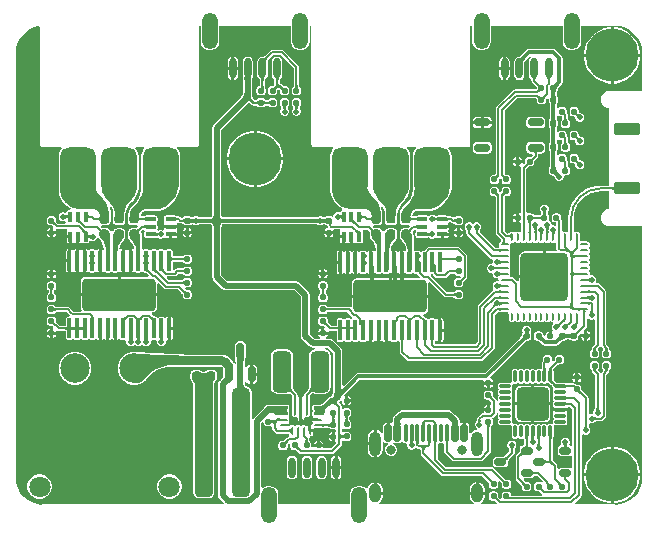
<source format=gtl>
G04*
G04 #@! TF.GenerationSoftware,Altium Limited,Altium Designer,22.7.1 (60)*
G04*
G04 Layer_Physical_Order=1*
G04 Layer_Color=255*
%FSLAX44Y44*%
%MOMM*%
G71*
G04*
G04 #@! TF.SameCoordinates,DE4C8CE6-A766-4DDB-9AE5-6163675FD0FB*
G04*
G04*
G04 #@! TF.FilePolarity,Positive*
G04*
G01*
G75*
%ADD10C,0.1778*%
%ADD13C,0.2000*%
%ADD16C,0.3000*%
%ADD17C,0.1524*%
G04:AMPARAMS|DCode=21|XSize=0.3429mm|YSize=1.7323mm|CornerRadius=0.0857mm|HoleSize=0mm|Usage=FLASHONLY|Rotation=180.000|XOffset=0mm|YOffset=0mm|HoleType=Round|Shape=RoundedRectangle|*
%AMROUNDEDRECTD21*
21,1,0.3429,1.5608,0,0,180.0*
21,1,0.1715,1.7323,0,0,180.0*
1,1,0.1715,-0.0857,0.7804*
1,1,0.1715,0.0857,0.7804*
1,1,0.1715,0.0857,-0.7804*
1,1,0.1715,-0.0857,-0.7804*
%
%ADD21ROUNDEDRECTD21*%
G04:AMPARAMS|DCode=22|XSize=6.2001mm|YSize=2.7508mm|CornerRadius=0.2751mm|HoleSize=0mm|Usage=FLASHONLY|Rotation=180.000|XOffset=0mm|YOffset=0mm|HoleType=Round|Shape=RoundedRectangle|*
%AMROUNDEDRECTD22*
21,1,6.2001,2.2007,0,0,180.0*
21,1,5.6500,2.7508,0,0,180.0*
1,1,0.5502,-2.8250,1.1003*
1,1,0.5502,2.8250,1.1003*
1,1,0.5502,2.8250,-1.1003*
1,1,0.5502,-2.8250,-1.1003*
%
%ADD22ROUNDEDRECTD22*%
G04:AMPARAMS|DCode=23|XSize=0.508mm|YSize=0.508mm|CornerRadius=0.127mm|HoleSize=0mm|Usage=FLASHONLY|Rotation=90.000|XOffset=0mm|YOffset=0mm|HoleType=Round|Shape=RoundedRectangle|*
%AMROUNDEDRECTD23*
21,1,0.5080,0.2540,0,0,90.0*
21,1,0.2540,0.5080,0,0,90.0*
1,1,0.2540,0.1270,0.1270*
1,1,0.2540,0.1270,-0.1270*
1,1,0.2540,-0.1270,-0.1270*
1,1,0.2540,-0.1270,0.1270*
%
%ADD23ROUNDEDRECTD23*%
G04:AMPARAMS|DCode=24|XSize=0.508mm|YSize=0.508mm|CornerRadius=0.127mm|HoleSize=0mm|Usage=FLASHONLY|Rotation=0.000|XOffset=0mm|YOffset=0mm|HoleType=Round|Shape=RoundedRectangle|*
%AMROUNDEDRECTD24*
21,1,0.5080,0.2540,0,0,0.0*
21,1,0.2540,0.5080,0,0,0.0*
1,1,0.2540,0.1270,-0.1270*
1,1,0.2540,-0.1270,-0.1270*
1,1,0.2540,-0.1270,0.1270*
1,1,0.2540,0.1270,0.1270*
%
%ADD24ROUNDEDRECTD24*%
G04:AMPARAMS|DCode=25|XSize=0.3048mm|YSize=0.9652mm|CornerRadius=0.0762mm|HoleSize=0mm|Usage=FLASHONLY|Rotation=90.000|XOffset=0mm|YOffset=0mm|HoleType=Round|Shape=RoundedRectangle|*
%AMROUNDEDRECTD25*
21,1,0.3048,0.8128,0,0,90.0*
21,1,0.1524,0.9652,0,0,90.0*
1,1,0.1524,0.4064,0.0762*
1,1,0.1524,0.4064,-0.0762*
1,1,0.1524,-0.4064,-0.0762*
1,1,0.1524,-0.4064,0.0762*
%
%ADD25ROUNDEDRECTD25*%
G04:AMPARAMS|DCode=26|XSize=0.3048mm|YSize=0.9652mm|CornerRadius=0.0762mm|HoleSize=0mm|Usage=FLASHONLY|Rotation=0.000|XOffset=0mm|YOffset=0mm|HoleType=Round|Shape=RoundedRectangle|*
%AMROUNDEDRECTD26*
21,1,0.3048,0.8128,0,0,0.0*
21,1,0.1524,0.9652,0,0,0.0*
1,1,0.1524,0.0762,-0.4064*
1,1,0.1524,-0.0762,-0.4064*
1,1,0.1524,-0.0762,0.4064*
1,1,0.1524,0.0762,0.4064*
%
%ADD26ROUNDEDRECTD26*%
G04:AMPARAMS|DCode=27|XSize=2.7mm|YSize=2.8mm|CornerRadius=0.3375mm|HoleSize=0mm|Usage=FLASHONLY|Rotation=180.000|XOffset=0mm|YOffset=0mm|HoleType=Round|Shape=RoundedRectangle|*
%AMROUNDEDRECTD27*
21,1,2.7000,2.1250,0,0,180.0*
21,1,2.0250,2.8000,0,0,180.0*
1,1,0.6750,-1.0125,1.0625*
1,1,0.6750,1.0125,1.0625*
1,1,0.6750,1.0125,-1.0625*
1,1,0.6750,-1.0125,-1.0625*
%
%ADD27ROUNDEDRECTD27*%
G04:AMPARAMS|DCode=28|XSize=0.36mm|YSize=0.9mm|CornerRadius=0.09mm|HoleSize=0mm|Usage=FLASHONLY|Rotation=90.000|XOffset=0mm|YOffset=0mm|HoleType=Round|Shape=RoundedRectangle|*
%AMROUNDEDRECTD28*
21,1,0.3600,0.7200,0,0,90.0*
21,1,0.1800,0.9000,0,0,90.0*
1,1,0.1800,0.3600,0.0900*
1,1,0.1800,0.3600,-0.0900*
1,1,0.1800,-0.3600,-0.0900*
1,1,0.1800,-0.3600,0.0900*
%
%ADD28ROUNDEDRECTD28*%
G04:AMPARAMS|DCode=29|XSize=0.5994mm|YSize=1.4503mm|CornerRadius=0.1499mm|HoleSize=0mm|Usage=FLASHONLY|Rotation=0.000|XOffset=0mm|YOffset=0mm|HoleType=Round|Shape=RoundedRectangle|*
%AMROUNDEDRECTD29*
21,1,0.5994,1.1506,0,0,0.0*
21,1,0.2997,1.4503,0,0,0.0*
1,1,0.2997,0.1499,-0.5753*
1,1,0.2997,-0.1499,-0.5753*
1,1,0.2997,-0.1499,0.5753*
1,1,0.2997,0.1499,0.5753*
%
%ADD29ROUNDEDRECTD29*%
G04:AMPARAMS|DCode=30|XSize=0.2997mm|YSize=1.4503mm|CornerRadius=0.0749mm|HoleSize=0mm|Usage=FLASHONLY|Rotation=0.000|XOffset=0mm|YOffset=0mm|HoleType=Round|Shape=RoundedRectangle|*
%AMROUNDEDRECTD30*
21,1,0.2997,1.3005,0,0,0.0*
21,1,0.1499,1.4503,0,0,0.0*
1,1,0.1499,0.0749,-0.6502*
1,1,0.1499,-0.0749,-0.6502*
1,1,0.1499,-0.0749,0.6502*
1,1,0.1499,0.0749,0.6502*
%
%ADD30ROUNDEDRECTD30*%
G04:AMPARAMS|DCode=31|XSize=0.7mm|YSize=1.3mm|CornerRadius=0.175mm|HoleSize=0mm|Usage=FLASHONLY|Rotation=270.000|XOffset=0mm|YOffset=0mm|HoleType=Round|Shape=RoundedRectangle|*
%AMROUNDEDRECTD31*
21,1,0.7000,0.9500,0,0,270.0*
21,1,0.3500,1.3000,0,0,270.0*
1,1,0.3500,-0.4750,-0.1750*
1,1,0.3500,-0.4750,0.1750*
1,1,0.3500,0.4750,0.1750*
1,1,0.3500,0.4750,-0.1750*
%
%ADD31ROUNDEDRECTD31*%
G04:AMPARAMS|DCode=32|XSize=1.3mm|YSize=3mm|CornerRadius=0.52mm|HoleSize=0mm|Usage=FLASHONLY|Rotation=0.000|XOffset=0mm|YOffset=0mm|HoleType=Round|Shape=RoundedRectangle|*
%AMROUNDEDRECTD32*
21,1,1.3000,1.9600,0,0,0.0*
21,1,0.2600,3.0000,0,0,0.0*
1,1,1.0400,0.1300,-0.9800*
1,1,1.0400,-0.1300,-0.9800*
1,1,1.0400,-0.1300,0.9800*
1,1,1.0400,0.1300,0.9800*
%
%ADD32ROUNDEDRECTD32*%
G04:AMPARAMS|DCode=33|XSize=0.6mm|YSize=1.7mm|CornerRadius=0.24mm|HoleSize=0mm|Usage=FLASHONLY|Rotation=180.000|XOffset=0mm|YOffset=0mm|HoleType=Round|Shape=RoundedRectangle|*
%AMROUNDEDRECTD33*
21,1,0.6000,1.2200,0,0,180.0*
21,1,0.1200,1.7000,0,0,180.0*
1,1,0.4800,-0.0600,0.6100*
1,1,0.4800,0.0600,0.6100*
1,1,0.4800,0.0600,-0.6100*
1,1,0.4800,-0.0600,-0.6100*
%
%ADD33ROUNDEDRECTD33*%
G04:AMPARAMS|DCode=34|XSize=1.3mm|YSize=0.7mm|CornerRadius=0.175mm|HoleSize=0mm|Usage=FLASHONLY|Rotation=270.000|XOffset=0mm|YOffset=0mm|HoleType=Round|Shape=RoundedRectangle|*
%AMROUNDEDRECTD34*
21,1,1.3000,0.3500,0,0,270.0*
21,1,0.9500,0.7000,0,0,270.0*
1,1,0.3500,-0.1750,-0.4750*
1,1,0.3500,-0.1750,0.4750*
1,1,0.3500,0.1750,0.4750*
1,1,0.3500,0.1750,-0.4750*
%
%ADD34ROUNDEDRECTD34*%
G04:AMPARAMS|DCode=35|XSize=0.762mm|YSize=0.762mm|CornerRadius=0.1905mm|HoleSize=0mm|Usage=FLASHONLY|Rotation=90.000|XOffset=0mm|YOffset=0mm|HoleType=Round|Shape=RoundedRectangle|*
%AMROUNDEDRECTD35*
21,1,0.7620,0.3810,0,0,90.0*
21,1,0.3810,0.7620,0,0,90.0*
1,1,0.3810,0.1905,0.1905*
1,1,0.3810,0.1905,-0.1905*
1,1,0.3810,-0.1905,-0.1905*
1,1,0.3810,-0.1905,0.1905*
%
%ADD35ROUNDEDRECTD35*%
G04:AMPARAMS|DCode=36|XSize=0.25mm|YSize=0.7mm|CornerRadius=0.0625mm|HoleSize=0mm|Usage=FLASHONLY|Rotation=90.000|XOffset=0mm|YOffset=0mm|HoleType=Round|Shape=RoundedRectangle|*
%AMROUNDEDRECTD36*
21,1,0.2500,0.5750,0,0,90.0*
21,1,0.1250,0.7000,0,0,90.0*
1,1,0.1250,0.2875,0.0625*
1,1,0.1250,0.2875,-0.0625*
1,1,0.1250,-0.2875,-0.0625*
1,1,0.1250,-0.2875,0.0625*
%
%ADD36ROUNDEDRECTD36*%
G04:AMPARAMS|DCode=37|XSize=0.25mm|YSize=1.45mm|CornerRadius=0.0625mm|HoleSize=0mm|Usage=FLASHONLY|Rotation=0.000|XOffset=0mm|YOffset=0mm|HoleType=Round|Shape=RoundedRectangle|*
%AMROUNDEDRECTD37*
21,1,0.2500,1.3250,0,0,0.0*
21,1,0.1250,1.4500,0,0,0.0*
1,1,0.1250,0.0625,-0.6625*
1,1,0.1250,-0.0625,-0.6625*
1,1,0.1250,-0.0625,0.6625*
1,1,0.1250,0.0625,0.6625*
%
%ADD37ROUNDEDRECTD37*%
G04:AMPARAMS|DCode=38|XSize=0.25mm|YSize=1.85mm|CornerRadius=0.0625mm|HoleSize=0mm|Usage=FLASHONLY|Rotation=0.000|XOffset=0mm|YOffset=0mm|HoleType=Round|Shape=RoundedRectangle|*
%AMROUNDEDRECTD38*
21,1,0.2500,1.7250,0,0,0.0*
21,1,0.1250,1.8500,0,0,0.0*
1,1,0.1250,0.0625,-0.8625*
1,1,0.1250,-0.0625,-0.8625*
1,1,0.1250,-0.0625,0.8625*
1,1,0.1250,0.0625,0.8625*
%
%ADD38ROUNDEDRECTD38*%
G04:AMPARAMS|DCode=39|XSize=0.25mm|YSize=0.7mm|CornerRadius=0.0625mm|HoleSize=0mm|Usage=FLASHONLY|Rotation=180.000|XOffset=0mm|YOffset=0mm|HoleType=Round|Shape=RoundedRectangle|*
%AMROUNDEDRECTD39*
21,1,0.2500,0.5750,0,0,180.0*
21,1,0.1250,0.7000,0,0,180.0*
1,1,0.1250,-0.0625,0.2875*
1,1,0.1250,0.0625,0.2875*
1,1,0.1250,0.0625,-0.2875*
1,1,0.1250,-0.0625,-0.2875*
%
%ADD39ROUNDEDRECTD39*%
G04:AMPARAMS|DCode=40|XSize=1.6mm|YSize=3.5mm|CornerRadius=0.4mm|HoleSize=0mm|Usage=FLASHONLY|Rotation=0.000|XOffset=0mm|YOffset=0mm|HoleType=Round|Shape=RoundedRectangle|*
%AMROUNDEDRECTD40*
21,1,1.6000,2.7000,0,0,0.0*
21,1,0.8000,3.5000,0,0,0.0*
1,1,0.8000,0.4000,-1.3500*
1,1,0.8000,-0.4000,-1.3500*
1,1,0.8000,-0.4000,1.3500*
1,1,0.8000,0.4000,1.3500*
%
%ADD40ROUNDEDRECTD40*%
G04:AMPARAMS|DCode=41|XSize=0.6mm|YSize=1mm|CornerRadius=0.15mm|HoleSize=0mm|Usage=FLASHONLY|Rotation=270.000|XOffset=0mm|YOffset=0mm|HoleType=Round|Shape=RoundedRectangle|*
%AMROUNDEDRECTD41*
21,1,0.6000,0.7000,0,0,270.0*
21,1,0.3000,1.0000,0,0,270.0*
1,1,0.3000,-0.3500,-0.1500*
1,1,0.3000,-0.3500,0.1500*
1,1,0.3000,0.3500,0.1500*
1,1,0.3000,0.3500,-0.1500*
%
%ADD41ROUNDEDRECTD41*%
G04:AMPARAMS|DCode=42|XSize=0.675mm|YSize=0.25mm|CornerRadius=0.0625mm|HoleSize=0mm|Usage=FLASHONLY|Rotation=270.000|XOffset=0mm|YOffset=0mm|HoleType=Round|Shape=RoundedRectangle|*
%AMROUNDEDRECTD42*
21,1,0.6750,0.1250,0,0,270.0*
21,1,0.5500,0.2500,0,0,270.0*
1,1,0.1250,-0.0625,-0.2750*
1,1,0.1250,-0.0625,0.2750*
1,1,0.1250,0.0625,0.2750*
1,1,0.1250,0.0625,-0.2750*
%
%ADD42ROUNDEDRECTD42*%
G04:AMPARAMS|DCode=43|XSize=0.36mm|YSize=0.9mm|CornerRadius=0.09mm|HoleSize=0mm|Usage=FLASHONLY|Rotation=0.000|XOffset=0mm|YOffset=0mm|HoleType=Round|Shape=RoundedRectangle|*
%AMROUNDEDRECTD43*
21,1,0.3600,0.7200,0,0,0.0*
21,1,0.1800,0.9000,0,0,0.0*
1,1,0.1800,0.0900,-0.3600*
1,1,0.1800,-0.0900,-0.3600*
1,1,0.1800,-0.0900,0.3600*
1,1,0.1800,0.0900,0.3600*
%
%ADD43ROUNDEDRECTD43*%
G04:AMPARAMS|DCode=44|XSize=1.016mm|YSize=2.1996mm|CornerRadius=0.1524mm|HoleSize=0mm|Usage=FLASHONLY|Rotation=90.000|XOffset=0mm|YOffset=0mm|HoleType=Round|Shape=RoundedRectangle|*
%AMROUNDEDRECTD44*
21,1,1.0160,1.8948,0,0,90.0*
21,1,0.7112,2.1996,0,0,90.0*
1,1,0.3048,0.9474,0.3556*
1,1,0.3048,0.9474,-0.3556*
1,1,0.3048,-0.9474,-0.3556*
1,1,0.3048,-0.9474,0.3556*
%
%ADD44ROUNDEDRECTD44*%
G04:AMPARAMS|DCode=45|XSize=3mm|YSize=4mm|CornerRadius=0.75mm|HoleSize=0mm|Usage=FLASHONLY|Rotation=180.000|XOffset=0mm|YOffset=0mm|HoleType=Round|Shape=RoundedRectangle|*
%AMROUNDEDRECTD45*
21,1,3.0000,2.5000,0,0,180.0*
21,1,1.5000,4.0000,0,0,180.0*
1,1,1.5000,-0.7500,1.2500*
1,1,1.5000,0.7500,1.2500*
1,1,1.5000,0.7500,-1.2500*
1,1,1.5000,-0.7500,-1.2500*
%
%ADD45ROUNDEDRECTD45*%
G04:AMPARAMS|DCode=46|XSize=4.064mm|YSize=4.064mm|CornerRadius=0.4064mm|HoleSize=0mm|Usage=FLASHONLY|Rotation=270.000|XOffset=0mm|YOffset=0mm|HoleType=Round|Shape=RoundedRectangle|*
%AMROUNDEDRECTD46*
21,1,4.0640,3.2512,0,0,270.0*
21,1,3.2512,4.0640,0,0,270.0*
1,1,0.8128,-1.6256,-1.6256*
1,1,0.8128,-1.6256,1.6256*
1,1,0.8128,1.6256,1.6256*
1,1,0.8128,1.6256,-1.6256*
%
%ADD46ROUNDEDRECTD46*%
G04:AMPARAMS|DCode=47|XSize=0.675mm|YSize=0.25mm|CornerRadius=0.0625mm|HoleSize=0mm|Usage=FLASHONLY|Rotation=0.000|XOffset=0mm|YOffset=0mm|HoleType=Round|Shape=RoundedRectangle|*
%AMROUNDEDRECTD47*
21,1,0.6750,0.1250,0,0,0.0*
21,1,0.5500,0.2500,0,0,0.0*
1,1,0.1250,0.2750,-0.0625*
1,1,0.1250,-0.2750,-0.0625*
1,1,0.1250,-0.2750,0.0625*
1,1,0.1250,0.2750,0.0625*
%
%ADD47ROUNDEDRECTD47*%
%ADD77C,0.8000*%
%ADD83C,0.5000*%
G04:AMPARAMS|DCode=84|XSize=1.485mm|YSize=1.728mm|CornerRadius=0.3713mm|HoleSize=0mm|Usage=FLASHONLY|Rotation=180.000|XOffset=0mm|YOffset=0mm|HoleType=Round|Shape=RoundedRectangle|*
%AMROUNDEDRECTD84*
21,1,1.4850,0.9855,0,0,180.0*
21,1,0.7425,1.7280,0,0,180.0*
1,1,0.7425,-0.3713,0.4927*
1,1,0.7425,0.3713,0.4927*
1,1,0.7425,0.3713,-0.4927*
1,1,0.7425,-0.3713,-0.4927*
%
%ADD84ROUNDEDRECTD84*%
%ADD85C,1.5000*%
%ADD86C,4.5000*%
%ADD87O,1.0008X1.6002*%
%ADD88O,1.0008X2.1006*%
%ADD89C,1.8000*%
%ADD90C,2.5000*%
%ADD91C,0.5050*%
%ADD92C,0.6000*%
G36*
X514431Y407276D02*
X518692Y405984D01*
X522618Y403885D01*
X526060Y401060D01*
X528885Y397618D01*
X530984Y393692D01*
X532276Y389431D01*
X532704Y385090D01*
X532686Y385000D01*
Y352314D01*
X505000D01*
Y352333D01*
X503102Y352083D01*
X501334Y351350D01*
X499815Y350185D01*
X498650Y348666D01*
X497917Y346898D01*
X497667Y345000D01*
X497917Y343102D01*
X498650Y341334D01*
X499815Y339815D01*
X501334Y338650D01*
X503102Y337917D01*
X505000Y337667D01*
Y272314D01*
X497900D01*
Y272356D01*
X493558Y272014D01*
X489323Y270997D01*
X485299Y269330D01*
X481586Y267055D01*
X478274Y264226D01*
X475445Y260914D01*
X473170Y257201D01*
X471503Y253177D01*
X470486Y248942D01*
X470144Y244600D01*
X470186D01*
Y234021D01*
X470126Y233881D01*
X470125Y233845D01*
X468864Y233160D01*
X468125Y233307D01*
X466875D01*
X466174Y233168D01*
X466131Y233162D01*
X464876Y233846D01*
X464874Y233917D01*
X464814Y234045D01*
Y242434D01*
X464638Y243320D01*
X464137Y244070D01*
X463940Y244267D01*
Y246270D01*
X463743Y247261D01*
X463181Y248101D01*
X462341Y248663D01*
X461350Y248860D01*
X458810D01*
X457819Y248663D01*
X456979Y248101D01*
X456417Y247261D01*
X456220Y246270D01*
Y243730D01*
X456417Y242739D01*
X456979Y241899D01*
X457819Y241337D01*
X458810Y241140D01*
X460186D01*
Y239341D01*
X458915Y238521D01*
X458255Y238795D01*
X456745D01*
X456131Y239915D01*
X455690Y240980D01*
X454622Y242047D01*
X453673Y242441D01*
X453583Y242739D01*
X453780Y243730D01*
Y246270D01*
X453583Y247261D01*
X453021Y248101D01*
X452937Y248158D01*
X452928Y248180D01*
X452691Y248814D01*
X452662Y249143D01*
X452663Y249648D01*
X452728Y249715D01*
X452823Y249956D01*
X453217Y250350D01*
X453795Y251745D01*
Y253255D01*
X453217Y254650D01*
X452150Y255717D01*
X450755Y256295D01*
X449245D01*
X447850Y255717D01*
X446783Y254650D01*
X446205Y253255D01*
Y251745D01*
X446783Y250350D01*
X447105Y250028D01*
X447187Y249801D01*
X447271Y249708D01*
X447282Y249553D01*
X447240Y248894D01*
X447174Y248698D01*
X447018Y248259D01*
X447003Y248224D01*
X446819Y248101D01*
X446729Y247967D01*
X446700Y247955D01*
X446666Y247873D01*
X446392Y247462D01*
X446299Y247441D01*
X446059Y247407D01*
X445753Y247383D01*
X445355Y247374D01*
X445219Y247314D01*
X442281D01*
X442145Y247374D01*
X441747Y247383D01*
X441441Y247407D01*
X441201Y247441D01*
X441108Y247462D01*
X440834Y247873D01*
X440800Y247955D01*
X440771Y247967D01*
X440681Y248101D01*
X439841Y248663D01*
X438850Y248860D01*
X436310D01*
X435971Y248792D01*
X434701Y249661D01*
Y286508D01*
X435845Y287652D01*
X435984Y287704D01*
X436656Y288330D01*
X436899Y288525D01*
X437062Y288640D01*
X437517D01*
X437561Y288622D01*
X437605Y288640D01*
X437781D01*
X437782Y288640D01*
X437782Y288640D01*
X438850D01*
X439841Y288837D01*
X440681Y289399D01*
X441243Y290239D01*
X441440Y291230D01*
Y292298D01*
X441440Y292298D01*
X441440Y292299D01*
Y292475D01*
X441458Y292519D01*
X441440Y292563D01*
Y293018D01*
X441544Y293166D01*
X442034Y293742D01*
X442358Y294077D01*
X442416Y294223D01*
X444137Y295944D01*
X444614Y296658D01*
X444781Y297500D01*
Y298794D01*
X444843Y298933D01*
X444851Y299235D01*
X444867Y299420D01*
X447250D01*
X448428Y299655D01*
X449427Y300322D01*
X450095Y301321D01*
X450329Y302500D01*
Y305999D01*
X450095Y307178D01*
X449427Y308177D01*
X448428Y308844D01*
X447250Y309079D01*
X437750D01*
X436572Y308844D01*
X435573Y308177D01*
X434905Y307178D01*
X434671Y305999D01*
Y302500D01*
X434905Y301321D01*
X435573Y300322D01*
X436572Y299655D01*
X437750Y299420D01*
X439747D01*
X440117Y298150D01*
X439315Y297348D01*
X439176Y297296D01*
X438503Y296670D01*
X438261Y296475D01*
X438098Y296360D01*
X437643D01*
X437599Y296378D01*
X437555Y296360D01*
X437379D01*
X437378Y296360D01*
X437378Y296360D01*
X436310D01*
X435319Y296163D01*
X434479Y295601D01*
X433917Y294761D01*
X433720Y293770D01*
Y292702D01*
X433720Y292702D01*
X433720Y292701D01*
Y292525D01*
X433702Y292481D01*
X433720Y292437D01*
Y291982D01*
X433616Y291834D01*
X433126Y291258D01*
X432802Y290923D01*
X432513Y290919D01*
X432388Y290951D01*
X432109Y291230D01*
X428690D01*
Y288640D01*
X429372Y288776D01*
X429451Y288739D01*
X430145Y288125D01*
X430370Y287778D01*
X430299Y287420D01*
Y249661D01*
X429029Y248792D01*
X428690Y248860D01*
D01*
Y245000D01*
Y241140D01*
X429029Y241208D01*
X430299Y240339D01*
Y233855D01*
X430237Y233713D01*
X428955Y233100D01*
X428864Y233160D01*
X428125Y233307D01*
X426875D01*
X426136Y233160D01*
X425509Y232741D01*
X424491D01*
X423864Y233160D01*
X423125Y233307D01*
X421875D01*
X421136Y233160D01*
X420509Y232741D01*
X420090Y232114D01*
X420031Y231819D01*
X419934Y231803D01*
X419720Y231785D01*
X419418Y231777D01*
X419279Y231715D01*
X418553D01*
X416264Y234004D01*
Y262959D01*
X416576Y263250D01*
X416819Y263445D01*
X416982Y263560D01*
X417437D01*
X417481Y263542D01*
X417525Y263560D01*
X417701D01*
X417702Y263560D01*
X417702Y263560D01*
X418770D01*
X419761Y263757D01*
X420601Y264319D01*
X421163Y265159D01*
X421360Y266150D01*
Y268690D01*
X421163Y269681D01*
X420601Y270521D01*
X419761Y271083D01*
X418770Y271280D01*
X416230D01*
X415239Y271083D01*
X414399Y270521D01*
X413837Y269681D01*
X413640Y268690D01*
Y267622D01*
X413640Y267622D01*
X413640Y267621D01*
Y267445D01*
X413622Y267401D01*
X413369Y267058D01*
X411801Y266850D01*
X411679Y266947D01*
X411378Y267401D01*
X411360Y267445D01*
Y267621D01*
X411360Y267622D01*
X411360Y267622D01*
Y268690D01*
X411163Y269681D01*
X410601Y270521D01*
X409761Y271083D01*
X408770Y271280D01*
X406230D01*
X405239Y271083D01*
X404399Y270521D01*
X403837Y269681D01*
X403640Y268690D01*
Y266150D01*
X403837Y265159D01*
X404399Y264319D01*
X405239Y263757D01*
X406230Y263560D01*
X407298D01*
X407298Y263560D01*
X407299Y263560D01*
X407475D01*
X407519Y263542D01*
X407563Y263560D01*
X408018D01*
X408166Y263456D01*
X408742Y262966D01*
X408814Y262897D01*
Y231830D01*
X408981Y230988D01*
X409458Y230273D01*
X413285Y226447D01*
Y225721D01*
X413223Y225582D01*
X413215Y225280D01*
X413196Y225066D01*
X413181Y224969D01*
X412886Y224910D01*
X412259Y224491D01*
X411840Y223864D01*
X411693Y223125D01*
Y221875D01*
X411832Y221174D01*
X411838Y221131D01*
X411154Y219876D01*
X411083Y219874D01*
X410955Y219814D01*
X408429D01*
X395310Y232934D01*
Y233782D01*
X395369Y233918D01*
X395375Y234131D01*
X395387Y234301D01*
X395407Y234459D01*
X395434Y234607D01*
X395468Y234743D01*
X395508Y234871D01*
X395553Y234989D01*
X395604Y235100D01*
X395661Y235205D01*
X395748Y235343D01*
X395773Y235485D01*
X396295Y236745D01*
Y238255D01*
X395717Y239650D01*
X394650Y240717D01*
X393255Y241295D01*
X391745D01*
X390350Y240717D01*
X389340Y239707D01*
X388330Y240717D01*
X386935Y241295D01*
X385425D01*
X384030Y240717D01*
X382963Y239650D01*
X382385Y238255D01*
Y236745D01*
X382963Y235350D01*
X383325Y234988D01*
X383415Y234752D01*
X383519Y234640D01*
X383575Y234569D01*
X383624Y234494D01*
X383668Y234413D01*
X383706Y234323D01*
X383740Y234221D01*
X383769Y234105D01*
X383791Y233975D01*
X383805Y233828D01*
X383811Y233622D01*
X383871Y233490D01*
Y231975D01*
X384047Y231089D01*
X384548Y230338D01*
X404024Y210863D01*
X404774Y210362D01*
X405660Y210186D01*
X406479Y208916D01*
X406205Y208255D01*
Y207468D01*
X405880Y206620D01*
X405032Y206295D01*
X404245D01*
X402850Y205717D01*
X401783Y204650D01*
X401205Y203255D01*
Y201745D01*
X401783Y200350D01*
X402850Y199283D01*
X404245Y198705D01*
X405032D01*
X405880Y198380D01*
X406205Y197532D01*
Y196745D01*
X406783Y195350D01*
X407850Y194283D01*
X409245Y193705D01*
X410513D01*
X410967Y193482D01*
X411693Y192719D01*
Y192281D01*
X410967Y191518D01*
X410513Y191295D01*
X409245D01*
X407850Y190717D01*
X406783Y189650D01*
X406205Y188255D01*
Y186745D01*
X406706Y185536D01*
X406783Y185350D01*
X406723Y184137D01*
X394098Y171511D01*
X393596Y170761D01*
X393420Y169875D01*
Y139935D01*
X391609Y138124D01*
X357314D01*
Y140611D01*
X357391Y140662D01*
X357541Y140886D01*
X358962D01*
X359112Y140662D01*
X359815Y140192D01*
X360232Y140109D01*
Y150000D01*
Y159891D01*
X359815Y159808D01*
X359112Y159338D01*
X358962Y159114D01*
X357541D01*
X357391Y159338D01*
X356687Y159808D01*
X355857Y159973D01*
X354143D01*
X353313Y159808D01*
X352609Y159338D01*
X352479Y159143D01*
X351044Y159143D01*
X350914Y159338D01*
X350210Y159808D01*
X349566Y159936D01*
X347060Y162442D01*
X347710Y163588D01*
X349081Y163860D01*
X350411Y164749D01*
X351300Y166079D01*
X351612Y167648D01*
Y177381D01*
X319262D01*
X286913D01*
Y169527D01*
X286542Y169374D01*
X285643Y169146D01*
X285026Y169558D01*
X284140Y169734D01*
X266127D01*
X265601Y170521D01*
X264761Y171083D01*
X263770Y171280D01*
X261230D01*
X260239Y171083D01*
X259399Y170521D01*
X258837Y169681D01*
X258640Y168690D01*
Y166150D01*
X258837Y165159D01*
X259399Y164319D01*
X260239Y163757D01*
X261230Y163560D01*
X263770D01*
X264761Y163757D01*
X265601Y164319D01*
X266127Y165105D01*
X283181D01*
X287296Y160991D01*
X287050Y159775D01*
X285890Y159338D01*
X285186Y159808D01*
X284356Y159973D01*
X282642D01*
X281812Y159808D01*
X281108Y159338D01*
X280978Y159143D01*
X279543D01*
X279413Y159338D01*
X278709Y159808D01*
X277879Y159973D01*
X276165D01*
X275335Y159808D01*
X274631Y159338D01*
X274161Y158634D01*
X273996Y157804D01*
Y153663D01*
X269690D01*
X267504Y155849D01*
X267454Y155983D01*
X266746Y156743D01*
X266519Y157025D01*
X266360Y157252D01*
Y157830D01*
X266378Y157875D01*
X266360Y157919D01*
Y158093D01*
X266360Y158095D01*
X266360Y158096D01*
Y158850D01*
X266163Y159841D01*
X265601Y160681D01*
X264761Y161243D01*
X263770Y161440D01*
X261230D01*
X260239Y161243D01*
X259399Y160681D01*
X258837Y159841D01*
X258640Y158850D01*
Y156310D01*
X258837Y155319D01*
X259399Y154479D01*
X260239Y153917D01*
X261230Y153720D01*
X261984D01*
X261985Y153720D01*
X261987Y153720D01*
X262161D01*
X262205Y153702D01*
X262249Y153720D01*
X262827D01*
X263040Y153571D01*
X263697Y153012D01*
X264079Y152643D01*
X263833Y151408D01*
X263812Y151366D01*
X263770Y151321D01*
Y148690D01*
X266360D01*
X266357Y148704D01*
X267506Y149437D01*
X267845Y149211D01*
X268731Y149034D01*
X273996D01*
Y142196D01*
X274161Y141366D01*
X274631Y140662D01*
X275335Y140192D01*
X276165Y140027D01*
X277879D01*
X278709Y140192D01*
X279413Y140662D01*
X279543Y140857D01*
X280978D01*
X281108Y140662D01*
X281812Y140192D01*
X282642Y140027D01*
X284356D01*
X285186Y140192D01*
X285890Y140662D01*
X286040Y140886D01*
X287461Y140886D01*
X287610Y140662D01*
X288314Y140192D01*
X289144Y140027D01*
X290859D01*
X291689Y140192D01*
X292392Y140662D01*
X292542Y140886D01*
X293963Y140886D01*
X294113Y140662D01*
X294816Y140192D01*
X295647Y140027D01*
X297361D01*
X298191Y140192D01*
X298895Y140662D01*
X299044Y140886D01*
X300466D01*
X300615Y140662D01*
X301319Y140192D01*
X301736Y140109D01*
Y150000D01*
X304276D01*
Y140109D01*
X304694Y140192D01*
X305397Y140662D01*
X305547Y140886D01*
X306968Y140886D01*
X307118Y140662D01*
X307821Y140192D01*
X308239Y140109D01*
Y150000D01*
X310779D01*
Y140109D01*
X311196Y140192D01*
X311900Y140662D01*
X312049Y140886D01*
X313470Y140886D01*
X313620Y140662D01*
X314324Y140192D01*
X314741Y140109D01*
Y150000D01*
X317281D01*
Y140109D01*
X317698Y140192D01*
X318402Y140662D01*
X318552Y140886D01*
X319973D01*
X320122Y140662D01*
X320826Y140192D01*
X321656Y140027D01*
X323371D01*
X324201Y140192D01*
X324904Y140662D01*
X325054Y140886D01*
X326466Y140886D01*
X326485Y140871D01*
X326625Y140662D01*
X327328Y140192D01*
X327397Y140178D01*
X327439Y140147D01*
Y131359D01*
X327615Y130473D01*
X328117Y129722D01*
X333476Y124363D01*
X334227Y123861D01*
X335113Y123685D01*
X396631D01*
X397517Y123861D01*
X398268Y124363D01*
X407181Y133276D01*
X407682Y134027D01*
X407859Y134913D01*
Y162461D01*
X410583Y165186D01*
X410979D01*
X411119Y165126D01*
X412596Y165106D01*
X412855Y165091D01*
X412860Y165090D01*
X412864Y165089D01*
X412866Y165089D01*
X412918Y165084D01*
X413625Y164943D01*
X418811D01*
X419468Y164468D01*
X419943Y163811D01*
Y158625D01*
X420090Y157886D01*
X420509Y157259D01*
X421136Y156840D01*
X421875Y156693D01*
X423125D01*
X423864Y156840D01*
X424491Y157259D01*
X425509D01*
X426136Y156840D01*
X426875Y156693D01*
X428125D01*
X428864Y156840D01*
X429491Y157259D01*
X430509D01*
X431136Y156840D01*
X431875Y156693D01*
X433125D01*
X433864Y156840D01*
X434491Y157259D01*
X435509D01*
X436136Y156840D01*
X436875Y156693D01*
X438125D01*
X438864Y156840D01*
X439491Y157259D01*
X440509D01*
X441136Y156840D01*
X441875Y156693D01*
X443125D01*
X443864Y156840D01*
X444491Y157259D01*
X445509Y157259D01*
X446136Y156840D01*
X446875Y156693D01*
X448125D01*
X448864Y156840D01*
X449491Y157259D01*
X450509D01*
X451136Y156840D01*
X451875Y156693D01*
X453125D01*
X453864Y156840D01*
X454491Y157259D01*
X455509Y157259D01*
X456136Y156840D01*
X456875Y156693D01*
X457140D01*
X457556Y155423D01*
X456783Y154650D01*
X456205Y153255D01*
Y151745D01*
X456783Y150350D01*
X457174Y149959D01*
X456549Y148788D01*
X456190Y148860D01*
X456190D01*
Y145000D01*
X453650D01*
Y148860D01*
X452659Y148663D01*
X451819Y148101D01*
X451257Y147261D01*
X451060Y146270D01*
Y146135D01*
X450519Y145447D01*
X449790Y145062D01*
X449491Y145146D01*
X449376Y145385D01*
X449220Y145766D01*
X449083Y146165D01*
X448965Y146584D01*
X448858Y147056D01*
X448754Y147205D01*
X448743Y147261D01*
X448583Y147500D01*
X448490Y147726D01*
X448410Y147759D01*
X448181Y148101D01*
X447341Y148663D01*
X446350Y148860D01*
X443810D01*
X442819Y148663D01*
X441979Y148101D01*
X441417Y147261D01*
X441220Y146270D01*
Y143730D01*
X441417Y142739D01*
X441979Y141899D01*
X442321Y141670D01*
X442354Y141590D01*
X442580Y141497D01*
X442819Y141337D01*
X442875Y141326D01*
X443024Y141222D01*
X443496Y141115D01*
X443915Y140997D01*
X444314Y140859D01*
X444694Y140704D01*
X445058Y140530D01*
X445405Y140337D01*
X445736Y140125D01*
X446051Y139894D01*
X446353Y139643D01*
X446672Y139344D01*
X446785Y139301D01*
X448393Y137693D01*
X448393Y137693D01*
X449309Y137081D01*
X450390Y136866D01*
X459770D01*
X459770Y136866D01*
X460851Y137081D01*
X461767Y137693D01*
X463375Y139301D01*
X463488Y139344D01*
X463807Y139644D01*
X464108Y139894D01*
X464424Y140125D01*
X464755Y140337D01*
X465102Y140530D01*
X465465Y140704D01*
X465846Y140859D01*
X466245Y140997D01*
X466664Y141115D01*
X467136Y141222D01*
X467285Y141326D01*
X467341Y141337D01*
X467380Y141363D01*
X467553Y141391D01*
X467800Y141543D01*
X468020Y141656D01*
X468260Y141760D01*
X468521Y141852D01*
X468804Y141932D01*
X469111Y142000D01*
X469424Y142051D01*
X470000Y142101D01*
X470576Y142051D01*
X470889Y142000D01*
X471196Y141932D01*
X471479Y141852D01*
X471740Y141760D01*
X471980Y141656D01*
X472200Y141543D01*
X472447Y141391D01*
X472620Y141363D01*
X472659Y141337D01*
X472940Y141281D01*
X473166Y141188D01*
X473246Y141221D01*
X473650Y141140D01*
X476190D01*
X477181Y141337D01*
X478021Y141899D01*
X478583Y142739D01*
X478780Y143730D01*
Y144484D01*
X478780Y144485D01*
X478780Y144487D01*
Y144661D01*
X478798Y144705D01*
X478780Y144749D01*
Y145328D01*
X478929Y145540D01*
X479488Y146197D01*
X479856Y146578D01*
X481092Y146333D01*
X481134Y146312D01*
X481179Y146270D01*
X483810D01*
Y148901D01*
X483768Y148946D01*
X483233Y150040D01*
X485262Y152068D01*
X485763Y152819D01*
X485939Y153705D01*
Y159397D01*
X487210Y159924D01*
X487850Y159283D01*
X489245Y158705D01*
X490755D01*
X491415Y158979D01*
X492686Y158159D01*
Y138459D01*
X490863Y136637D01*
X490362Y135886D01*
X490186Y135000D01*
Y134781D01*
X490126Y134645D01*
X490117Y134247D01*
X490093Y133940D01*
X490059Y133701D01*
X490038Y133608D01*
X489627Y133334D01*
X489545Y133300D01*
X489533Y133271D01*
X489399Y133181D01*
X488837Y132341D01*
X488640Y131350D01*
Y128810D01*
X488837Y127819D01*
X489399Y126979D01*
X490239Y126417D01*
X491230Y126220D01*
X493770D01*
X494761Y126417D01*
X495601Y126979D01*
X496163Y127819D01*
X496360Y128810D01*
Y131350D01*
X496163Y132341D01*
X495601Y133181D01*
X495418Y133932D01*
X495476Y134702D01*
X496637Y135863D01*
X496774Y136069D01*
X498226D01*
X498363Y135863D01*
X499524Y134702D01*
X499582Y133932D01*
X499399Y133181D01*
X498837Y132341D01*
X498640Y131350D01*
Y128810D01*
X498837Y127819D01*
X499399Y126979D01*
X500239Y126417D01*
X501230Y126220D01*
X503770D01*
X504761Y126417D01*
X505601Y126979D01*
X506163Y127819D01*
X506360Y128810D01*
Y131350D01*
X506163Y132341D01*
X505601Y133181D01*
X505467Y133271D01*
X505455Y133300D01*
X505373Y133334D01*
X504962Y133608D01*
X504941Y133701D01*
X504907Y133940D01*
X504883Y134247D01*
X504874Y134645D01*
X504814Y134781D01*
Y135000D01*
X504638Y135886D01*
X504137Y136637D01*
X502314Y138459D01*
Y182500D01*
X502138Y183386D01*
X501637Y184137D01*
X496637Y189137D01*
X495886Y189638D01*
X495000Y189814D01*
X494341D01*
X493521Y191084D01*
X493795Y191745D01*
Y193255D01*
X493217Y194650D01*
X492150Y195717D01*
X490755Y196295D01*
X489487D01*
X489033Y196518D01*
X488307Y197281D01*
Y198125D01*
X488160Y198864D01*
X487741Y199491D01*
X487741Y200509D01*
X488160Y201136D01*
X488307Y201875D01*
Y203125D01*
X488160Y203864D01*
X487741Y204491D01*
Y205509D01*
X488160Y206136D01*
X488307Y206875D01*
Y208125D01*
X488160Y208864D01*
X487741Y209491D01*
Y210509D01*
X488160Y211136D01*
X488307Y211875D01*
Y213125D01*
X488160Y213864D01*
X487741Y214491D01*
Y215509D01*
X488160Y216136D01*
X488307Y216875D01*
Y218125D01*
X488160Y218864D01*
X487741Y219491D01*
Y220509D01*
X488160Y221136D01*
X488307Y221875D01*
Y223125D01*
X488160Y223864D01*
X487741Y224491D01*
X487114Y224910D01*
X486375Y225057D01*
X481189D01*
X480532Y225532D01*
X480057Y226189D01*
Y231375D01*
X479910Y232114D01*
X479491Y232741D01*
X478864Y233160D01*
X478125Y233307D01*
X476875D01*
X476174Y233168D01*
X476131Y233162D01*
X474876Y233846D01*
X474874Y233917D01*
X474814Y234045D01*
Y244600D01*
X474795Y244697D01*
X475230Y249109D01*
X476545Y253445D01*
X478681Y257442D01*
X481556Y260944D01*
X485058Y263819D01*
X489054Y265955D01*
X493391Y267270D01*
X497803Y267705D01*
X497900Y267686D01*
X505000D01*
Y252333D01*
X503102Y252083D01*
X501334Y251350D01*
X499815Y250185D01*
X498650Y248666D01*
X497917Y246898D01*
X497667Y245000D01*
X497917Y243102D01*
X498650Y241334D01*
X499815Y239815D01*
X501334Y238650D01*
X503102Y237917D01*
X505000Y237667D01*
Y237686D01*
X532686D01*
Y25000D01*
X532704Y24910D01*
X532276Y20569D01*
X530984Y16308D01*
X528885Y12382D01*
X526060Y8940D01*
X522618Y6115D01*
X518692Y4017D01*
X514431Y2724D01*
X510090Y2297D01*
X510000Y2315D01*
X476013D01*
X475488Y3584D01*
X480821Y8918D01*
X481323Y9669D01*
X481499Y10555D01*
Y61338D01*
X482769Y61864D01*
X482850Y61783D01*
X484245Y61205D01*
X485755D01*
X487150Y61783D01*
X488217Y62850D01*
X488795Y64245D01*
Y65755D01*
X488217Y67150D01*
X487859Y67508D01*
X487771Y67743D01*
X487666Y67855D01*
X487610Y67926D01*
X487561Y68002D01*
X487517Y68083D01*
X487479Y68174D01*
X487445Y68276D01*
X487416Y68392D01*
X487394Y68523D01*
X487380Y68670D01*
X487374Y68876D01*
X487314Y69008D01*
Y70659D01*
X488585Y71479D01*
X489245Y71205D01*
X490755D01*
X492150Y71783D01*
X492508Y72141D01*
X492743Y72229D01*
X492855Y72334D01*
X492926Y72390D01*
X493002Y72439D01*
X493083Y72483D01*
X493174Y72521D01*
X493276Y72555D01*
X493392Y72584D01*
X493523Y72606D01*
X493670Y72620D01*
X493876Y72626D01*
X494008Y72685D01*
X497500D01*
X498386Y72862D01*
X499137Y73363D01*
X501637Y75863D01*
X502138Y76614D01*
X502314Y77500D01*
Y111541D01*
X504137Y113363D01*
X504638Y114114D01*
X504814Y115000D01*
Y115219D01*
X504874Y115355D01*
X504883Y115753D01*
X504907Y116060D01*
X504941Y116299D01*
X504962Y116392D01*
X505373Y116666D01*
X505455Y116700D01*
X505467Y116729D01*
X505601Y116819D01*
X506163Y117659D01*
X506360Y118650D01*
Y121190D01*
X506163Y122181D01*
X505601Y123021D01*
X504761Y123583D01*
X503770Y123780D01*
X501230D01*
X500239Y123583D01*
X499399Y123021D01*
X498837Y122181D01*
X498640Y121190D01*
Y118650D01*
X498837Y117659D01*
X499399Y116819D01*
X499582Y116068D01*
X499524Y115298D01*
X498363Y114137D01*
X498226Y113931D01*
X496774D01*
X496637Y114137D01*
X495476Y115298D01*
X495418Y116068D01*
X495601Y116819D01*
X496163Y117659D01*
X496360Y118650D01*
Y121190D01*
X496163Y122181D01*
X495601Y123021D01*
X494761Y123583D01*
X493770Y123780D01*
X491230D01*
X490239Y123583D01*
X489399Y123021D01*
X488837Y122181D01*
X488640Y121190D01*
Y118650D01*
X488837Y117659D01*
X489399Y116819D01*
X489533Y116729D01*
X489545Y116700D01*
X489627Y116666D01*
X490038Y116392D01*
X490059Y116299D01*
X490093Y116060D01*
X490117Y115753D01*
X490126Y115355D01*
X490186Y115219D01*
Y115000D01*
X490362Y114114D01*
X490863Y113363D01*
X492686Y111541D01*
Y84008D01*
X492626Y83876D01*
X492620Y83670D01*
X492606Y83523D01*
X492584Y83392D01*
X492555Y83276D01*
X492521Y83174D01*
X492483Y83083D01*
X492439Y83002D01*
X492390Y82926D01*
X492334Y82855D01*
X492229Y82743D01*
X492141Y82507D01*
X491783Y82150D01*
X491205Y80755D01*
Y79968D01*
X490880Y79120D01*
X490032Y78795D01*
X489245D01*
X488585Y78521D01*
X487314Y79341D01*
Y92420D01*
X487138Y93306D01*
X486637Y94057D01*
X482504Y98189D01*
X482454Y98323D01*
X481746Y99083D01*
X481519Y99365D01*
X481360Y99593D01*
Y100171D01*
X481378Y100215D01*
X481360Y100259D01*
Y100433D01*
X481360Y100435D01*
X481360Y100436D01*
Y101190D01*
X481163Y102181D01*
X480601Y103021D01*
X479761Y103583D01*
X478770Y103780D01*
X476767D01*
X476410Y104137D01*
X475660Y104638D01*
X474774Y104815D01*
X470175D01*
X470042Y104874D01*
X469422Y104891D01*
X469203Y104908D01*
X468769Y104968D01*
X468631Y104997D01*
X468510Y105031D01*
X468423Y105062D01*
X468373Y105085D01*
X468288Y105136D01*
X468124Y105159D01*
X468098Y105176D01*
X467817Y105232D01*
X467590Y105326D01*
X467511Y105293D01*
X467305Y105334D01*
X461359D01*
X461324Y105351D01*
X461277Y105334D01*
X460646D01*
X460635Y105340D01*
X460411Y105497D01*
X459761Y106048D01*
X459386Y106411D01*
X459246Y106466D01*
X458979Y106734D01*
X458929Y106867D01*
X458232Y107617D01*
X458008Y107895D01*
X457840Y108135D01*
X457834Y108146D01*
Y108777D01*
X457850Y108824D01*
X457834Y108859D01*
Y114805D01*
X457793Y115011D01*
X457826Y115090D01*
X457732Y115317D01*
X457676Y115598D01*
X457658Y115625D01*
X457634Y115791D01*
X457583Y115878D01*
X457559Y115928D01*
X457528Y116012D01*
X457495Y116127D01*
X457463Y116273D01*
X457438Y116421D01*
X457426Y116573D01*
X460849Y119996D01*
X460983Y120046D01*
X461743Y120754D01*
X462025Y120981D01*
X462252Y121140D01*
X462831D01*
X462875Y121122D01*
X462919Y121140D01*
X463093D01*
X463095Y121140D01*
X463096Y121140D01*
X463850D01*
X464841Y121337D01*
X465681Y121899D01*
X466243Y122739D01*
X466440Y123730D01*
Y126270D01*
X466243Y127261D01*
X465681Y128101D01*
X464841Y128663D01*
X463850Y128860D01*
X461310D01*
X460319Y128663D01*
X459479Y128101D01*
X458917Y127261D01*
X458720Y126270D01*
Y125516D01*
X458720Y125515D01*
X458720Y125513D01*
Y125339D01*
X458702Y125295D01*
X458720Y125251D01*
Y124672D01*
X458571Y124460D01*
X458012Y123803D01*
X457644Y123421D01*
X456408Y123667D01*
X456366Y123688D01*
X456280Y123769D01*
Y126270D01*
X456083Y127261D01*
X455521Y128101D01*
X454681Y128663D01*
X453690Y128860D01*
X451150D01*
X450159Y128663D01*
X449319Y128101D01*
X448757Y127261D01*
X448560Y126270D01*
Y124267D01*
X448363Y124070D01*
X447862Y123320D01*
X447686Y122434D01*
Y117675D01*
X447626Y117542D01*
X447626Y117531D01*
X446964Y117030D01*
X446488Y116781D01*
X446354Y116764D01*
X446319Y116766D01*
X445762Y116877D01*
X444238D01*
X443445Y116719D01*
X442773Y116270D01*
X442227D01*
X441555Y116719D01*
X440762Y116877D01*
X439238D01*
X438445Y116719D01*
X437773Y116270D01*
X437227D01*
X436555Y116719D01*
X435762Y116877D01*
X434238D01*
X433445Y116719D01*
X432773Y116270D01*
X432227D01*
X431555Y116719D01*
X430762Y116877D01*
X429238D01*
X428445Y116719D01*
X427773Y116270D01*
X427227D01*
X426555Y116719D01*
X425762Y116877D01*
X424238D01*
X423445Y116719D01*
X422773Y116270D01*
X422324Y115598D01*
X422166Y114805D01*
Y106677D01*
X422252Y106246D01*
X422082Y105961D01*
X421539Y105418D01*
X421254Y105248D01*
X420823Y105334D01*
X412695D01*
X411902Y105176D01*
X411230Y104727D01*
X410781Y104055D01*
X410623Y103262D01*
Y101738D01*
X410781Y100945D01*
X411230Y100273D01*
Y99727D01*
X410781Y99055D01*
X410623Y98262D01*
Y96738D01*
X410781Y95945D01*
X411129Y95000D01*
X410781Y94055D01*
X410623Y93262D01*
Y91738D01*
X410781Y90945D01*
X410951Y90483D01*
X410866Y90339D01*
X409532Y90578D01*
X409448Y90996D01*
X408947Y91747D01*
X407504Y93189D01*
X407454Y93323D01*
X406746Y94083D01*
X406519Y94365D01*
X406360Y94593D01*
Y95171D01*
X406378Y95215D01*
X406360Y95259D01*
Y95433D01*
X406360Y95435D01*
X406360Y95436D01*
Y96190D01*
X406163Y97181D01*
X405601Y98021D01*
X404761Y98583D01*
X403770Y98780D01*
X401230D01*
X400239Y98583D01*
X399399Y98021D01*
X398837Y97181D01*
X398640Y96190D01*
Y93650D01*
X398837Y92659D01*
X399399Y91819D01*
X400239Y91257D01*
X401230Y91060D01*
X401984D01*
X401985Y91060D01*
X401987Y91060D01*
X402161D01*
X402205Y91042D01*
X402249Y91060D01*
X402827D01*
X403040Y90911D01*
X403697Y90352D01*
X404078Y89984D01*
X404218Y89928D01*
X404995Y89151D01*
Y87491D01*
X403770Y86440D01*
X403770D01*
Y82580D01*
X402500D01*
Y81310D01*
X398640D01*
X398739Y80815D01*
X397944Y79545D01*
X397707D01*
X396822Y79368D01*
X396071Y78867D01*
X393363Y76159D01*
X392862Y75408D01*
X392686Y74523D01*
Y74008D01*
X392626Y73876D01*
X392620Y73670D01*
X392606Y73523D01*
X392584Y73392D01*
X392555Y73276D01*
X392521Y73174D01*
X392483Y73083D01*
X392439Y73002D01*
X392390Y72926D01*
X392334Y72855D01*
X392229Y72743D01*
X392141Y72508D01*
X391783Y72150D01*
X391205Y70755D01*
Y69245D01*
X391783Y67850D01*
X392709Y66924D01*
X392658Y66211D01*
X392444Y65577D01*
X390757Y65241D01*
X388682Y63854D01*
X387799Y62532D01*
X386529Y62917D01*
Y68729D01*
X386314Y69810D01*
X385702Y70725D01*
X384786Y71337D01*
X383706Y71552D01*
X383477D01*
Y62976D01*
X380937D01*
Y71552D01*
X380709D01*
X379685Y71349D01*
X379617Y71344D01*
X378403Y72046D01*
X378385Y73014D01*
X378320Y73163D01*
X378062Y74460D01*
X377229Y75707D01*
X377229Y75707D01*
X374616Y78320D01*
X374616Y78320D01*
X372004Y80932D01*
X370757Y81766D01*
X369286Y82058D01*
X369286Y82058D01*
X329416D01*
X329415Y82058D01*
X327944Y81766D01*
X326697Y80932D01*
X326697Y80932D01*
X322771Y77006D01*
X321938Y75759D01*
X321679Y74458D01*
X321614Y74309D01*
X321581Y72039D01*
X321580Y72024D01*
X320333Y71344D01*
X320264Y71349D01*
X319241Y71552D01*
X319012D01*
Y62976D01*
X316472D01*
Y71552D01*
X316243D01*
X315163Y71337D01*
X314247Y70725D01*
X313635Y69810D01*
X313421Y68729D01*
Y62993D01*
X312151Y62608D01*
X311318Y63854D01*
X309242Y65241D01*
X308065Y65475D01*
Y53832D01*
Y42189D01*
X309242Y42423D01*
X311318Y43810D01*
X312704Y45885D01*
X313191Y48333D01*
Y54522D01*
X313672Y54843D01*
X314461Y55084D01*
X315163Y54615D01*
X316243Y54400D01*
X317316D01*
X317569Y53130D01*
X317225Y52988D01*
X315742Y51505D01*
X314940Y49568D01*
Y47472D01*
X315742Y45535D01*
X317225Y44052D01*
X319162Y43250D01*
X321258D01*
X323195Y44052D01*
X324678Y45535D01*
X325480Y47472D01*
Y49568D01*
X324678Y51505D01*
X323195Y52988D01*
X322318Y53351D01*
X322164Y54592D01*
X322639Y54796D01*
X322910Y54615D01*
X323990Y54400D01*
X326988D01*
X328068Y54615D01*
X328771Y55085D01*
X329565Y55134D01*
X330294Y55018D01*
X330962Y54572D01*
X331750Y54415D01*
X332811D01*
X333605Y53510D01*
X333701Y53264D01*
X333705Y53211D01*
Y51745D01*
X334283Y50350D01*
X335350Y49283D01*
X336745Y48705D01*
X338255D01*
X339650Y49283D01*
X340212Y49845D01*
X341846Y50008D01*
X342042Y49812D01*
X342793Y49310D01*
X343679Y49134D01*
X344179D01*
X344229Y49100D01*
X345125Y48376D01*
X345184Y48254D01*
Y45583D01*
X345360Y44697D01*
X345862Y43946D01*
X362813Y26995D01*
X363564Y26493D01*
X364449Y26317D01*
X396927D01*
X403039Y20205D01*
Y18348D01*
X403236Y17357D01*
X403797Y16517D01*
X404638Y15956D01*
X405629Y15759D01*
X408169D01*
X409160Y15956D01*
X410000Y16517D01*
X410561Y17357D01*
X410759Y18348D01*
Y20888D01*
X410633Y21519D01*
X411779Y22169D01*
X413778Y20170D01*
Y18313D01*
X413975Y17322D01*
X414537Y16482D01*
X415377Y15920D01*
X416368Y15723D01*
X418908D01*
X419899Y15920D01*
X420739Y16482D01*
X421301Y17322D01*
X421498Y18313D01*
Y20853D01*
X421301Y21844D01*
X420739Y22684D01*
X419899Y23246D01*
X418908Y23443D01*
X417051D01*
X406956Y33538D01*
X406205Y34040D01*
X405319Y34216D01*
X366763D01*
X359808Y41171D01*
Y53621D01*
X359867Y53755D01*
X359868Y53774D01*
X360697Y54380D01*
X360996Y54512D01*
X361157Y54531D01*
X361170Y54530D01*
X361748Y54415D01*
X363246D01*
X363816Y54528D01*
X364422Y54318D01*
X365126Y53774D01*
Y53774D01*
X365186Y53634D01*
Y47160D01*
X365362Y46274D01*
X365864Y45523D01*
X371965Y39423D01*
X372716Y38921D01*
X373601Y38745D01*
X396218D01*
X397104Y38921D01*
X397855Y39423D01*
X404137Y45704D01*
X404638Y46455D01*
X404814Y47341D01*
Y67719D01*
X404874Y67855D01*
X404883Y68253D01*
X404907Y68559D01*
X404941Y68799D01*
X404962Y68892D01*
X405373Y69166D01*
X405455Y69200D01*
X405467Y69229D01*
X405601Y69319D01*
X406163Y70159D01*
X406360Y71150D01*
Y73690D01*
X406163Y74681D01*
X405794Y75233D01*
X406333Y75593D01*
X408947Y78207D01*
X409448Y78958D01*
X409544Y79438D01*
X410807Y79735D01*
X410848Y79731D01*
X410961Y79542D01*
X410781Y79055D01*
X410623Y78262D01*
Y76738D01*
X410781Y75945D01*
X411129Y75000D01*
X410781Y74055D01*
X410623Y73262D01*
Y71738D01*
X410781Y70945D01*
X411230Y70273D01*
X411902Y69824D01*
X412695Y69666D01*
X420823D01*
X421254Y69752D01*
X421539Y69582D01*
X422082Y69039D01*
X422252Y68754D01*
X422166Y68323D01*
Y60195D01*
X422324Y59402D01*
X422773Y58730D01*
X423445Y58281D01*
X424238Y58123D01*
X425762D01*
X426555Y58281D01*
X427227Y58730D01*
X427773D01*
X428445Y58281D01*
X429238Y58123D01*
X430762D01*
X431312Y58233D01*
X431912Y58022D01*
X432626Y57478D01*
X432686Y57338D01*
Y53168D01*
X432626Y53034D01*
X432617Y52690D01*
X432595Y52439D01*
X432576Y52324D01*
X431715D01*
X430634Y52109D01*
X429718Y51497D01*
X429105Y50581D01*
X428890Y49500D01*
Y48050D01*
X428890Y48049D01*
X428890Y48046D01*
Y47874D01*
X428872Y47830D01*
X428890Y47786D01*
Y47206D01*
X428747Y47002D01*
X428193Y46349D01*
X427827Y45971D01*
X427772Y45831D01*
X426308Y44367D01*
X425806Y43616D01*
X425630Y42730D01*
X425630Y24475D01*
X425806Y23590D01*
X426308Y22839D01*
X429916Y19231D01*
X429966Y19097D01*
X430674Y18337D01*
X430901Y18055D01*
X431060Y17828D01*
Y17249D01*
X431042Y17205D01*
X431060Y17161D01*
Y16987D01*
X431060Y16985D01*
X431060Y16984D01*
Y16230D01*
X431257Y15239D01*
X431819Y14399D01*
X432659Y13837D01*
X433650Y13640D01*
X436190D01*
X437181Y13837D01*
X438021Y14399D01*
X438583Y15239D01*
X438780Y16230D01*
Y18770D01*
X438583Y19761D01*
X438021Y20601D01*
X437181Y21163D01*
X436190Y21360D01*
X435436D01*
X435435Y21360D01*
X435433Y21360D01*
X435259D01*
X435215Y21378D01*
X435171Y21360D01*
X434593D01*
X434380Y21509D01*
X433723Y22068D01*
X433342Y22436D01*
X433201Y22492D01*
X432287Y23406D01*
X432813Y24676D01*
X438715D01*
X439795Y24891D01*
X440712Y25503D01*
X441324Y26419D01*
X441350Y26549D01*
X441401Y26562D01*
X441609Y26594D01*
X441881Y26617D01*
X442247Y26626D01*
X442381Y26686D01*
X443716D01*
X448457Y21944D01*
X447648Y20958D01*
X447341Y21163D01*
X446350Y21360D01*
X443810D01*
X442819Y21163D01*
X441979Y20601D01*
X441417Y19761D01*
X441220Y18770D01*
Y16230D01*
X441417Y15239D01*
X441979Y14399D01*
X442819Y13837D01*
X443810Y13640D01*
X445667D01*
X448222Y11085D01*
X448219Y10964D01*
X447823Y9815D01*
X421498D01*
Y10693D01*
X421301Y11684D01*
X420739Y12524D01*
X419899Y13086D01*
X418908Y13283D01*
X416368D01*
X415377Y13086D01*
X414537Y12524D01*
X413975Y11684D01*
X413778Y10693D01*
Y8153D01*
X413845Y7814D01*
X413722Y7609D01*
X412358Y7272D01*
X410759Y8872D01*
Y10728D01*
X410561Y11719D01*
X410000Y12560D01*
X409160Y13121D01*
X408169Y13318D01*
X405629D01*
X404638Y13121D01*
X403797Y12560D01*
X403236Y11719D01*
X403039Y10728D01*
Y8188D01*
X403236Y7197D01*
X403797Y6357D01*
X404638Y5796D01*
X405629Y5599D01*
X407485D01*
X409500Y3584D01*
X408973Y2315D01*
X396739D01*
X396353Y3584D01*
X397729Y4503D01*
X399115Y6579D01*
X399602Y9027D01*
Y10754D01*
X386809D01*
Y9027D01*
X387296Y6579D01*
X388682Y4503D01*
X390058Y3584D01*
X389672Y2315D01*
X310328D01*
X309942Y3584D01*
X311318Y4503D01*
X312704Y6579D01*
X313191Y9027D01*
Y10754D01*
X306795D01*
Y12024D01*
X305525D01*
Y21165D01*
X304347Y20931D01*
X302271Y19544D01*
X300885Y17469D01*
X300622Y16147D01*
X299274Y15879D01*
X299216Y15965D01*
X297076Y17395D01*
X294551Y17897D01*
X291951D01*
X289427Y17395D01*
X287286Y15965D01*
X285857Y13825D01*
X285354Y11300D01*
Y2315D01*
X224646D01*
Y11300D01*
X224143Y13825D01*
X222714Y15965D01*
X220573Y17395D01*
X218049Y17897D01*
X215449D01*
X212924Y17395D01*
X211593Y16505D01*
X210323Y17184D01*
Y71094D01*
X211217Y71988D01*
X212390Y71502D01*
Y71027D01*
X212587Y70037D01*
X213149Y69196D01*
X213989Y68635D01*
X214980Y68438D01*
X217520D01*
X218206Y68574D01*
X219152Y68048D01*
X219476Y67752D01*
Y66838D01*
X219652Y65952D01*
X220154Y65201D01*
X222276Y63078D01*
X223027Y62576D01*
X223913Y62400D01*
X232811D01*
X232945Y62340D01*
X233289Y62331D01*
X233541Y62309D01*
X233692Y62285D01*
Y61839D01*
X233839Y61100D01*
X233932Y60962D01*
X233823Y60433D01*
X233397Y59638D01*
X232784Y59516D01*
X232034Y59014D01*
X230401Y57382D01*
X230267Y57332D01*
X229507Y56624D01*
X229225Y56397D01*
X228998Y56237D01*
X228419D01*
X228375Y56255D01*
X228331Y56237D01*
X228157D01*
X228155Y56238D01*
X228154Y56237D01*
X227400D01*
X226409Y56040D01*
X225569Y55479D01*
X225007Y54639D01*
X224810Y53647D01*
Y51108D01*
X225007Y50117D01*
X225569Y49276D01*
X226409Y48715D01*
X227400Y48518D01*
X229940D01*
X230931Y48715D01*
X231771Y49276D01*
X232333Y50117D01*
X232530Y51108D01*
Y51862D01*
X232530Y51862D01*
X232530Y51864D01*
Y52039D01*
X232548Y52083D01*
X232530Y52127D01*
Y52705D01*
X232679Y52917D01*
X233238Y53575D01*
X233606Y53956D01*
X234842Y53710D01*
X234884Y53690D01*
X234970Y53608D01*
Y51108D01*
X235167Y50117D01*
X235729Y49276D01*
X236569Y48715D01*
X237560Y48518D01*
X238314D01*
X238315Y48517D01*
X238317Y48518D01*
X238491D01*
X238535Y48499D01*
X238579Y48518D01*
X239158D01*
X239370Y48369D01*
X240027Y47810D01*
X240408Y47441D01*
X240549Y47386D01*
X242003Y45931D01*
X242754Y45429D01*
X243640Y45253D01*
X270268D01*
X271154Y45429D01*
X271905Y45931D01*
X277887Y51912D01*
X278388Y52663D01*
X278564Y53549D01*
Y55995D01*
X279834Y56568D01*
X280239Y56297D01*
X281230Y56100D01*
X283770D01*
X284761Y56297D01*
X285601Y56859D01*
X286163Y57699D01*
X286360Y58690D01*
Y61230D01*
X286163Y62221D01*
X285601Y63061D01*
X284761Y63623D01*
X283770Y63820D01*
X281230D01*
X280239Y63623D01*
X279834Y63352D01*
X278564Y63925D01*
Y66155D01*
X279834Y66728D01*
X280239Y66457D01*
X281230Y66260D01*
X283770D01*
X284761Y66457D01*
X285601Y67019D01*
X286163Y67859D01*
X286360Y68850D01*
Y71390D01*
X286163Y72381D01*
X285601Y73221D01*
X285467Y73311D01*
X285455Y73340D01*
X285373Y73374D01*
X284962Y73648D01*
X284941Y73741D01*
X284907Y73981D01*
X284883Y74287D01*
X284874Y74685D01*
X284814Y74821D01*
Y75259D01*
X284874Y75395D01*
X284883Y75793D01*
X284907Y76100D01*
X284941Y76339D01*
X284962Y76432D01*
X285373Y76707D01*
X285455Y76740D01*
X285467Y76769D01*
X285601Y76859D01*
X286163Y77699D01*
X286360Y78690D01*
Y81230D01*
X286163Y82221D01*
X285601Y83061D01*
X284761Y83623D01*
X283770Y83820D01*
X281230D01*
X280239Y83623D01*
X279834Y83352D01*
X278564Y83925D01*
Y84958D01*
X278388Y85843D01*
X278051Y86348D01*
X277938Y86627D01*
X277352Y87226D01*
X276379Y88287D01*
X275771Y89042D01*
X277370Y90642D01*
X278640Y90150D01*
Y88850D01*
X278837Y87859D01*
X279399Y87019D01*
X280239Y86457D01*
X281230Y86260D01*
D01*
Y90120D01*
X282500D01*
D01*
X281230D01*
Y94068D01*
X281141Y94167D01*
X280666Y95162D01*
X282031Y96676D01*
X282069Y96782D01*
X293220Y107933D01*
X397822D01*
X398703Y106663D01*
X398640Y106350D01*
D01*
X402500D01*
X406360D01*
X406163Y107341D01*
X405601Y108181D01*
X404761Y108743D01*
X404504Y108794D01*
X404086Y110172D01*
X433215Y139301D01*
X433328Y139344D01*
X433647Y139644D01*
X433948Y139894D01*
X434264Y140125D01*
X434595Y140337D01*
X434942Y140530D01*
X435305Y140704D01*
X435686Y140859D01*
X436085Y140997D01*
X436504Y141115D01*
X436976Y141222D01*
X437125Y141326D01*
X437181Y141337D01*
X437420Y141497D01*
X437646Y141590D01*
X437679Y141670D01*
X438021Y141899D01*
X438583Y142739D01*
X438780Y143730D01*
Y146270D01*
X438583Y147261D01*
X438200Y147833D01*
X438217Y147850D01*
X438795Y149245D01*
Y150755D01*
X438217Y152150D01*
X437150Y153217D01*
X435755Y153795D01*
X434245D01*
X432850Y153217D01*
X431783Y152150D01*
X431205Y150755D01*
Y149245D01*
X431724Y147991D01*
X431691Y147909D01*
X431590Y147759D01*
X431510Y147726D01*
X431417Y147499D01*
X431257Y147261D01*
X431246Y147205D01*
X431142Y147056D01*
X431035Y146584D01*
X430917Y146165D01*
X430780Y145766D01*
X430624Y145386D01*
X430450Y145022D01*
X430257Y144675D01*
X430045Y144344D01*
X429814Y144029D01*
X429563Y143727D01*
X429264Y143408D01*
X429221Y143295D01*
X399507Y113582D01*
X292050D01*
X292050Y113582D01*
X290969Y113367D01*
X290053Y112754D01*
X290053Y112754D01*
X280156Y102858D01*
X278874Y103360D01*
X278844Y103429D01*
Y132500D01*
X278844Y132500D01*
X278551Y133971D01*
X277718Y135218D01*
X271391Y141545D01*
X270144Y142379D01*
X268673Y142671D01*
X268673Y142671D01*
X265315D01*
X265036Y143941D01*
X265601Y144319D01*
X266163Y145159D01*
X266360Y146150D01*
D01*
X262500D01*
Y147420D01*
D01*
Y146150D01*
X258640D01*
X258837Y145159D01*
X259399Y144319D01*
X259964Y143941D01*
X259685Y142671D01*
X255265D01*
X251344Y146592D01*
Y180000D01*
X251344Y180000D01*
X251051Y181471D01*
X250218Y182718D01*
X242718Y190218D01*
X241471Y191051D01*
X240000Y191344D01*
X240000Y191344D01*
X181592D01*
X176344Y196592D01*
Y235930D01*
X176374Y235997D01*
X176402Y236896D01*
X176480Y237632D01*
X176602Y238243D01*
X176758Y238723D01*
X176930Y239075D01*
X177104Y239312D01*
X177273Y239464D01*
X177443Y239558D01*
X179571Y239667D01*
X179673Y239716D01*
X256283D01*
X256398Y239666D01*
X256405Y239668D01*
X256411Y239665D01*
X256650Y239663D01*
X257421Y239605D01*
X257460Y239598D01*
X257488Y239591D01*
X257540Y239571D01*
X257561Y239572D01*
X257850Y239283D01*
X259245Y238705D01*
X260755D01*
X262150Y239283D01*
X262439Y239572D01*
X262460Y239571D01*
X262512Y239591D01*
X262540Y239598D01*
X262579Y239605D01*
X262825Y239624D01*
X263194Y239593D01*
X263512Y239544D01*
X263820Y239479D01*
X264102Y239402D01*
X264358Y239314D01*
X264589Y239217D01*
X264796Y239112D01*
X265030Y238969D01*
X265201Y238942D01*
X265239Y238917D01*
X265520Y238861D01*
X265746Y238768D01*
X266439Y237754D01*
X266460Y237651D01*
X266527Y237550D01*
X266408Y237041D01*
X265893Y236213D01*
X265239Y236083D01*
X264399Y235521D01*
X263837Y234681D01*
X263640Y233690D01*
D01*
X267500D01*
X271360D01*
X271297Y234006D01*
X272176Y235276D01*
X276900D01*
X277154Y234927D01*
X277463Y234006D01*
X277156Y233547D01*
X276988Y232700D01*
Y230370D01*
X280100D01*
Y229100D01*
X281370D01*
Y223361D01*
X281847Y223456D01*
X282565Y223936D01*
X282594Y223979D01*
X284107D01*
X284136Y223936D01*
X284854Y223456D01*
X285330Y223361D01*
Y229100D01*
X287870D01*
Y223361D01*
X288347Y223456D01*
X289065Y223936D01*
X289094Y223979D01*
X290606D01*
X290636Y223936D01*
X291353Y223456D01*
X292200Y223288D01*
X294000D01*
X294847Y223456D01*
X295565Y223936D01*
X296044Y224653D01*
X296213Y225500D01*
Y232700D01*
X296044Y233547D01*
X295890Y233778D01*
X296504Y235048D01*
X300179D01*
X301307Y233920D01*
X301362Y233780D01*
X301726Y233403D01*
X302011Y233082D01*
X302233Y232803D01*
X302357Y232625D01*
Y232033D01*
X302339Y231989D01*
X302357Y231945D01*
Y231784D01*
X302355Y231776D01*
X302357Y231774D01*
Y229096D01*
X302603Y227857D01*
X303155Y227032D01*
X303229Y226826D01*
X304125Y225837D01*
X305586Y223649D01*
X306580Y221250D01*
X307094Y218670D01*
X307145Y217613D01*
X306768Y217052D01*
X306638Y216945D01*
X305397Y216640D01*
X304694Y217110D01*
X304276Y217193D01*
Y207302D01*
Y197411D01*
X304694Y197494D01*
X305397Y197965D01*
X305547Y198188D01*
X306968Y198188D01*
X307118Y197965D01*
X307821Y197494D01*
X308651Y197329D01*
X310366D01*
X311196Y197494D01*
X311900Y197965D01*
X312049Y198188D01*
X313471Y198188D01*
X313620Y197965D01*
X314324Y197494D01*
X315154Y197329D01*
X316868D01*
X317698Y197494D01*
X318402Y197965D01*
X318552Y198188D01*
X319973D01*
X320122Y197965D01*
X320826Y197494D01*
X321243Y197411D01*
Y207302D01*
Y217193D01*
X321148Y217174D01*
X320410Y217561D01*
X319954Y218055D01*
X320463Y220612D01*
X321538Y223206D01*
X323117Y225569D01*
X324061Y226611D01*
X324225Y226775D01*
X324225Y226775D01*
X324225Y226775D01*
X324358Y226908D01*
X324412Y227038D01*
X324529Y227116D01*
X324737Y227428D01*
X324765Y227566D01*
X324864Y227666D01*
X325008Y228013D01*
Y228153D01*
X325086Y228270D01*
X325159Y228638D01*
X325132Y228776D01*
X325186Y228906D01*
Y233092D01*
X325132Y233222D01*
X325159Y233360D01*
X325086Y233728D01*
X325008Y233845D01*
Y233986D01*
X324864Y234333D01*
X324765Y234432D01*
X324737Y234570D01*
X324529Y234882D01*
X324412Y234960D01*
X324358Y235090D01*
X324225Y235223D01*
X324225Y235223D01*
X324225Y235223D01*
X324030Y235304D01*
X323143Y235897D01*
X321904Y236143D01*
X318094D01*
X316855Y235897D01*
X315963Y235301D01*
X315777Y235223D01*
X315777Y235223D01*
X315369Y234816D01*
X315316Y234686D01*
X315198Y234608D01*
X314559Y233650D01*
X314166Y233483D01*
X313096Y233736D01*
X312634Y234050D01*
X312634Y234052D01*
X312182Y234729D01*
X312065Y234807D01*
X312011Y234937D01*
X311723Y235225D01*
X311723Y235225D01*
X311723Y235225D01*
X311590Y235358D01*
X311460Y235411D01*
X311382Y235529D01*
X311070Y235737D01*
X310932Y235764D01*
X310833Y235864D01*
X310486Y236008D01*
X310345D01*
X310228Y236086D01*
X309860Y236159D01*
X309722Y236131D01*
X309592Y236185D01*
X305814D01*
X305712Y236256D01*
X305084Y236786D01*
X304720Y237138D01*
X304459Y237713D01*
X304830Y238329D01*
X305277Y238870D01*
X305407Y238816D01*
X309592D01*
X309722Y238870D01*
X309860Y238843D01*
X310228Y238916D01*
X310345Y238994D01*
X310486D01*
X310833Y239138D01*
X310932Y239237D01*
X311070Y239265D01*
X311382Y239473D01*
X311460Y239590D01*
X311590Y239644D01*
X311723Y239777D01*
X311723Y239777D01*
X311723Y239777D01*
X311856Y239909D01*
X311910Y240040D01*
X312027Y240118D01*
X312235Y240430D01*
X312263Y240568D01*
X312362Y240667D01*
X312506Y241014D01*
Y241155D01*
X312584Y241272D01*
X312658Y241640D01*
X312630Y241778D01*
X312684Y241908D01*
Y249390D01*
X312630Y249520D01*
X312658Y249658D01*
X311830Y253820D01*
X311914Y253944D01*
X313444Y253940D01*
X313484Y253880D01*
X314325Y251849D01*
X314760Y249659D01*
X314814Y248560D01*
X314815Y242096D01*
X314896Y241899D01*
X315103Y240857D01*
X315805Y239807D01*
X316855Y239105D01*
X318094Y238859D01*
X321904D01*
X323143Y239105D01*
X324193Y239807D01*
X324895Y240857D01*
X325102Y241899D01*
X325184Y242096D01*
Y245872D01*
X325269Y247607D01*
X325953Y251043D01*
X327280Y254249D01*
X329227Y257162D01*
X330393Y258449D01*
X330972Y259028D01*
X330972Y259028D01*
X330972Y259028D01*
X332161Y260217D01*
X332215Y260347D01*
X332332Y260425D01*
X334199Y263220D01*
X334227Y263358D01*
X334326Y263458D01*
X335613Y266564D01*
Y266705D01*
X335691Y266822D01*
X336347Y270119D01*
X336320Y270257D01*
X336373Y270387D01*
X336373Y272068D01*
X336373Y297500D01*
X336331Y297603D01*
X336043Y299789D01*
X335159Y301923D01*
X333754Y303755D01*
X333544Y303916D01*
X333975Y305186D01*
X341023D01*
X341455Y303916D01*
X341245Y303755D01*
X339839Y301923D01*
X338956Y299789D01*
X338668Y297603D01*
X338625Y297500D01*
Y269605D01*
X338550Y268066D01*
X337943Y265016D01*
X336766Y262175D01*
X335038Y259589D01*
X334004Y258448D01*
X330565Y255009D01*
X330511Y254879D01*
X330394Y254800D01*
X328998Y252711D01*
X328970Y252573D01*
X328871Y252474D01*
X327909Y250152D01*
Y250012D01*
X327831Y249895D01*
X327341Y247430D01*
X327368Y247292D01*
X327314Y247162D01*
Y242096D01*
X327396Y241899D01*
X327603Y240857D01*
X328305Y239807D01*
X329355Y239105D01*
X330594Y238859D01*
X334404D01*
X335771Y237843D01*
X335813Y237588D01*
X335418Y237193D01*
X335278Y237138D01*
X334902Y236774D01*
X334580Y236489D01*
X334302Y236267D01*
X334123Y236143D01*
X333531D01*
X333487Y236161D01*
X333443Y236143D01*
X333282D01*
X333275Y236145D01*
X333272Y236143D01*
X330594D01*
X329355Y235897D01*
X328523Y235340D01*
X328326Y235270D01*
X328310Y235237D01*
X328277Y235223D01*
X328200Y235037D01*
X327603Y234145D01*
X327394Y233092D01*
X327316Y232904D01*
Y228906D01*
X327370Y228776D01*
X327343Y228638D01*
X327416Y228270D01*
X327494Y228153D01*
Y228012D01*
X327638Y227666D01*
X327737Y227566D01*
X327765Y227428D01*
X327973Y227116D01*
X328090Y227038D01*
X328144Y226908D01*
X328277Y226775D01*
X328277Y226775D01*
X328277Y226775D01*
X329305Y225746D01*
X330169Y224794D01*
X331615Y222630D01*
X332598Y220257D01*
X333105Y217705D01*
X333109Y217632D01*
X332616Y217104D01*
X331407Y216640D01*
X330703Y217110D01*
X330286Y217193D01*
Y207302D01*
Y197411D01*
X330703Y197494D01*
X331407Y197965D01*
X331556Y198188D01*
X332978Y198188D01*
X333127Y197965D01*
X333831Y197494D01*
X334661Y197329D01*
X336376D01*
X337206Y197494D01*
X337909Y197965D01*
X338059Y198188D01*
X339480D01*
X339630Y197965D01*
X340333Y197494D01*
X341163Y197329D01*
X342398D01*
X342400Y197317D01*
X342902Y196566D01*
X344541Y194927D01*
X344055Y193754D01*
X320532D01*
Y179921D01*
X351612D01*
Y189655D01*
X351607Y189677D01*
X352778Y190303D01*
X364797Y178283D01*
X365548Y177782D01*
X366434Y177605D01*
X372799D01*
X372935Y177546D01*
X373333Y177537D01*
X373639Y177514D01*
X373879Y177479D01*
X373972Y177458D01*
X374246Y177047D01*
X374280Y176965D01*
X374309Y176953D01*
X374399Y176819D01*
X375239Y176257D01*
X376230Y176060D01*
X378770D01*
X379761Y176257D01*
X380601Y176819D01*
X381163Y177659D01*
X381360Y178650D01*
Y181190D01*
X381163Y182181D01*
X380601Y183021D01*
X379761Y183583D01*
X378770Y183780D01*
X376230D01*
X375239Y183583D01*
X374399Y183021D01*
X374309Y182887D01*
X374280Y182875D01*
X374246Y182793D01*
X373972Y182382D01*
X373879Y182361D01*
X373639Y182327D01*
X373333Y182303D01*
X372935Y182294D01*
X372799Y182234D01*
X367392D01*
X353456Y196171D01*
X353564Y196673D01*
X354031Y197351D01*
X354143Y197329D01*
X355377D01*
X355380Y197317D01*
X355881Y196566D01*
X357713Y194734D01*
X358464Y194233D01*
X359350Y194056D01*
X365891D01*
X366776Y194233D01*
X367527Y194734D01*
X370398Y197605D01*
X373873D01*
X374399Y196819D01*
X375239Y196257D01*
X376230Y196060D01*
X378411D01*
X378917Y195156D01*
X378971Y194824D01*
X378087Y193940D01*
X376230D01*
X375239Y193743D01*
X374399Y193181D01*
X373837Y192341D01*
X373640Y191350D01*
Y188810D01*
X373837Y187819D01*
X374399Y186979D01*
X375239Y186417D01*
X376230Y186220D01*
X378770D01*
X379761Y186417D01*
X380601Y186979D01*
X381163Y187819D01*
X381360Y188810D01*
Y190667D01*
X383947Y193253D01*
X384448Y194004D01*
X384624Y194890D01*
Y212816D01*
X384448Y213702D01*
X383947Y214453D01*
X378529Y219870D01*
X377778Y220372D01*
X376892Y220548D01*
X352508D01*
X351622Y220372D01*
X350871Y219870D01*
X348276Y217276D01*
X347666D01*
X346836Y217110D01*
X346132Y216640D01*
X345983Y216416D01*
X344561Y216416D01*
X344412Y216640D01*
X343708Y217110D01*
X342878Y217276D01*
X341163D01*
X340617Y217167D01*
X339697Y217671D01*
X339347Y217979D01*
Y229640D01*
X339293Y229770D01*
X339320Y229908D01*
X339029Y231372D01*
X338951Y231489D01*
Y231630D01*
X338380Y233008D01*
X338280Y233108D01*
X338253Y233246D01*
X338204Y233320D01*
X338285Y233416D01*
X338636Y233780D01*
X338691Y233920D01*
X339476Y234704D01*
X340999Y234635D01*
X341030Y234601D01*
X341436Y233465D01*
X340956Y232747D01*
X340788Y231900D01*
Y230100D01*
X340956Y229253D01*
X341436Y228536D01*
X342154Y228056D01*
X343000Y227888D01*
X350200D01*
X351047Y228056D01*
X351573Y228407D01*
X351799Y228501D01*
X352795Y227838D01*
X352850Y227783D01*
X354245Y227205D01*
X355755D01*
X357150Y227783D01*
X357932Y228566D01*
X358235Y228536D01*
X358953Y228056D01*
X359800Y227888D01*
X362130D01*
Y231000D01*
X363400D01*
Y232270D01*
X369139D01*
X369044Y232747D01*
X368564Y233465D01*
X368521Y233494D01*
Y235006D01*
X368564Y235035D01*
X369044Y235753D01*
X369139Y236230D01*
X363400D01*
Y238770D01*
X369139D01*
X369044Y239247D01*
X368564Y239964D01*
X369012Y241092D01*
X369015Y241096D01*
X370528Y241199D01*
X370863Y240863D01*
X371614Y240362D01*
X372500Y240186D01*
X372831Y240251D01*
X372935Y240206D01*
X373333Y240197D01*
X373639Y240173D01*
X373879Y240139D01*
X373972Y240118D01*
X374246Y239707D01*
X374280Y239625D01*
X374309Y239613D01*
X374399Y239479D01*
X375239Y238917D01*
X376230Y238720D01*
X378770D01*
X379761Y238917D01*
X380601Y239479D01*
X381163Y240319D01*
X381360Y241310D01*
Y243850D01*
X381163Y244841D01*
X380601Y245681D01*
X379761Y246243D01*
X378770Y246440D01*
X376230D01*
X375239Y246243D01*
X374399Y245681D01*
X374327Y245574D01*
X374212Y245516D01*
X373963Y245447D01*
X372851Y245422D01*
X372637Y245636D01*
X371886Y246138D01*
X371000Y246314D01*
X370026D01*
X369886Y246374D01*
X369560Y246379D01*
X369011Y246416D01*
X368829Y246441D01*
X368681Y246470D01*
X368601Y246492D01*
X368599Y246499D01*
X368372Y246593D01*
X367846Y246944D01*
X367000Y247112D01*
X359800D01*
X358953Y246944D01*
X358427Y246593D01*
X358201Y246499D01*
X357205Y247162D01*
X357150Y247217D01*
X355755Y247795D01*
X354245D01*
X352850Y247217D01*
X352068Y246434D01*
X351765Y246464D01*
X351047Y246944D01*
X350200Y247112D01*
X343000D01*
X342154Y246944D01*
X341628Y246593D01*
X341521Y246549D01*
X341521Y246549D01*
X341521Y246548D01*
X341401Y246499D01*
X341399Y246492D01*
X341320Y246470D01*
X341204Y246448D01*
X340426Y246379D01*
X340114Y246375D01*
X339975Y246315D01*
X338991D01*
X338159Y247100D01*
X338019Y247628D01*
X338019Y247657D01*
X338297Y248327D01*
X338875Y249192D01*
X339214Y249566D01*
X339684Y250036D01*
X339949Y250276D01*
X340569Y250690D01*
X341226Y250962D01*
X341957Y251108D01*
X342314Y251125D01*
X353689D01*
X353819Y251179D01*
X353957Y251152D01*
X356289Y251616D01*
X356406Y251694D01*
X356547D01*
X358744Y252604D01*
X358843Y252703D01*
X358982Y252731D01*
X360959Y254052D01*
X361037Y254169D01*
X361167Y254223D01*
X362008Y255063D01*
X365669Y258724D01*
X365669Y258725D01*
X366930Y259986D01*
X366984Y260116D01*
X367101Y260194D01*
X369082Y263160D01*
X369110Y263298D01*
X369209Y263397D01*
X370574Y266692D01*
Y266833D01*
X370652Y266950D01*
X371348Y270448D01*
X371321Y270586D01*
X371375Y270717D01*
Y272500D01*
Y297500D01*
X371332Y297603D01*
X371044Y299789D01*
X370160Y301923D01*
X368755Y303755D01*
X368545Y303916D01*
X368976Y305186D01*
X385000D01*
X385886Y305362D01*
X386637Y305863D01*
X387138Y306614D01*
X387314Y307500D01*
Y407686D01*
X388852D01*
Y393699D01*
X389354Y391175D01*
X390784Y389035D01*
X392924Y387605D01*
X395449Y387103D01*
X398049D01*
X400573Y387605D01*
X402714Y389035D01*
X404143Y391175D01*
X404646Y393699D01*
Y407686D01*
X465354D01*
Y393699D01*
X465857Y391175D01*
X467286Y389035D01*
X469427Y387605D01*
X471951Y387103D01*
X474551D01*
X477076Y387605D01*
X479216Y389035D01*
X480646Y391175D01*
X481148Y393699D01*
Y407686D01*
X510000D01*
X510090Y407704D01*
X514431Y407276D01*
D02*
G37*
G36*
X252686Y307500D02*
X252862Y306614D01*
X253363Y305863D01*
X254114Y305362D01*
X255000Y305186D01*
X271024D01*
X271455Y303916D01*
X271245Y303755D01*
X269839Y301923D01*
X268956Y299789D01*
X268668Y297603D01*
X268625Y297500D01*
Y269571D01*
Y267889D01*
X268679Y267759D01*
X268652Y267621D01*
X269308Y264323D01*
X269386Y264206D01*
Y264065D01*
X270673Y260959D01*
X270772Y260859D01*
X270800Y260721D01*
X272668Y257925D01*
X272785Y257847D01*
X272839Y257717D01*
X274028Y256528D01*
X275217Y255339D01*
X275347Y255285D01*
X275425Y255168D01*
X278221Y253300D01*
X278359Y253272D01*
X278459Y253173D01*
X279001Y252948D01*
X278839Y251640D01*
X278354Y251544D01*
X277636Y251064D01*
X277156Y250347D01*
X275755Y249695D01*
X274245D01*
X272850Y249117D01*
X271783Y248049D01*
X271254Y246773D01*
X271095Y246609D01*
X269935Y246126D01*
X269761Y246243D01*
X268770Y246440D01*
X266230D01*
X265826Y246359D01*
X265746Y246392D01*
X265520Y246299D01*
X265239Y246243D01*
X265198Y246215D01*
X265024Y246187D01*
X264764Y246027D01*
X264532Y245905D01*
X264283Y245796D01*
X264016Y245699D01*
X263731Y245615D01*
X263426Y245545D01*
X263118Y245492D01*
X262677Y245451D01*
X262528Y245466D01*
X262458Y245479D01*
X262424Y245487D01*
X262370Y245505D01*
X262362Y245505D01*
X262150Y245717D01*
X260755Y246295D01*
X259245D01*
X257850Y245717D01*
X257638Y245505D01*
X257630Y245505D01*
X257576Y245487D01*
X257542Y245479D01*
X257472Y245466D01*
X257164Y245435D01*
X256733Y245417D01*
X256472Y245415D01*
X256353Y245364D01*
X179640D01*
X179524Y245414D01*
X177693Y245447D01*
X177687Y245447D01*
X177454Y245516D01*
X177273Y245616D01*
X177104Y245768D01*
X176930Y246005D01*
X176758Y246357D01*
X176602Y246837D01*
X176480Y247448D01*
X176402Y248184D01*
X176374Y249083D01*
X176344Y249150D01*
Y319657D01*
X197159Y340472D01*
X197229Y340499D01*
X197876Y341119D01*
X199019Y342054D01*
X199452Y342334D01*
X199820Y342520D01*
X200083Y342611D01*
X201562Y341324D01*
X202164Y340732D01*
X202444Y340619D01*
X202949Y340282D01*
X203835Y340106D01*
X205299D01*
X205435Y340046D01*
X205833Y340037D01*
X206140Y340013D01*
X206379Y339979D01*
X206472Y339958D01*
X206746Y339547D01*
X206780Y339465D01*
X206809Y339453D01*
X206899Y339319D01*
X207739Y338757D01*
X208730Y338560D01*
X211270D01*
X212261Y338757D01*
X213101Y339319D01*
X213191Y339453D01*
X213220Y339465D01*
X213254Y339547D01*
X213528Y339958D01*
X213621Y339979D01*
X213861Y340013D01*
X214167Y340037D01*
X214565Y340046D01*
X214701Y340106D01*
X215299D01*
X215435Y340046D01*
X215833Y340037D01*
X216139Y340013D01*
X216379Y339979D01*
X216472Y339958D01*
X216746Y339547D01*
X216780Y339465D01*
X216809Y339453D01*
X216899Y339319D01*
X217739Y338757D01*
X218730Y338560D01*
X221270D01*
X222261Y338757D01*
X223101Y339319D01*
X223663Y340159D01*
X223860Y341150D01*
Y343690D01*
X223663Y344681D01*
X223101Y345521D01*
X222261Y346083D01*
X221270Y346280D01*
X218730D01*
X217739Y346083D01*
X216899Y345521D01*
X216809Y345387D01*
X216780Y345375D01*
X216746Y345293D01*
X216472Y344882D01*
X216379Y344861D01*
X216139Y344827D01*
X215833Y344803D01*
X215435Y344794D01*
X215299Y344734D01*
X214701D01*
X214565Y344794D01*
X214167Y344803D01*
X213861Y344827D01*
X213621Y344861D01*
X213528Y344882D01*
X213254Y345293D01*
X213220Y345375D01*
X213191Y345387D01*
X213101Y345521D01*
X212261Y346083D01*
X211270Y346280D01*
X208730D01*
X207739Y346083D01*
X206899Y345521D01*
X206809Y345387D01*
X206780Y345375D01*
X206746Y345293D01*
X206472Y344882D01*
X206379Y344861D01*
X206140Y344827D01*
X205833Y344803D01*
X205435Y344794D01*
X205299Y344734D01*
X204892D01*
X203915Y345796D01*
X203185Y346696D01*
X202941Y347042D01*
X202764Y347332D01*
X202663Y347538D01*
X202631Y347630D01*
X202612Y347758D01*
X202597Y347783D01*
Y358896D01*
X202628Y358969D01*
X202641Y360771D01*
X202709Y362771D01*
X202781Y363609D01*
X202815Y363832D01*
X202830Y363892D01*
X202845Y363926D01*
X202845Y363955D01*
X202858Y364010D01*
X202848Y364078D01*
X202849Y364166D01*
X202866Y364250D01*
X202960Y364476D01*
X202927Y364555D01*
X203095Y365401D01*
Y377601D01*
X202810Y379033D01*
X201999Y380246D01*
X200785Y381058D01*
X199353Y381342D01*
X198153D01*
X196721Y381058D01*
X195507Y380246D01*
X194696Y379033D01*
X194411Y377601D01*
Y365401D01*
X194579Y364555D01*
X194546Y364476D01*
X194625Y364286D01*
X194612Y364249D01*
X194875Y359890D01*
X194878Y358974D01*
X194909Y358901D01*
Y353652D01*
X194879Y353587D01*
X194846Y352653D01*
X194751Y351801D01*
X194595Y350981D01*
X194377Y350191D01*
X194098Y349430D01*
X193757Y348694D01*
X193353Y347982D01*
X192883Y347292D01*
X192348Y346623D01*
X191711Y345938D01*
X191686Y345871D01*
X169782Y323967D01*
X168949Y322720D01*
X168656Y321249D01*
X168656Y321249D01*
Y249150D01*
X168626Y249083D01*
X168598Y248184D01*
X168520Y247448D01*
X168398Y246837D01*
X168242Y246357D01*
X168070Y246005D01*
X167896Y245768D01*
X167727Y245616D01*
X167557Y245522D01*
X165429Y245413D01*
X165327Y245364D01*
X158647D01*
X158528Y245415D01*
X158266Y245417D01*
X157836Y245435D01*
X157528Y245466D01*
X157458Y245479D01*
X157424Y245487D01*
X157370Y245505D01*
X157362Y245505D01*
X157150Y245717D01*
X155755Y246295D01*
X154245D01*
X152850Y245717D01*
X152599Y245466D01*
X152585Y245467D01*
X152531Y245448D01*
X152500Y245441D01*
X152457Y245433D01*
X152223Y245416D01*
X151937Y245451D01*
X151617Y245509D01*
X151313Y245582D01*
X151026Y245669D01*
X150754Y245771D01*
X150496Y245886D01*
X150251Y246017D01*
X149978Y246186D01*
X149803Y246214D01*
X149761Y246243D01*
X149480Y246299D01*
X149254Y246392D01*
X149174Y246359D01*
X148770Y246440D01*
X146230D01*
X145239Y246243D01*
X144399Y245681D01*
X144309Y245547D01*
X144280Y245535D01*
X144246Y245453D01*
X143972Y245042D01*
X143879Y245021D01*
X143639Y244986D01*
X143333Y244963D01*
X142935Y244954D01*
X142800Y244894D01*
X142709D01*
X141967Y245636D01*
X141216Y246138D01*
X140330Y246314D01*
X140026D01*
X139886Y246374D01*
X139560Y246379D01*
X139011Y246416D01*
X138829Y246441D01*
X138681Y246470D01*
X138602Y246492D01*
X138599Y246499D01*
X138372Y246593D01*
X137846Y246944D01*
X137000Y247112D01*
X129800D01*
X128953Y246944D01*
X128235Y246464D01*
X127756Y245746D01*
X127587Y244900D01*
Y243100D01*
X127756Y242253D01*
X128235Y241535D01*
X128279Y241506D01*
Y239994D01*
X128235Y239965D01*
X127756Y239247D01*
X127661Y238770D01*
X133400D01*
X139139D01*
X139044Y239247D01*
X138564Y239964D01*
X138998Y240601D01*
X140114Y240943D01*
X140864Y240442D01*
X141750Y240266D01*
X142800D01*
X142935Y240206D01*
X143333Y240197D01*
X143639Y240173D01*
X143879Y240139D01*
X143972Y240118D01*
X144246Y239707D01*
X144280Y239625D01*
X144309Y239613D01*
X144399Y239479D01*
X145239Y238917D01*
X146230Y238720D01*
X148770D01*
X149174Y238801D01*
X149254Y238768D01*
X149480Y238861D01*
X149761Y238917D01*
X149797Y238941D01*
X149967Y238967D01*
X150188Y239101D01*
X150382Y239199D01*
X150604Y239290D01*
X150836Y239366D01*
X151464Y239511D01*
X151769Y239556D01*
X152239Y239593D01*
X152433Y239572D01*
X152501Y239559D01*
X152531Y239552D01*
X152585Y239533D01*
X152599Y239534D01*
X152850Y239283D01*
X154245Y238705D01*
X155755D01*
X157150Y239283D01*
X157439Y239572D01*
X157460Y239571D01*
X157512Y239591D01*
X157540Y239598D01*
X157579Y239605D01*
X158350Y239663D01*
X158589Y239665D01*
X158595Y239668D01*
X158602Y239666D01*
X158717Y239716D01*
X165360D01*
X165476Y239666D01*
X167308Y239633D01*
X167313Y239633D01*
X167546Y239564D01*
X167727Y239464D01*
X167896Y239312D01*
X168070Y239075D01*
X168242Y238723D01*
X168398Y238243D01*
X168520Y237632D01*
X168598Y236896D01*
X168626Y235997D01*
X168656Y235930D01*
Y195000D01*
X168656Y195000D01*
X168949Y193529D01*
X169782Y192282D01*
X177282Y184782D01*
X178529Y183949D01*
X180000Y183656D01*
X180000Y183656D01*
X238408D01*
X243656Y178408D01*
Y145000D01*
X243656Y145000D01*
X243949Y143529D01*
X244782Y142282D01*
X250955Y136109D01*
X250955Y136109D01*
X252202Y135276D01*
X253673Y134983D01*
X255437D01*
X255562Y133713D01*
X253693Y133342D01*
X251950Y132177D01*
X250785Y130434D01*
X250376Y128378D01*
Y101377D01*
X250523Y100639D01*
X250464Y100528D01*
X250351Y100357D01*
X249914Y99826D01*
X249623Y99523D01*
X249569Y99384D01*
X247112Y96927D01*
X246611Y96176D01*
X246434Y95291D01*
Y94312D01*
X246374Y94172D01*
X246374Y94137D01*
X245114Y93451D01*
X245020Y93469D01*
Y83041D01*
Y72612D01*
X245114Y72631D01*
X245741Y73049D01*
X246160Y73676D01*
X246307Y74416D01*
Y75823D01*
X246983Y76330D01*
X247577Y76592D01*
X248124Y76483D01*
X249374D01*
X250113Y76631D01*
X250740Y77049D01*
X251159Y77676D01*
X251306Y78416D01*
Y91666D01*
X251202Y92189D01*
X251122Y94208D01*
X251065Y94333D01*
X252507Y95776D01*
X252581Y95793D01*
X253693Y96413D01*
X255749Y96004D01*
X263750D01*
X265806Y96413D01*
X267549Y97578D01*
X268714Y99321D01*
X269123Y101377D01*
Y128378D01*
X268714Y130434D01*
X267549Y132177D01*
X265806Y133342D01*
X263937Y133713D01*
X264062Y134983D01*
X267080D01*
X271156Y130908D01*
Y99986D01*
X271144Y99966D01*
X271156Y99913D01*
Y99852D01*
X271126Y99785D01*
X271097Y98850D01*
X271016Y98002D01*
X270881Y97199D01*
X270695Y96440D01*
X270458Y95724D01*
X270171Y95048D01*
X269834Y94409D01*
X269468Y93842D01*
X269448Y93846D01*
X268930Y93743D01*
X268813Y93665D01*
X268672D01*
X268185Y93462D01*
X268085Y93363D01*
X267947Y93335D01*
X267508Y93042D01*
X267430Y92925D01*
X267300Y92871D01*
X267113Y92685D01*
X267113Y92684D01*
X262802Y88373D01*
X262428Y88034D01*
X261562Y87456D01*
X260632Y87071D01*
X259610Y86867D01*
X259106Y86843D01*
X255314D01*
X255184Y86789D01*
X255045Y86816D01*
X254925Y86792D01*
X254808Y86714D01*
X254667D01*
X254553Y86667D01*
X254454Y86567D01*
X254315Y86540D01*
X254213Y86471D01*
X254135Y86355D01*
X254005Y86301D01*
X253962Y86257D01*
X253961Y86257D01*
X253961Y86257D01*
X253961Y86257D01*
X253918Y86213D01*
X253864Y86083D01*
X253747Y86005D01*
X253678Y85903D01*
X253651Y85765D01*
X253551Y85665D01*
X253504Y85551D01*
Y85410D01*
X253426Y85293D01*
X253402Y85172D01*
X253429Y85034D01*
X253375Y84904D01*
Y83531D01*
X253429Y83401D01*
X253402Y83263D01*
X253426Y83142D01*
X253504Y83025D01*
Y82884D01*
X253551Y82771D01*
X253651Y82671D01*
X253678Y82533D01*
X253747Y82431D01*
X253771Y82278D01*
X253846Y81717D01*
X253771Y81158D01*
X253747Y81004D01*
X253678Y80901D01*
X253651Y80763D01*
X253551Y80664D01*
X253504Y80550D01*
Y80409D01*
X253426Y80292D01*
X253402Y80171D01*
X253429Y80033D01*
X253375Y79903D01*
Y78467D01*
X253471Y78238D01*
X253471Y78238D01*
X253480Y78215D01*
Y77941D01*
X253575Y77712D01*
X253751Y77536D01*
Y77536D01*
X253771Y77512D01*
X253778Y77495D01*
X253869Y76307D01*
X253760Y75835D01*
X253590Y75580D01*
X253571Y75485D01*
X258250D01*
Y72945D01*
X253571D01*
X253590Y72851D01*
X254009Y72224D01*
Y71208D01*
X253590Y70581D01*
X253532Y70289D01*
X252930Y69688D01*
X252521Y69566D01*
Y65985D01*
X253937D01*
X254012Y66072D01*
X255078Y66719D01*
X255375Y66659D01*
X261125D01*
X261648Y66764D01*
X263667Y66843D01*
X263796Y66902D01*
X266623D01*
X266749Y66843D01*
X267334Y66818D01*
X267547Y66793D01*
X267760Y66756D01*
X267957Y66711D01*
X268140Y66658D01*
X268307Y66598D01*
X268460Y66531D01*
X268602Y66457D01*
X268775Y66350D01*
X268948Y66322D01*
X268989Y66295D01*
X269980Y66098D01*
X272520D01*
X273312Y65148D01*
Y64607D01*
X273287Y64577D01*
X272520Y63908D01*
Y59798D01*
Y55938D01*
X273308Y54985D01*
X273370Y53942D01*
X269310Y49882D01*
X263741D01*
X262690Y51108D01*
X258830D01*
X254970D01*
X254568Y50638D01*
X253606D01*
X252530Y51742D01*
Y53647D01*
X252333Y54639D01*
X251771Y55479D01*
X251637Y55568D01*
X251625Y55597D01*
X251543Y55631D01*
X251133Y55906D01*
X251111Y55998D01*
X251077Y56238D01*
X251053Y56545D01*
X251044Y56942D01*
X250985Y57078D01*
Y57457D01*
X250808Y58343D01*
X250606Y58645D01*
X251175Y59851D01*
X251240Y59907D01*
X251876D01*
X252615Y60054D01*
X253242Y60473D01*
X253661Y61100D01*
X253808Y61839D01*
Y63444D01*
X251251D01*
Y64714D01*
X249981D01*
Y69393D01*
X249886Y69374D01*
X249259Y68956D01*
X248241D01*
X247614Y69374D01*
X246874Y69522D01*
X245624D01*
X244885Y69374D01*
X244258Y68956D01*
X243239Y68956D01*
X242613Y69374D01*
X241873Y69522D01*
X240623D01*
X239884Y69374D01*
X239257Y68956D01*
X238241Y68956D01*
X237614Y69374D01*
X236875Y69522D01*
X235624D01*
X235327Y69462D01*
X234569Y69690D01*
X233969Y70290D01*
X233910Y70584D01*
X233491Y71210D01*
Y72229D01*
X233910Y72856D01*
X234057Y73595D01*
Y74845D01*
X233910Y75585D01*
X233530Y76154D01*
X233491Y76212D01*
Y77225D01*
X233910Y77852D01*
X234057Y78592D01*
Y78593D01*
X234098Y78800D01*
X234071Y78938D01*
X234125Y79068D01*
Y79216D01*
X234125Y79217D01*
X234125Y79217D01*
X234125Y79841D01*
X234125Y79903D01*
X234071Y80033D01*
X234098Y80171D01*
X234074Y80292D01*
X233996Y80409D01*
Y80550D01*
X233949Y80664D01*
X233849Y80763D01*
X233822Y80902D01*
X233753Y81004D01*
X233731Y81142D01*
X233654Y81717D01*
X233730Y82283D01*
X233753Y82431D01*
X233822Y82533D01*
X233849Y82671D01*
X233949Y82771D01*
X233996Y82884D01*
Y83025D01*
X234074Y83142D01*
X234098Y83263D01*
X234071Y83401D01*
X234125Y83531D01*
Y83593D01*
X234125Y83593D01*
X234125Y83593D01*
X234125Y84842D01*
X234125Y84904D01*
X234071Y85034D01*
X234098Y85173D01*
X234074Y85293D01*
X233996Y85410D01*
Y85551D01*
X233949Y85665D01*
X233849Y85765D01*
X233822Y85903D01*
X233753Y86005D01*
X233636Y86083D01*
X233583Y86213D01*
X233539Y86257D01*
X233539Y86257D01*
X233539Y86257D01*
X233538Y86257D01*
X233538Y86257D01*
X233495Y86301D01*
X233365Y86355D01*
X233287Y86471D01*
X233185Y86540D01*
X233047Y86567D01*
X232947Y86667D01*
X232833Y86714D01*
X232692D01*
X232575Y86792D01*
X232454Y86816D01*
X232316Y86789D01*
X232187Y86842D01*
X232125D01*
X232125Y86843D01*
X216116Y86842D01*
X215833Y86842D01*
X215702Y86789D01*
X215564Y86816D01*
X215009Y86706D01*
X214892Y86627D01*
X214751D01*
X214227Y86411D01*
X214128Y86311D01*
X213990Y86284D01*
X213519Y85969D01*
X213440Y85852D01*
X213310Y85798D01*
X213110Y85598D01*
X213110Y85597D01*
X213004Y85343D01*
X212920Y85216D01*
X212840Y85183D01*
X212747Y84957D01*
X212655Y84820D01*
X212513Y84659D01*
X212484Y84576D01*
X212437Y84488D01*
X212327Y84325D01*
X209839Y81533D01*
X209204Y80891D01*
X209174Y80817D01*
X203761Y75404D01*
X203542Y75076D01*
X202271Y75461D01*
Y92500D01*
X202218Y92902D01*
Y97427D01*
X201832Y99372D01*
X200731Y101020D01*
X199083Y102121D01*
X197592Y102417D01*
X197549Y102437D01*
X197479Y102440D01*
X197138Y102508D01*
X197115D01*
X197104Y102515D01*
X196999Y102626D01*
X196859Y102858D01*
X196708Y103235D01*
X196572Y103759D01*
X196465Y104422D01*
X196398Y105219D01*
X196383Y105815D01*
X197635Y106227D01*
X198072Y105573D01*
X199071Y104905D01*
X200250Y104671D01*
X200730D01*
Y112500D01*
Y120329D01*
X200250D01*
X199071Y120095D01*
X198072Y119427D01*
X197614Y118741D01*
X196344Y119109D01*
Y121097D01*
X196375Y121170D01*
X196383Y122032D01*
X196450Y123540D01*
X196580Y124765D01*
X196661Y125240D01*
X196755Y125645D01*
X196852Y125962D01*
X196943Y126184D01*
X197067Y126404D01*
X197086Y126559D01*
X197095Y126572D01*
X197151Y126853D01*
X197244Y127079D01*
X197211Y127158D01*
X197329Y127750D01*
Y137250D01*
X197095Y138428D01*
X196427Y139427D01*
X195428Y140095D01*
X194250Y140329D01*
X190750D01*
X189572Y140095D01*
X188573Y139427D01*
X187905Y138428D01*
X187671Y137250D01*
Y127750D01*
X187789Y127158D01*
X187756Y127079D01*
X187849Y126853D01*
X187905Y126572D01*
X187914Y126559D01*
X187933Y126404D01*
X188057Y126184D01*
X188148Y125962D01*
X188245Y125645D01*
X188339Y125240D01*
X188416Y124788D01*
X188617Y122012D01*
X188623Y121438D01*
X188527Y121368D01*
X187002Y121733D01*
X186569Y122778D01*
X186469Y122877D01*
X186442Y123015D01*
X185286Y124745D01*
X185169Y124823D01*
X185115Y124953D01*
X183644Y126424D01*
X183514Y126478D01*
X183436Y126595D01*
X181707Y127750D01*
X181569Y127778D01*
X181469Y127877D01*
X179547Y128673D01*
X179407D01*
X179289Y128752D01*
X177249Y129157D01*
X177111Y129130D01*
X176981Y129184D01*
X153625D01*
X103475Y131334D01*
X103460Y131329D01*
X103445Y131335D01*
X103278Y131270D01*
X100686D01*
X97184Y130332D01*
X94044Y128519D01*
X91480Y125955D01*
X89667Y122815D01*
X88729Y119313D01*
Y115687D01*
X89667Y112185D01*
X91480Y109045D01*
X94044Y106481D01*
X97184Y104668D01*
X100686Y103730D01*
X102246D01*
X102499Y103625D01*
X103730Y103625D01*
X103860Y103679D01*
X103998Y103652D01*
X106413Y104132D01*
X106530Y104210D01*
X106671D01*
X107709Y104640D01*
X107814Y104668D01*
X107908Y104723D01*
X108946Y105153D01*
X109045Y105252D01*
X109183Y105280D01*
X111231Y106648D01*
X111309Y106765D01*
X111439Y106819D01*
X112310Y107689D01*
X112310Y107689D01*
X116374Y111754D01*
X118121Y113337D01*
X122064Y115972D01*
X126414Y117774D01*
X131066Y118699D01*
X133421Y118814D01*
X176494Y118814D01*
X176797Y118785D01*
X177415Y118528D01*
X177840Y118104D01*
X178096Y117486D01*
X178126Y117182D01*
Y112500D01*
X178171Y112390D01*
Y111574D01*
X178157Y111500D01*
X178157Y111500D01*
Y111027D01*
X178153Y111018D01*
X178157Y111010D01*
Y110633D01*
X178119Y110562D01*
X177901Y110230D01*
X175759Y107752D01*
X174981Y106960D01*
X174952Y106887D01*
X174782Y106718D01*
X173949Y105471D01*
X173656Y104000D01*
X173656Y103999D01*
Y10000D01*
X173656Y10000D01*
X173949Y8529D01*
X174782Y7282D01*
X178479Y3584D01*
X177953Y2315D01*
X25000D01*
X24910Y2297D01*
X20569Y2724D01*
X16308Y4017D01*
X12382Y6115D01*
X8940Y8940D01*
X6115Y12382D01*
X4017Y16308D01*
X2724Y20569D01*
X2410Y23759D01*
X2315Y25000D01*
X2315Y25000D01*
X2314Y26249D01*
X2315Y385000D01*
X2297Y385090D01*
X2724Y389431D01*
X4017Y393692D01*
X6115Y397618D01*
X8940Y401060D01*
X12382Y403885D01*
X16308Y405984D01*
X20569Y407276D01*
X21744Y407392D01*
X22685Y406539D01*
Y307500D01*
X22862Y306614D01*
X23363Y305863D01*
X24114Y305362D01*
X25000Y305186D01*
X41024D01*
X41455Y303916D01*
X41245Y303755D01*
X39839Y301923D01*
X38956Y299789D01*
X38668Y297603D01*
X38625Y297500D01*
Y269571D01*
Y267889D01*
X38679Y267759D01*
X38652Y267621D01*
X39308Y264323D01*
X39386Y264206D01*
Y264065D01*
X40673Y260959D01*
X40773Y260859D01*
X40800Y260721D01*
X42668Y257925D01*
X42785Y257847D01*
X42839Y257717D01*
X44028Y256528D01*
X45217Y255339D01*
X45347Y255285D01*
X45425Y255168D01*
X48221Y253300D01*
X48359Y253272D01*
X48459Y253173D01*
X48919Y252982D01*
X48666Y251712D01*
X47600D01*
X46753Y251544D01*
X46036Y251064D01*
X45556Y250347D01*
X45494Y250037D01*
X45354Y249884D01*
X44389Y249372D01*
X44118Y249337D01*
X43255Y249695D01*
X41745D01*
X40350Y249117D01*
X39283Y248050D01*
X38705Y246655D01*
Y245145D01*
X39283Y243750D01*
X40350Y242682D01*
X41745Y242105D01*
X43255D01*
X43636Y242263D01*
X44986Y241671D01*
X45115Y241283D01*
X44313Y240084D01*
X38269D01*
X37504Y240849D01*
X37454Y240983D01*
X36746Y241743D01*
X36519Y242025D01*
X36360Y242252D01*
Y242831D01*
X36378Y242875D01*
X36360Y242919D01*
Y243093D01*
X36360Y243095D01*
X36360Y243096D01*
Y243850D01*
X36163Y244841D01*
X35601Y245681D01*
X34761Y246243D01*
X33770Y246440D01*
X31230D01*
X30239Y246243D01*
X29399Y245681D01*
X28837Y244841D01*
X28640Y243850D01*
Y241310D01*
X28837Y240319D01*
X29399Y239479D01*
X30239Y238917D01*
X31230Y238720D01*
X31984D01*
X31985Y238720D01*
X31987Y238720D01*
X32161D01*
X32205Y238702D01*
X32249Y238720D01*
X32828D01*
X33040Y238571D01*
X33697Y238012D01*
X34079Y237644D01*
X33833Y236408D01*
X33812Y236366D01*
X33770Y236321D01*
Y233690D01*
X36360D01*
X36223Y234377D01*
X36797Y235198D01*
X37152Y235487D01*
X37310Y235455D01*
X45532D01*
X45891Y234607D01*
X45983Y234186D01*
X45556Y233547D01*
X45388Y232700D01*
Y230370D01*
X48500D01*
Y229100D01*
X49770D01*
Y223361D01*
X50247Y223456D01*
X50965Y223936D01*
X50994Y223979D01*
X52506D01*
X52536Y223936D01*
X53253Y223456D01*
X53730Y223361D01*
Y229100D01*
X56270D01*
Y223361D01*
X56747Y223456D01*
X57464Y223936D01*
X57494Y223979D01*
X59006D01*
X59035Y223936D01*
X59753Y223456D01*
X60600Y223288D01*
X62400D01*
X63247Y223456D01*
X63964Y223936D01*
X64444Y224653D01*
X64506Y224963D01*
X64646Y225116D01*
X65611Y225628D01*
X65882Y225663D01*
X66745Y225305D01*
X68255D01*
X69650Y225883D01*
X70717Y226950D01*
X71238Y228209D01*
X71325Y228232D01*
X72603Y227857D01*
X73155Y227032D01*
X73229Y226826D01*
X74125Y225837D01*
X75586Y223649D01*
X76580Y221250D01*
X77093Y218670D01*
X77083Y218662D01*
X75846Y218182D01*
X75431Y218459D01*
X75014Y218542D01*
Y208651D01*
Y198760D01*
X75431Y198843D01*
X76135Y199313D01*
X76284Y199537D01*
X77706Y199537D01*
X77856Y199313D01*
X78559Y198843D01*
X79389Y198678D01*
X81104D01*
X81934Y198843D01*
X82637Y199313D01*
X82787Y199537D01*
X84208Y199537D01*
X84358Y199313D01*
X85062Y198843D01*
X85892Y198678D01*
X87606D01*
X88436Y198843D01*
X89140Y199313D01*
X89289Y199537D01*
X90711D01*
X90860Y199313D01*
X91564Y198843D01*
X91981Y198760D01*
Y208651D01*
Y218542D01*
X91564Y218459D01*
X91292Y218277D01*
X90147Y219034D01*
X90461Y220613D01*
X91536Y223208D01*
X93115Y225571D01*
X94059Y226613D01*
X94223Y226777D01*
X94223Y226777D01*
X94223Y226777D01*
X94356Y226910D01*
X94410Y227040D01*
X94527Y227118D01*
X94735Y227430D01*
X94763Y227568D01*
X94862Y227667D01*
X95006Y228014D01*
Y228155D01*
X95084Y228272D01*
X95157Y228640D01*
X95130Y228778D01*
X95184Y228908D01*
Y233093D01*
X95130Y233223D01*
X95157Y233362D01*
X95084Y233730D01*
X95006Y233847D01*
Y233987D01*
X94862Y234334D01*
X94763Y234434D01*
X94735Y234572D01*
X94527Y234884D01*
X94410Y234962D01*
X94356Y235092D01*
X94223Y235225D01*
X94223Y235225D01*
X94223Y235225D01*
X94026Y235306D01*
X93143Y235897D01*
X91904Y236143D01*
X88094D01*
X86855Y235897D01*
X85972Y235307D01*
X85775Y235225D01*
X85775Y235225D01*
X85368Y234818D01*
X85314Y234688D01*
X85197Y234609D01*
X84557Y233652D01*
X84164Y233486D01*
X83102Y233735D01*
X82634Y234053D01*
X82182Y234729D01*
X82065Y234807D01*
X82011Y234937D01*
X81723Y235225D01*
X81723Y235225D01*
X81723Y235225D01*
X81590Y235358D01*
X81460Y235411D01*
X81382Y235529D01*
X81070Y235737D01*
X80932Y235764D01*
X80833Y235864D01*
X80486Y236008D01*
X80345D01*
X80228Y236086D01*
X79860Y236159D01*
X79722Y236131D01*
X79592Y236185D01*
X75814D01*
X75712Y236256D01*
X75084Y236786D01*
X74720Y237138D01*
X74580Y237193D01*
X74419Y237354D01*
X74574Y238291D01*
X74732Y238445D01*
X75407Y238816D01*
X79592D01*
X79722Y238870D01*
X79860Y238843D01*
X80228Y238916D01*
X80345Y238994D01*
X80486D01*
X80833Y239138D01*
X80932Y239237D01*
X81070Y239265D01*
X81382Y239473D01*
X81461Y239590D01*
X81590Y239644D01*
X81723Y239777D01*
X81723Y239777D01*
X81723Y239777D01*
X81856Y239909D01*
X81910Y240040D01*
X82027Y240118D01*
X82235Y240430D01*
X82263Y240568D01*
X82362Y240667D01*
X82506Y241014D01*
Y241155D01*
X82584Y241272D01*
X82657Y241640D01*
X82630Y241778D01*
X82684Y241908D01*
Y249390D01*
X82630Y249520D01*
X82657Y249658D01*
X81830Y253820D01*
X81913Y253944D01*
X83443Y253940D01*
X83484Y253880D01*
X84325Y251849D01*
X84761Y249659D01*
X84815Y248560D01*
X84815Y242096D01*
X84896Y241899D01*
X85103Y240857D01*
X85805Y239807D01*
X86855Y239105D01*
X88094Y238859D01*
X91904D01*
X93143Y239105D01*
X94193Y239807D01*
X94895Y240857D01*
X95102Y241899D01*
X95184Y242096D01*
Y245872D01*
X95269Y247607D01*
X95953Y251043D01*
X97280Y254249D01*
X99227Y257162D01*
X100141Y258170D01*
X100141Y258171D01*
X100141Y258171D01*
X100393Y258449D01*
X102161Y260217D01*
X102214Y260347D01*
X102331Y260425D01*
X104199Y263220D01*
X104227Y263358D01*
X104326Y263458D01*
X105613Y266564D01*
Y266705D01*
X105691Y266822D01*
X106347Y270119D01*
X106320Y270257D01*
X106373Y270387D01*
X106373Y272068D01*
X106373Y297500D01*
X106331Y297603D01*
X106043Y299789D01*
X105159Y301923D01*
X103753Y303755D01*
X103544Y303916D01*
X103975Y305186D01*
X111024D01*
X111455Y303916D01*
X111245Y303755D01*
X109839Y301923D01*
X108956Y299789D01*
X108668Y297603D01*
X108625Y297500D01*
Y269605D01*
X108550Y268066D01*
X107943Y265016D01*
X106766Y262175D01*
X105038Y259589D01*
X104004Y258448D01*
X100565Y255009D01*
X100511Y254879D01*
X100394Y254800D01*
X98998Y252711D01*
X98970Y252573D01*
X98871Y252474D01*
X97909Y250152D01*
Y250012D01*
X97831Y249895D01*
X97341Y247430D01*
X97368Y247292D01*
X97315Y247162D01*
Y242096D01*
X97396Y241899D01*
X97603Y240857D01*
X98305Y239807D01*
X99355Y239105D01*
X100594Y238859D01*
X104404D01*
X105771Y237843D01*
X105813Y237588D01*
X105418Y237193D01*
X105278Y237138D01*
X104902Y236774D01*
X104580Y236489D01*
X104302Y236267D01*
X104123Y236143D01*
X103531D01*
X103487Y236161D01*
X103443Y236143D01*
X103282D01*
X103275Y236145D01*
X103272Y236143D01*
X100594D01*
X99355Y235897D01*
X98530Y235345D01*
X98324Y235271D01*
X98309Y235239D01*
X98275Y235225D01*
X98193Y235028D01*
X97603Y234145D01*
X97396Y233103D01*
X97315Y232906D01*
Y228908D01*
X97368Y228778D01*
X97341Y228640D01*
X97414Y228272D01*
X97492Y228155D01*
Y228014D01*
X97636Y227667D01*
X97736Y227568D01*
X97763Y227430D01*
X97971Y227118D01*
X98089Y227039D01*
X98142Y226910D01*
X98275Y226777D01*
X98275Y226777D01*
X98275Y226777D01*
X99304Y225748D01*
X100167Y224795D01*
X101613Y222631D01*
X102596Y220259D01*
X102836Y219055D01*
X101692Y218291D01*
X101441Y218459D01*
X101024Y218542D01*
Y208651D01*
Y198760D01*
X101441Y198843D01*
X102144Y199313D01*
X102294Y199537D01*
X103716Y199537D01*
X103865Y199313D01*
X104569Y198843D01*
X105399Y198678D01*
X107113D01*
X107943Y198843D01*
X108647Y199313D01*
X108797Y199537D01*
X110218D01*
X110367Y199313D01*
X110564Y199182D01*
X110592Y199111D01*
X110814Y199015D01*
X111071Y198843D01*
X111128Y198832D01*
X111277Y198727D01*
X111585Y198658D01*
X111846Y198584D01*
X112092Y198500D01*
X112325Y198406D01*
X112545Y198301D01*
X112753Y198186D01*
X112951Y198061D01*
X113138Y197924D01*
X113316Y197777D01*
X113517Y197588D01*
X113653Y197537D01*
X114913Y196276D01*
X114427Y195103D01*
X91270D01*
Y181270D01*
X122350D01*
Y189072D01*
X123523Y189558D01*
X127907Y185173D01*
X128658Y184672D01*
X129544Y184496D01*
X139651D01*
X142496Y181651D01*
X142546Y181517D01*
X143254Y180757D01*
X143481Y180475D01*
X143640Y180247D01*
Y179669D01*
X143622Y179625D01*
X143640Y179581D01*
Y179407D01*
X143640Y179405D01*
X143640Y179404D01*
Y178650D01*
X143837Y177659D01*
X144399Y176819D01*
X145239Y176257D01*
X146230Y176060D01*
X148770D01*
X149761Y176257D01*
X150601Y176819D01*
X151163Y177659D01*
X151360Y178650D01*
Y181190D01*
X151163Y182181D01*
X150601Y183021D01*
X149761Y183583D01*
X148770Y183780D01*
X148016D01*
X148015Y183780D01*
X148013Y183780D01*
X147839D01*
X147795Y183798D01*
X147751Y183780D01*
X147172D01*
X146960Y183929D01*
X146303Y184488D01*
X145922Y184856D01*
X146167Y186092D01*
X146188Y186134D01*
X146269Y186220D01*
X148770D01*
X149761Y186417D01*
X150601Y186979D01*
X151163Y187819D01*
X151360Y188810D01*
Y191350D01*
X151163Y192341D01*
X150601Y193181D01*
X149761Y193743D01*
X148770Y193940D01*
X146230D01*
X145239Y193743D01*
X144399Y193181D01*
X144309Y193047D01*
X144280Y193035D01*
X144246Y192953D01*
X143972Y192542D01*
X143879Y192521D01*
X143639Y192486D01*
X143333Y192463D01*
X142935Y192454D01*
X142800Y192394D01*
X131857D01*
X130116Y194135D01*
X130642Y195405D01*
X136934D01*
X137820Y195581D01*
X138571Y196083D01*
X140093Y197605D01*
X142800D01*
X142935Y197546D01*
X143333Y197537D01*
X143639Y197513D01*
X143879Y197479D01*
X143972Y197458D01*
X144246Y197047D01*
X144280Y196965D01*
X144309Y196953D01*
X144399Y196819D01*
X145239Y196257D01*
X146230Y196060D01*
X148770D01*
X149761Y196257D01*
X150601Y196819D01*
X151163Y197659D01*
X151360Y198650D01*
Y201190D01*
X151163Y202181D01*
X150601Y203021D01*
X149761Y203583D01*
X148770Y203780D01*
X146230D01*
X145239Y203583D01*
X144399Y203021D01*
X144309Y202887D01*
X144280Y202875D01*
X144246Y202793D01*
X143972Y202382D01*
X143879Y202361D01*
X143639Y202327D01*
X143333Y202303D01*
X142935Y202294D01*
X142800Y202234D01*
X139134D01*
X138249Y202058D01*
X137498Y201557D01*
X136505Y200564D01*
X135926Y200696D01*
X135266Y201121D01*
Y207656D01*
X135381Y207675D01*
X135632Y207697D01*
X135976Y207706D01*
X136110Y207766D01*
X142800D01*
X142935Y207706D01*
X143333Y207697D01*
X143639Y207673D01*
X143879Y207639D01*
X143972Y207618D01*
X144246Y207207D01*
X144280Y207125D01*
X144309Y207113D01*
X144399Y206979D01*
X145239Y206417D01*
X146230Y206220D01*
X148770D01*
X149761Y206417D01*
X150601Y206979D01*
X151163Y207819D01*
X151360Y208810D01*
Y211350D01*
X151163Y212341D01*
X150601Y213181D01*
X149761Y213743D01*
X148770Y213940D01*
X146230D01*
X145239Y213743D01*
X144399Y213181D01*
X144309Y213047D01*
X144280Y213035D01*
X144246Y212953D01*
X143972Y212542D01*
X143879Y212521D01*
X143639Y212486D01*
X143333Y212463D01*
X142935Y212454D01*
X142800Y212394D01*
X136110D01*
X135976Y212454D01*
X135632Y212463D01*
X135381Y212485D01*
X135266Y212504D01*
Y216455D01*
X135101Y217285D01*
X134631Y217989D01*
X133927Y218459D01*
X133097Y218624D01*
X131383D01*
X130553Y218459D01*
X129849Y217989D01*
X129700Y217765D01*
X128278D01*
X128129Y217989D01*
X127425Y218459D01*
X126595Y218624D01*
X124881D01*
X124051Y218459D01*
X123347Y217989D01*
X123217Y217794D01*
X121782Y217794D01*
X121652Y217989D01*
X120948Y218459D01*
X120118Y218624D01*
X118404D01*
X117573Y218459D01*
X116870Y217989D01*
X116720Y217765D01*
X115299Y217765D01*
X115149Y217989D01*
X114446Y218459D01*
X113616Y218624D01*
X111901D01*
X111071Y218459D01*
X110615Y218155D01*
X109726Y218446D01*
X109345Y218717D01*
Y229641D01*
X109291Y229771D01*
X109319Y229909D01*
X109028Y231373D01*
X108949Y231490D01*
Y231631D01*
X108378Y233010D01*
X108279Y233110D01*
X108251Y233248D01*
X108203Y233319D01*
X108285Y233416D01*
X108636Y233780D01*
X108691Y233920D01*
X109476Y234704D01*
X110999Y234635D01*
X111030Y234601D01*
X111436Y233465D01*
X110956Y232747D01*
X110788Y231900D01*
Y230100D01*
X110956Y229253D01*
X111436Y228536D01*
X112154Y228056D01*
X113000Y227888D01*
X120200D01*
X121047Y228056D01*
X121573Y228407D01*
X121799Y228501D01*
X122795Y227838D01*
X122850Y227783D01*
X124245Y227205D01*
X125755D01*
X127150Y227783D01*
X127932Y228566D01*
X128235Y228536D01*
X128953Y228056D01*
X129800Y227888D01*
X132130D01*
Y231000D01*
X133400D01*
Y232270D01*
X139139D01*
X139044Y232747D01*
X138564Y233465D01*
X138521Y233494D01*
Y235006D01*
X138564Y235035D01*
X139044Y235753D01*
X139139Y236230D01*
X133400D01*
X127661D01*
X127756Y235753D01*
X127739Y235550D01*
X127174Y234337D01*
X127009Y234276D01*
X125755Y234795D01*
X124245D01*
X122918Y234245D01*
X122776Y234300D01*
X122139Y235596D01*
X122244Y235753D01*
X122413Y236600D01*
Y238400D01*
X122244Y239247D01*
X121765Y239965D01*
X121721Y239994D01*
Y241506D01*
X121765Y241535D01*
X122244Y242253D01*
X122413Y243100D01*
Y244900D01*
X122244Y245746D01*
X121765Y246464D01*
X121047Y246944D01*
X120200Y247112D01*
X113000D01*
X112154Y246944D01*
X111628Y246593D01*
X111521Y246549D01*
X111521Y246549D01*
X111521Y246548D01*
X111401Y246499D01*
X111399Y246492D01*
X111320Y246470D01*
X111204Y246448D01*
X110426Y246379D01*
X110114Y246375D01*
X109975Y246315D01*
X108991D01*
X108159Y247100D01*
X108019Y247628D01*
X108019Y247657D01*
X108297Y248327D01*
X108875Y249192D01*
X109214Y249566D01*
X109684Y250036D01*
X109949Y250276D01*
X110568Y250690D01*
X111226Y250962D01*
X111957Y251108D01*
X112314Y251125D01*
X123689D01*
X123819Y251179D01*
X123957Y251152D01*
X126289Y251616D01*
X126406Y251694D01*
X126547D01*
X128744Y252604D01*
X128843Y252703D01*
X128982Y252731D01*
X130959Y254052D01*
X131037Y254169D01*
X131167Y254223D01*
X135669Y258724D01*
X135669Y258725D01*
X136930Y259986D01*
X136983Y260116D01*
X137101Y260194D01*
X139082Y263160D01*
X139110Y263298D01*
X139209Y263397D01*
X140574Y266692D01*
Y266833D01*
X140652Y266950D01*
X141348Y270448D01*
X141321Y270586D01*
X141375Y270717D01*
Y272500D01*
Y297500D01*
X141332Y297603D01*
X141044Y299789D01*
X140161Y301923D01*
X138755Y303755D01*
X138545Y303916D01*
X138976Y305186D01*
X155000D01*
X155886Y305362D01*
X156637Y305863D01*
X157138Y306614D01*
X157315Y307500D01*
Y407686D01*
X158852D01*
Y393699D01*
X159354Y391175D01*
X160784Y389035D01*
X162924Y387605D01*
X165449Y387103D01*
X168049D01*
X170573Y387605D01*
X172714Y389035D01*
X174144Y391175D01*
X174646Y393699D01*
Y407686D01*
X235354D01*
Y393699D01*
X235857Y391175D01*
X237286Y389035D01*
X239427Y387605D01*
X241951Y387103D01*
X244551D01*
X247076Y387605D01*
X249216Y389035D01*
X250646Y391175D01*
X251148Y393699D01*
Y407686D01*
X252686D01*
Y307500D01*
D02*
G37*
G36*
X201522Y364332D02*
X201465Y364097D01*
X201416Y363773D01*
X201336Y362853D01*
X201266Y360799D01*
X201253Y358979D01*
X196253D01*
X196250Y359934D01*
X195984Y364332D01*
X195921Y364476D01*
X201585D01*
X201522Y364332D01*
D02*
G37*
G36*
X198753Y347502D02*
X199704Y346008D01*
X201252Y347557D01*
X201290Y347303D01*
X201392Y347007D01*
X201559Y346669D01*
X201791Y346288D01*
X202087Y345867D01*
X202875Y344897D01*
X203922Y343759D01*
X204542Y343127D01*
X203128Y341713D01*
X202496Y342333D01*
X200623Y343963D01*
X200577Y343980D01*
X200188Y344016D01*
X199757Y343952D01*
X199283Y343790D01*
X198767Y343528D01*
X198208Y343167D01*
X196964Y342149D01*
X196278Y341492D01*
X192717Y345002D01*
X193389Y345724D01*
X193990Y346475D01*
X194520Y347255D01*
X194980Y348065D01*
X195369Y348904D01*
X195687Y349772D01*
X195935Y350669D01*
X196112Y351596D01*
X196218Y352552D01*
X196253Y353537D01*
X198753Y347502D01*
D02*
G37*
G36*
X217752Y340437D02*
X217729Y340624D01*
X217661Y340791D01*
X217547Y340938D01*
X217387Y341066D01*
X217181Y341174D01*
X216929Y341263D01*
X216632Y341331D01*
X216289Y341381D01*
X215901Y341410D01*
X215466Y341420D01*
Y343420D01*
X215901Y343430D01*
X216289Y343459D01*
X216632Y343508D01*
X216929Y343577D01*
X217181Y343666D01*
X217386Y343774D01*
X217547Y343902D01*
X217661Y344049D01*
X217729Y344216D01*
X217752Y344403D01*
X217752Y340437D01*
D02*
G37*
G36*
X212271Y344216D02*
X212339Y344049D01*
X212453Y343902D01*
X212614Y343774D01*
X212819Y343666D01*
X213071Y343577D01*
X213368Y343508D01*
X213711Y343459D01*
X214100Y343430D01*
X214534Y343420D01*
Y341420D01*
X214100Y341410D01*
X213711Y341381D01*
X213368Y341331D01*
X213071Y341263D01*
X212819Y341174D01*
X212614Y341066D01*
X212453Y340938D01*
X212339Y340791D01*
X212271Y340624D01*
X212248Y340437D01*
Y344403D01*
X212271Y344216D01*
D02*
G37*
G36*
X207752Y340437D02*
X207729Y340624D01*
X207661Y340791D01*
X207547Y340938D01*
X207387Y341066D01*
X207181Y341174D01*
X206929Y341263D01*
X206632Y341331D01*
X206289Y341381D01*
X205901Y341410D01*
X205466Y341420D01*
Y343420D01*
X205901Y343430D01*
X206289Y343459D01*
X206632Y343508D01*
X206929Y343577D01*
X207181Y343666D01*
X207387Y343774D01*
X207547Y343902D01*
X207661Y344049D01*
X207729Y344216D01*
X207752Y344403D01*
Y340437D01*
D02*
G37*
G36*
X444189Y300759D02*
X444038Y300704D01*
X443905Y300614D01*
X443789Y300487D01*
X443691Y300325D01*
X443611Y300126D01*
X443549Y299891D01*
X443504Y299619D01*
X443478Y299312D01*
X443469Y298968D01*
X441691D01*
X441682Y299312D01*
X441655Y299619D01*
X441611Y299891D01*
X441549Y300126D01*
X441469Y300325D01*
X441371Y300487D01*
X441255Y300614D01*
X441122Y300704D01*
X440971Y300759D01*
X440802Y300777D01*
X444358D01*
X444189Y300759D01*
D02*
G37*
G36*
X441370Y295033D02*
X441015Y294666D01*
X440456Y294009D01*
X440252Y293719D01*
X440098Y293454D01*
X439995Y293216D01*
X439941Y293003D01*
X439939Y292816D01*
X439986Y292655D01*
X440083Y292519D01*
X437599Y295003D01*
X437735Y294906D01*
X437896Y294858D01*
X438083Y294862D01*
X438296Y294915D01*
X438534Y295018D01*
X438798Y295172D01*
X439089Y295376D01*
X439404Y295630D01*
X440113Y296290D01*
X441370Y295033D01*
D02*
G37*
G36*
X437561Y289997D02*
X437425Y290094D01*
X437264Y290142D01*
X437077Y290138D01*
X436864Y290085D01*
X436626Y289982D01*
X436361Y289828D01*
X436072Y289624D01*
X435756Y289370D01*
X435047Y288710D01*
X433790Y289967D01*
X434145Y290334D01*
X434704Y290991D01*
X434908Y291281D01*
X435062Y291546D01*
X435165Y291784D01*
X435219Y291997D01*
X435221Y292184D01*
X435174Y292345D01*
X435077Y292481D01*
X437561Y289997D01*
D02*
G37*
G36*
X509034Y268000D02*
X509013Y268190D01*
X508952Y268360D01*
X508851Y268510D01*
X508709Y268640D01*
X508526Y268750D01*
X508302Y268840D01*
X508039Y268910D01*
X507734Y268960D01*
X507389Y268990D01*
X507003Y269000D01*
Y271000D01*
X507389Y271010D01*
X507734Y271040D01*
X508039Y271090D01*
X508302Y271160D01*
X508526Y271250D01*
X508709Y271360D01*
X508851Y271490D01*
X508952Y271640D01*
X509013Y271810D01*
X509034Y272000D01*
Y268000D01*
D02*
G37*
G36*
X417481Y264917D02*
X417345Y265014D01*
X417184Y265061D01*
X416997Y265058D01*
X416784Y265005D01*
X416546Y264902D01*
X416281Y264748D01*
X415992Y264544D01*
X415676Y264289D01*
X414967Y263630D01*
X413710Y264887D01*
X414065Y265254D01*
X414624Y265912D01*
X414828Y266201D01*
X414982Y266466D01*
X415085Y266704D01*
X415139Y266917D01*
X415141Y267104D01*
X415094Y267265D01*
X414997Y267401D01*
X417481Y264917D01*
D02*
G37*
G36*
X409906Y267265D02*
X409859Y267104D01*
X409861Y266917D01*
X409915Y266704D01*
X410018Y266466D01*
X410172Y266201D01*
X410376Y265912D01*
X410630Y265596D01*
X411290Y264887D01*
X410033Y263630D01*
X409666Y263985D01*
X409008Y264544D01*
X408719Y264748D01*
X408454Y264902D01*
X408216Y265005D01*
X408003Y265058D01*
X407816Y265061D01*
X407655Y265014D01*
X407519Y264917D01*
X410003Y267401D01*
X409906Y267265D01*
D02*
G37*
G36*
X104999Y272068D02*
X104999Y270387D01*
X104343Y267090D01*
X103056Y263984D01*
X101189Y261189D01*
X100000Y260000D01*
X100000D01*
X100000Y260000D01*
X99398Y259398D01*
X99122Y259094D01*
X98140Y258010D01*
X96062Y254900D01*
X94631Y251444D01*
X93901Y247776D01*
X93809Y245906D01*
Y242096D01*
X86189D01*
X86189Y248594D01*
X86129Y249828D01*
X85647Y252250D01*
X84702Y254531D01*
X83330Y256584D01*
X82500Y257500D01*
X82500Y257500D01*
X80301Y259699D01*
X79040Y260960D01*
X77059Y263925D01*
X75694Y267219D01*
X74999Y270717D01*
Y272500D01*
Y297500D01*
X104999D01*
X104999Y272068D01*
D02*
G37*
G36*
X140000Y272500D02*
Y270717D01*
X139304Y267218D01*
X137939Y263923D01*
X135958Y260958D01*
X134697Y259697D01*
X130195Y255195D01*
X128218Y253874D01*
X126021Y252964D01*
X123689Y252500D01*
X112280D01*
X111789Y252476D01*
X110825Y252284D01*
X109917Y251908D01*
X109100Y251362D01*
X108736Y251032D01*
X108736Y251032D01*
X108218Y250514D01*
X107788Y250040D01*
X107079Y248978D01*
X106590Y247798D01*
X106341Y246545D01*
X106309Y245906D01*
Y245745D01*
X106349Y245637D01*
X106451Y245487D01*
X106594Y245358D01*
X106779Y245249D01*
X107004Y245159D01*
X107271Y245090D01*
X107578Y245040D01*
X107926Y245010D01*
X108315Y245000D01*
Y243000D01*
X107926Y242990D01*
X107578Y242961D01*
X107270Y242911D01*
X107004Y242841D01*
X106779Y242752D01*
X106594Y242642D01*
X106451Y242513D01*
X106348Y242364D01*
X106309Y242256D01*
Y242096D01*
X106276D01*
X106266Y242006D01*
Y242096D01*
X98689D01*
Y247162D01*
X99179Y249626D01*
X100141Y251948D01*
X101537Y254037D01*
X105000Y257500D01*
X106125Y258741D01*
X107984Y261524D01*
X109265Y264615D01*
X109918Y267898D01*
X110000Y269571D01*
Y297500D01*
X140000D01*
Y272500D01*
D02*
G37*
G36*
X370000D02*
Y270717D01*
X369304Y267218D01*
X367939Y263923D01*
X365958Y260958D01*
X364697Y259697D01*
X361036Y256035D01*
X360195Y255195D01*
X358218Y253874D01*
X356021Y252964D01*
X353689Y252500D01*
X342280D01*
X341788Y252476D01*
X340825Y252284D01*
X339917Y251908D01*
X339100Y251362D01*
X338736Y251032D01*
Y251032D01*
X338218Y250514D01*
X337789Y250040D01*
X337079Y248978D01*
X336590Y247798D01*
X336341Y246545D01*
X336309Y245906D01*
Y245745D01*
X336349Y245637D01*
X336451Y245487D01*
X336595Y245358D01*
X336779Y245249D01*
X337004Y245159D01*
X337271Y245090D01*
X337578Y245040D01*
X337926Y245010D01*
X338316Y245000D01*
Y243000D01*
X337926Y242990D01*
X337578Y242961D01*
X337271Y242911D01*
X337004Y242841D01*
X336779Y242752D01*
X336594Y242642D01*
X336451Y242513D01*
X336348Y242364D01*
X336309Y242256D01*
Y242096D01*
X336276D01*
X336267Y242006D01*
Y242096D01*
X328689D01*
Y245906D01*
Y247162D01*
X329179Y249626D01*
X330141Y251948D01*
X331537Y254037D01*
X332425Y254925D01*
X335000Y257500D01*
X336125Y258741D01*
X337984Y261524D01*
X339265Y264615D01*
X339918Y267898D01*
X340000Y269571D01*
Y297500D01*
X370000D01*
Y272500D01*
D02*
G37*
G36*
X451739Y250669D02*
X451591Y250516D01*
X451458Y250352D01*
X451342Y250177D01*
X451240Y249991D01*
X451155Y249794D01*
X451085Y249587D01*
X451030Y249369D01*
X450991Y249140D01*
X450977Y248998D01*
X450999Y248705D01*
X451049Y248360D01*
X451117Y248060D01*
X451206Y247806D01*
X451314Y247597D01*
X451442Y247435D01*
X451589Y247318D01*
X451756Y247246D01*
X451943Y247221D01*
X447977Y247274D01*
X448164Y247295D01*
X448331Y247360D01*
X448478Y247472D01*
X448606Y247630D01*
X448714Y247833D01*
X448803Y248081D01*
X448871Y248376D01*
X448921Y248716D01*
X448944Y249023D01*
X448930Y249174D01*
X448892Y249404D01*
X448839Y249623D01*
X448771Y249832D01*
X448688Y250031D01*
X448590Y250220D01*
X448476Y250399D01*
X448348Y250567D01*
X448204Y250725D01*
X451739Y250669D01*
D02*
G37*
G36*
X278344Y246930D02*
X278583Y246907D01*
X278834Y246900D01*
Y244900D01*
X278583Y244892D01*
X278344Y244869D01*
Y243900D01*
X278324Y244090D01*
X278263Y244260D01*
X278162Y244410D01*
X278019Y244540D01*
X277837Y244650D01*
X277690Y244709D01*
X277687Y244708D01*
X277489Y244624D01*
X277302Y244524D01*
X277125Y244409D01*
X276959Y244278D01*
X276803Y244132D01*
Y244881D01*
X276700Y244890D01*
X276314Y244900D01*
Y246900D01*
X276700Y246910D01*
X276803Y246919D01*
Y247667D01*
X276959Y247521D01*
X277125Y247391D01*
X277302Y247276D01*
X277489Y247176D01*
X277687Y247092D01*
X277690Y247091D01*
X277837Y247150D01*
X278019Y247260D01*
X278162Y247390D01*
X278263Y247540D01*
X278324Y247710D01*
X278344Y247900D01*
Y246930D01*
D02*
G37*
G36*
X46744Y243900D02*
X46724Y244090D01*
X46663Y244260D01*
X46561Y244410D01*
X46419Y244540D01*
X46236Y244650D01*
X46013Y244740D01*
X45749Y244810D01*
X45618Y244831D01*
X45614Y244831D01*
X45395Y244777D01*
X45187Y244708D01*
X44989Y244624D01*
X44802Y244524D01*
X44625Y244409D01*
X44459Y244278D01*
X44303Y244132D01*
Y247667D01*
X44459Y247521D01*
X44625Y247391D01*
X44802Y247276D01*
X44989Y247176D01*
X45187Y247092D01*
X45395Y247023D01*
X45614Y246969D01*
X45618Y246968D01*
X45749Y246990D01*
X46013Y247060D01*
X46236Y247150D01*
X46419Y247260D01*
X46561Y247390D01*
X46663Y247540D01*
X46724Y247710D01*
X46744Y247900D01*
Y243900D01*
D02*
G37*
G36*
X265746Y240142D02*
X265467Y240313D01*
X265167Y240466D01*
X264847Y240600D01*
X264505Y240717D01*
X264143Y240816D01*
X263760Y240896D01*
X263356Y240959D01*
X262830Y241003D01*
X262399Y240970D01*
X262237Y240940D01*
X262099Y240903D01*
X261985Y240862D01*
X261896Y240814D01*
X261831Y240761D01*
X261775Y244296D01*
X261839Y244247D01*
X261928Y244204D01*
X262040Y244165D01*
X262178Y244132D01*
X262340Y244104D01*
X262670Y244070D01*
X263298Y244128D01*
X263697Y244196D01*
X264079Y244284D01*
X264445Y244392D01*
X264795Y244519D01*
X265128Y244666D01*
X265446Y244832D01*
X265746Y245018D01*
Y240142D01*
D02*
G37*
G36*
X294876Y247710D02*
X294937Y247540D01*
X295039Y247390D01*
X295181Y247260D01*
X295364Y247150D01*
X295587Y247060D01*
X295851Y246990D01*
X296156Y246940D01*
X296501Y246910D01*
X296887Y246900D01*
Y244900D01*
X296501Y244890D01*
X296156Y244860D01*
X295851Y244810D01*
X295587Y244740D01*
X295364Y244650D01*
X295181Y244540D01*
X295039Y244410D01*
X294937Y244260D01*
X294876Y244090D01*
X294856Y243900D01*
Y247900D01*
X294876Y247710D01*
D02*
G37*
G36*
X63276Y247710D02*
X63337Y247540D01*
X63439Y247390D01*
X63581Y247260D01*
X63764Y247150D01*
X63987Y247060D01*
X64251Y246990D01*
X64556Y246940D01*
X64901Y246910D01*
X65286Y246900D01*
Y244900D01*
X64901Y244890D01*
X64556Y244860D01*
X64251Y244810D01*
X63987Y244740D01*
X63764Y244650D01*
X63581Y244540D01*
X63439Y244410D01*
X63337Y244260D01*
X63276Y244090D01*
X63256Y243900D01*
Y247900D01*
X63276Y247710D01*
D02*
G37*
G36*
X447672Y243017D02*
X447649Y243204D01*
X447581Y243371D01*
X447467Y243518D01*
X447307Y243646D01*
X447101Y243754D01*
X446849Y243843D01*
X446552Y243911D01*
X446209Y243961D01*
X445821Y243990D01*
X445386Y244000D01*
Y246000D01*
X445821Y246010D01*
X446209Y246039D01*
X446552Y246089D01*
X446849Y246157D01*
X447101Y246246D01*
X447307Y246354D01*
X447467Y246482D01*
X447581Y246629D01*
X447649Y246796D01*
X447672Y246983D01*
Y243017D01*
D02*
G37*
G36*
X439851Y246796D02*
X439919Y246629D01*
X440033Y246482D01*
X440193Y246354D01*
X440399Y246246D01*
X440651Y246157D01*
X440948Y246089D01*
X441291Y246039D01*
X441679Y246010D01*
X442114Y246000D01*
Y244000D01*
X441679Y243990D01*
X441291Y243961D01*
X440948Y243911D01*
X440651Y243843D01*
X440399Y243754D01*
X440193Y243646D01*
X440033Y243518D01*
X439919Y243371D01*
X439851Y243204D01*
X439828Y243017D01*
Y246983D01*
X439851Y246796D01*
D02*
G37*
G36*
X137712Y245427D02*
X137829Y245337D01*
X137976Y245258D01*
X138154Y245190D01*
X138363Y245132D01*
X138602Y245084D01*
X138872Y245047D01*
X139504Y245005D01*
X139866Y245000D01*
Y243000D01*
X139504Y242995D01*
X138602Y242916D01*
X138363Y242868D01*
X138154Y242810D01*
X137976Y242742D01*
X137829Y242663D01*
X137712Y242573D01*
X137627Y242473D01*
Y245527D01*
X137712Y245427D01*
D02*
G37*
G36*
X112373Y242473D02*
X112288Y242573D01*
X112171Y242663D01*
X112024Y242742D01*
X111846Y242810D01*
X111637Y242868D01*
X111398Y242916D01*
X111128Y242953D01*
X110496Y242995D01*
X110133Y243000D01*
X110134Y245000D01*
X110496Y245006D01*
X111398Y245085D01*
X111637Y245132D01*
X111846Y245190D01*
X112024Y245258D01*
X112171Y245337D01*
X112288Y245427D01*
X112373Y245527D01*
Y242473D01*
D02*
G37*
G36*
X367712Y245427D02*
X367829Y245337D01*
X367976Y245258D01*
X368154Y245189D01*
X368363Y245132D01*
X368602Y245084D01*
X368872Y245047D01*
X369504Y245005D01*
X369866Y245000D01*
Y243000D01*
X369504Y242995D01*
X368602Y242915D01*
X368363Y242868D01*
X368154Y242810D01*
X367976Y242742D01*
X367829Y242663D01*
X367712Y242573D01*
X367627Y242473D01*
Y245527D01*
X367712Y245427D01*
D02*
G37*
G36*
X356959Y245621D02*
X357125Y245491D01*
X357302Y245376D01*
X357489Y245276D01*
X357687Y245192D01*
X357895Y245123D01*
X358090Y245075D01*
X358198Y245084D01*
X358437Y245132D01*
X358646Y245189D01*
X358824Y245258D01*
X358971Y245337D01*
X359087Y245427D01*
X359173Y245527D01*
Y242473D01*
X359087Y242573D01*
X358971Y242663D01*
X358824Y242742D01*
X358646Y242810D01*
X358437Y242868D01*
X358198Y242915D01*
X358104Y242928D01*
X357895Y242877D01*
X357687Y242808D01*
X357489Y242724D01*
X357302Y242624D01*
X357125Y242509D01*
X356959Y242378D01*
X356803Y242232D01*
Y245767D01*
X356959Y245621D01*
D02*
G37*
G36*
X342373Y242473D02*
X342287Y242573D01*
X342171Y242663D01*
X342024Y242742D01*
X341846Y242810D01*
X341637Y242868D01*
X341398Y242916D01*
X341128Y242953D01*
X340496Y242995D01*
X340134Y243000D01*
X340134Y245000D01*
X340496Y245006D01*
X341398Y245084D01*
X341637Y245132D01*
X341846Y245190D01*
X342024Y245258D01*
X342171Y245337D01*
X342288Y245427D01*
X342373Y245527D01*
Y242473D01*
D02*
G37*
G36*
X334999Y272068D02*
X334999Y270387D01*
X334343Y267090D01*
X333056Y263984D01*
X331189Y261189D01*
X330000Y260000D01*
X330000D01*
X329398Y259398D01*
X328140Y258010D01*
X326062Y254900D01*
X324631Y251444D01*
X323901Y247776D01*
X323809Y245906D01*
Y242096D01*
X316189D01*
X316189Y248594D01*
X316129Y249828D01*
X315647Y252250D01*
X314702Y254531D01*
X313330Y256584D01*
X312500Y257500D01*
X312500Y257500D01*
X310301Y259699D01*
X309040Y260960D01*
X307059Y263925D01*
X305694Y267219D01*
X304999Y270717D01*
Y272500D01*
Y297500D01*
X334999D01*
X334999Y272068D01*
D02*
G37*
G36*
X145252Y243617D02*
X146440Y243641D01*
Y241519D01*
X146398Y241530D01*
X146298Y241541D01*
X145921Y241558D01*
X145252Y241564D01*
Y240597D01*
X145230Y240784D01*
X145161Y240951D01*
X145047Y241098D01*
X144887Y241226D01*
X144681Y241334D01*
X144429Y241423D01*
X144132Y241492D01*
X143789Y241541D01*
X143401Y241570D01*
X142966Y241580D01*
Y243580D01*
X143401Y243590D01*
X143789Y243619D01*
X144132Y243668D01*
X144429Y243737D01*
X144681Y243826D01*
X144887Y243934D01*
X145047Y244062D01*
X145161Y244209D01*
X145230Y244376D01*
X145252Y244563D01*
Y243617D01*
D02*
G37*
G36*
X269003Y242623D02*
X269013Y242585D01*
X269029Y242544D01*
X269051Y242501D01*
X269079Y242455D01*
X269113Y242407D01*
X269197Y242303D01*
X269248Y242248D01*
X269305Y242189D01*
X267891Y240775D01*
X267832Y240832D01*
X267673Y240967D01*
X267624Y241001D01*
X267579Y241029D01*
X267536Y241051D01*
X267495Y241067D01*
X267457Y241077D01*
X267422Y241082D01*
X268998Y242658D01*
X269003Y242623D01*
D02*
G37*
G36*
X258169Y240761D02*
X258104Y240814D01*
X258015Y240862D01*
X257901Y240903D01*
X257763Y240940D01*
X257601Y240970D01*
X256709Y241037D01*
X256425Y241040D01*
X256484Y244040D01*
X256768Y244042D01*
X257263Y244063D01*
X257660Y244104D01*
X257822Y244132D01*
X257960Y244165D01*
X258072Y244204D01*
X258161Y244247D01*
X258225Y244296D01*
X258169Y240761D01*
D02*
G37*
G36*
X156839Y244247D02*
X156927Y244204D01*
X157040Y244165D01*
X157178Y244132D01*
X157340Y244104D01*
X157737Y244063D01*
X158232Y244042D01*
X158516Y244040D01*
X158575Y241040D01*
X158291Y241037D01*
X157399Y240970D01*
X157237Y240940D01*
X157099Y240903D01*
X156985Y240862D01*
X156896Y240814D01*
X156831Y240761D01*
X156775Y244296D01*
X156839Y244247D01*
D02*
G37*
G36*
X149565Y244824D02*
X149891Y244651D01*
X150231Y244499D01*
X150585Y244366D01*
X150953Y244254D01*
X151335Y244163D01*
X151731Y244092D01*
X152141Y244041D01*
X152217Y244037D01*
X152630Y244067D01*
X152792Y244096D01*
X152930Y244131D01*
X153043Y244171D01*
X153132Y244217D01*
X153197Y244268D01*
Y240732D01*
X153132Y240783D01*
X153043Y240829D01*
X152930Y240869D01*
X152792Y240904D01*
X152630Y240933D01*
X152260Y240973D01*
X151615Y240923D01*
X151208Y240863D01*
X150465Y240691D01*
X150127Y240580D01*
X149813Y240451D01*
X149522Y240305D01*
X149254Y240142D01*
Y245018D01*
X149565Y244824D01*
D02*
G37*
G36*
X375252Y240597D02*
X375229Y240784D01*
X375161Y240951D01*
X375047Y241098D01*
X374887Y241226D01*
X374681Y241334D01*
X374429Y241423D01*
X374132Y241492D01*
X373789Y241541D01*
X373401Y241570D01*
X372966Y241580D01*
Y243580D01*
X373401Y243590D01*
X373789Y243619D01*
X374132Y243668D01*
X374429Y243737D01*
X374681Y243826D01*
X374887Y243934D01*
X375047Y244062D01*
X375161Y244209D01*
X375229Y244376D01*
X375252Y244563D01*
Y240597D01*
D02*
G37*
G36*
X439483Y242699D02*
X439296Y242681D01*
X439129Y242618D01*
X438982Y242509D01*
X438854Y242354D01*
X438746Y242154D01*
X438657Y241908D01*
X438588Y241616D01*
X438539Y241278D01*
X438510Y240895D01*
X438500Y240466D01*
X436500D01*
X436490Y240906D01*
X436412Y241648D01*
X436343Y241951D01*
X436254Y242208D01*
X436146Y242419D01*
X436018Y242584D01*
X435871Y242704D01*
X435704Y242778D01*
X435517Y242806D01*
X439483Y242699D01*
D02*
G37*
G36*
X300000Y272500D02*
X300058Y271317D01*
X300520Y268996D01*
X301425Y266810D01*
X302740Y264842D01*
X303536Y263964D01*
Y263964D01*
X305000Y262500D01*
X306500Y261000D01*
X308858Y257472D01*
X310481Y253551D01*
X311309Y249390D01*
Y247268D01*
Y242096D01*
Y241908D01*
X311236Y241540D01*
X311092Y241193D01*
X310884Y240881D01*
X310751Y240749D01*
X310619Y240616D01*
X310307Y240408D01*
X309960Y240264D01*
X309592Y240191D01*
X305407D01*
X305039Y240264D01*
X304692Y240408D01*
X304380Y240616D01*
X304247Y240749D01*
X304247Y240749D01*
X303732Y245513D01*
Y242007D01*
X303711Y242196D01*
X303650Y242365D01*
X303547Y242514D01*
X303404Y242643D01*
X303220Y242752D01*
X302994Y242842D01*
X302728Y242911D01*
X302421Y242961D01*
X302072Y242991D01*
X301683Y243001D01*
Y245001D01*
X302072Y245011D01*
X302421Y245041D01*
X302728Y245090D01*
X302994Y245160D01*
X303220Y245249D01*
X303404Y245359D01*
X303547Y245488D01*
X303650Y245637D01*
X303703Y245782D01*
X303689Y245906D01*
Y247129D01*
X303670Y247527D01*
X303514Y248308D01*
X303210Y249043D01*
X302768Y249705D01*
X302500Y250000D01*
X301879Y250562D01*
X300488Y251492D01*
X298942Y252132D01*
X297301Y252459D01*
X296465Y252500D01*
X285390D01*
X282092Y253156D01*
X278985Y254443D01*
X276189Y256311D01*
X275000Y257500D01*
X273811Y258689D01*
X271943Y261485D01*
X270656Y264592D01*
X270000Y267889D01*
Y269571D01*
Y297500D01*
X300000D01*
Y272500D01*
D02*
G37*
G36*
X70000D02*
X70058Y271317D01*
X70520Y268996D01*
X71425Y266810D01*
X72707Y264891D01*
X72740Y264842D01*
X73536Y263964D01*
X73536Y263964D01*
X75000Y262500D01*
X76500Y261000D01*
X78858Y257472D01*
X80481Y253551D01*
X81309Y249390D01*
Y241908D01*
X81236Y241540D01*
X81092Y241193D01*
X80884Y240881D01*
X80751Y240749D01*
X80619Y240616D01*
X80307Y240408D01*
X79960Y240264D01*
X79592Y240191D01*
X75407D01*
X75295Y240213D01*
X74247Y240749D01*
X73732Y245513D01*
Y242007D01*
X73711Y242196D01*
X73650Y242365D01*
X73547Y242514D01*
X73404Y242643D01*
X73220Y242752D01*
X72994Y242842D01*
X72728Y242911D01*
X72421Y242961D01*
X72072Y242991D01*
X71683Y243001D01*
Y245001D01*
X72072Y245011D01*
X72421Y245041D01*
X72728Y245090D01*
X72994Y245160D01*
X73220Y245249D01*
X73404Y245359D01*
X73547Y245488D01*
X73650Y245637D01*
X73703Y245782D01*
X73689Y245906D01*
Y247129D01*
X73670Y247527D01*
X73514Y248308D01*
X73210Y249043D01*
X72768Y249705D01*
X72500Y250000D01*
X71879Y250562D01*
X70488Y251492D01*
X68942Y252132D01*
X67301Y252459D01*
X66465Y252500D01*
X55390D01*
X52092Y253156D01*
X48985Y254443D01*
X46189Y256311D01*
X45000Y257500D01*
X43811Y258689D01*
X41943Y261485D01*
X40656Y264592D01*
X40000Y267889D01*
Y269571D01*
Y297500D01*
X70000D01*
Y272500D01*
D02*
G37*
G36*
X288255Y244280D02*
X288209Y244091D01*
X288216Y243876D01*
X288279Y243633D01*
X288396Y243364D01*
X288568Y243067D01*
X288794Y242744D01*
X289075Y242394D01*
X289801Y241613D01*
X288587Y239999D01*
X288165Y240407D01*
X287414Y241047D01*
X287085Y241279D01*
X286787Y241453D01*
X286519Y241568D01*
X286283Y241625D01*
X286077Y241623D01*
X285902Y241563D01*
X285758Y241444D01*
X288356Y244442D01*
X288255Y244280D01*
D02*
G37*
G36*
X56645Y244090D02*
X56590Y243910D01*
X56592Y243700D01*
X56651Y243461D01*
X56767Y243193D01*
X56940Y242895D01*
X57170Y242568D01*
X57457Y242213D01*
X58201Y241413D01*
X56787Y239999D01*
X56369Y240403D01*
X55622Y241040D01*
X55292Y241273D01*
X54992Y241449D01*
X54721Y241569D01*
X54479Y241631D01*
X54266Y241637D01*
X54083Y241586D01*
X53929Y241478D01*
X56756Y244242D01*
X56645Y244090D01*
D02*
G37*
G36*
X34893Y242722D02*
X34840Y242540D01*
X34843Y242329D01*
X34902Y242090D01*
X35019Y241821D01*
X35191Y241524D01*
X35421Y241198D01*
X35707Y240843D01*
X36448Y240046D01*
X35034Y238632D01*
X34621Y239031D01*
X33882Y239659D01*
X33556Y239889D01*
X33259Y240061D01*
X32990Y240178D01*
X32751Y240237D01*
X32540Y240240D01*
X32358Y240187D01*
X32205Y240077D01*
X35003Y242875D01*
X34893Y242722D01*
D02*
G37*
G36*
X269873Y240712D02*
X269815Y240572D01*
X269764Y240407D01*
X269720Y240216D01*
X269683Y240000D01*
X269628Y239491D01*
X269601Y238880D01*
X269598Y238536D01*
X267598D01*
X267593Y238853D01*
X267552Y239378D01*
X267516Y239587D01*
X267470Y239759D01*
X267414Y239895D01*
X267348Y239994D01*
X267272Y240058D01*
X267185Y240085D01*
X267088Y240077D01*
X269938Y240826D01*
X269873Y240712D01*
D02*
G37*
G36*
X175030Y248090D02*
X175120Y247240D01*
X175270Y246490D01*
X175480Y245840D01*
X175750Y245290D01*
X176080Y244840D01*
X176470Y244490D01*
X176920Y244240D01*
X177430Y244090D01*
X177620Y244073D01*
X179500Y244040D01*
Y241040D01*
X177198Y240922D01*
X176920Y240840D01*
X176470Y240590D01*
X176080Y240240D01*
X175750Y239790D01*
X175480Y239240D01*
X175270Y238590D01*
X175120Y237840D01*
X175030Y236990D01*
X175000Y236040D01*
X170000D01*
X169970Y236990D01*
X169880Y237840D01*
X169730Y238590D01*
X169520Y239240D01*
X169250Y239790D01*
X168920Y240240D01*
X168530Y240590D01*
X168080Y240840D01*
X167570Y240990D01*
X167380Y241007D01*
X165500Y241040D01*
Y244040D01*
X167802Y244158D01*
X168080Y244240D01*
X168530Y244490D01*
X168920Y244840D01*
X169250Y245290D01*
X169520Y245840D01*
X169730Y246490D01*
X169880Y247240D01*
X169970Y248090D01*
X170000Y249040D01*
X175000D01*
X175030Y248090D01*
D02*
G37*
G36*
X342373Y235973D02*
X342288Y236073D01*
X342171Y236163D01*
X342024Y236242D01*
X341846Y236310D01*
X341637Y236368D01*
X341398Y236416D01*
X341128Y236453D01*
X340496Y236495D01*
X340134Y236500D01*
Y238500D01*
X340496Y238505D01*
X341398Y238584D01*
X341637Y238632D01*
X341846Y238690D01*
X342024Y238758D01*
X342171Y238837D01*
X342288Y238927D01*
X342373Y239027D01*
Y235973D01*
D02*
G37*
G36*
X112373D02*
X112288Y236073D01*
X112171Y236163D01*
X112024Y236242D01*
X111846Y236310D01*
X111637Y236368D01*
X111398Y236416D01*
X111128Y236453D01*
X110496Y236495D01*
X110134Y236500D01*
Y238500D01*
X110496Y238505D01*
X111398Y238584D01*
X111637Y238632D01*
X111846Y238690D01*
X112024Y238758D01*
X112171Y238837D01*
X112288Y238927D01*
X112373Y239027D01*
Y235973D01*
D02*
G37*
G36*
X454105Y236880D02*
X453975Y236713D01*
X453861Y236536D01*
X453761Y236348D01*
X453677Y236150D01*
X453609Y235941D01*
X453555Y235722D01*
X453517Y235493D01*
X453494Y235253D01*
X453486Y235002D01*
X451486Y234991D01*
X451479Y235241D01*
X451455Y235481D01*
X451417Y235710D01*
X451363Y235929D01*
X451294Y236137D01*
X451209Y236334D01*
X451108Y236521D01*
X450993Y236697D01*
X450862Y236863D01*
X450715Y237017D01*
X454250Y237036D01*
X454105Y236880D01*
D02*
G37*
G36*
X444072Y236846D02*
X443944Y236678D01*
X443830Y236500D01*
X443732Y236311D01*
X443649Y236112D01*
X443581Y235903D01*
X443528Y235683D01*
X443490Y235453D01*
X443468Y235214D01*
X443460Y234963D01*
X441460Y234929D01*
X441452Y235180D01*
X441429Y235419D01*
X441390Y235648D01*
X441335Y235866D01*
X441265Y236074D01*
X441180Y236270D01*
X441078Y236456D01*
X440962Y236631D01*
X440829Y236795D01*
X440681Y236948D01*
X444216Y237004D01*
X444072Y236846D01*
D02*
G37*
G36*
X337647Y234735D02*
X337264Y234337D01*
X336662Y233625D01*
X336501Y233393D01*
X337110Y232482D01*
X337681Y231103D01*
X337972Y229640D01*
Y228893D01*
Y200845D01*
X334543D01*
Y216454D01*
X334473Y217873D01*
X333919Y220658D01*
X332833Y223281D01*
X331256Y225642D01*
X330301Y226695D01*
X329249Y227747D01*
X329116Y227880D01*
X328908Y228192D01*
X328764Y228538D01*
X328691Y228906D01*
Y229094D01*
Y232904D01*
X328816Y233043D01*
X329024Y233353D01*
X329167Y233698D01*
X329240Y234064D01*
X329249Y234251D01*
X334022D01*
X333487Y234787D01*
X333639Y234676D01*
X333818Y234620D01*
X334025Y234619D01*
X334258Y234672D01*
X334519Y234781D01*
X334808Y234945D01*
X335123Y235163D01*
X335466Y235437D01*
X335836Y235765D01*
X336233Y236149D01*
X337647Y234735D01*
D02*
G37*
G36*
X107647Y234734D02*
X107264Y234337D01*
X106662Y233625D01*
X106501Y233393D01*
X107108Y232484D01*
X107679Y231105D01*
X107971Y229641D01*
Y228895D01*
Y200847D01*
X104542D01*
Y216455D01*
X104472Y217875D01*
X103918Y220660D01*
X102831Y223283D01*
X101254Y225643D01*
X100300Y226696D01*
X99247Y227749D01*
X99114Y227881D01*
X98906Y228193D01*
X98762Y228540D01*
X98689Y228908D01*
Y229096D01*
Y232906D01*
X98815Y233044D01*
X99022Y233355D01*
X99165Y233700D01*
X99238Y234066D01*
X99247Y234253D01*
X104021D01*
X103487Y234786D01*
X103639Y234676D01*
X103818Y234620D01*
X104025Y234618D01*
X104258Y234672D01*
X104519Y234781D01*
X104808Y234945D01*
X105123Y235163D01*
X105466Y235437D01*
X105836Y235765D01*
X106233Y236149D01*
X107647Y234734D01*
D02*
G37*
G36*
X387805Y235544D02*
X387675Y235378D01*
X387560Y235201D01*
X387461Y235013D01*
X387377Y234816D01*
X387308Y234607D01*
X387254Y234388D01*
X387216Y234159D01*
X387193Y233919D01*
X387185Y233669D01*
X385185Y233664D01*
X385177Y233915D01*
X385154Y234154D01*
X385116Y234384D01*
X385062Y234603D01*
X384993Y234811D01*
X384908Y235008D01*
X384808Y235195D01*
X384693Y235372D01*
X384562Y235538D01*
X384416Y235693D01*
X387951Y235700D01*
X387805Y235544D01*
D02*
G37*
G36*
X394474Y235901D02*
X394374Y235716D01*
X394285Y235522D01*
X394208Y235321D01*
X394143Y235112D01*
X394090Y234895D01*
X394049Y234671D01*
X394019Y234438D01*
X394001Y234198D01*
X393995Y233950D01*
X391995Y233511D01*
X391987Y233764D01*
X391960Y234003D01*
X391917Y234227D01*
X391855Y234437D01*
X391777Y234631D01*
X391680Y234811D01*
X391567Y234977D01*
X391435Y235128D01*
X391287Y235264D01*
X391120Y235385D01*
X394587Y236078D01*
X394474Y235901D01*
D02*
G37*
G36*
X353197Y229233D02*
X353041Y229379D01*
X352875Y229509D01*
X352698Y229624D01*
X352511Y229724D01*
X352313Y229808D01*
X352105Y229877D01*
X351910Y229925D01*
X351802Y229916D01*
X351563Y229868D01*
X351354Y229810D01*
X351176Y229742D01*
X351029Y229663D01*
X350913Y229573D01*
X350827Y229473D01*
Y232527D01*
X350913Y232427D01*
X351029Y232337D01*
X351176Y232258D01*
X351354Y232190D01*
X351563Y232132D01*
X351802Y232084D01*
X351896Y232072D01*
X352105Y232123D01*
X352313Y232192D01*
X352511Y232276D01*
X352698Y232376D01*
X352875Y232491D01*
X353041Y232622D01*
X353197Y232768D01*
Y229233D01*
D02*
G37*
G36*
X123197Y229233D02*
X123041Y229378D01*
X122875Y229509D01*
X122698Y229624D01*
X122511Y229724D01*
X122313Y229808D01*
X122105Y229877D01*
X121910Y229925D01*
X121802Y229916D01*
X121563Y229868D01*
X121355Y229810D01*
X121177Y229742D01*
X121029Y229663D01*
X120913Y229573D01*
X120827Y229473D01*
Y232527D01*
X120913Y232427D01*
X121029Y232337D01*
X121177Y232258D01*
X121355Y232190D01*
X121563Y232132D01*
X121802Y232084D01*
X121896Y232072D01*
X122105Y232123D01*
X122313Y232192D01*
X122511Y232276D01*
X122698Y232376D01*
X122875Y232491D01*
X123041Y232622D01*
X123197Y232768D01*
Y229233D01*
D02*
G37*
G36*
X473580Y231830D02*
X471420D01*
X471435Y231856D01*
X471449Y231922D01*
X471461Y232027D01*
X471480Y232355D01*
X471500Y233863D01*
X473500D01*
X473580Y231830D01*
D02*
G37*
G36*
X463580D02*
X461420D01*
X461435Y231856D01*
X461449Y231922D01*
X461461Y232027D01*
X461480Y232355D01*
X461500Y233863D01*
X463500D01*
X463580Y231830D01*
D02*
G37*
G36*
X443461Y233499D02*
X443557Y231859D01*
X443580Y231830D01*
X441420D01*
X441428Y231853D01*
X441434Y231916D01*
X441446Y232161D01*
X441460Y233847D01*
X443460Y233880D01*
X443461Y233499D01*
D02*
G37*
G36*
X438580Y231830D02*
X436420D01*
X436435Y231856D01*
X436449Y231922D01*
X436461Y232027D01*
X436480Y232355D01*
X436500Y233863D01*
X438500D01*
X438580Y231830D01*
D02*
G37*
G36*
X433391Y233349D02*
X433483Y232030D01*
X433511Y231930D01*
X433544Y231863D01*
X433580Y231830D01*
X431420D01*
X431456Y231863D01*
X431489Y231930D01*
X431517Y232030D01*
X431542Y232165D01*
X431563Y232334D01*
X431594Y232773D01*
X431611Y233687D01*
X433389D01*
X433391Y233349D01*
D02*
G37*
G36*
X453580Y231830D02*
X451420D01*
X451433Y231855D01*
X451444Y231920D01*
X451454Y232024D01*
X451476Y232573D01*
X451486Y233857D01*
X453486Y233869D01*
X453580Y231830D01*
D02*
G37*
G36*
X458526Y233197D02*
X459268D01*
X459122Y233041D01*
X458991Y232875D01*
X458876Y232698D01*
X458776Y232511D01*
X458692Y232313D01*
X458623Y232105D01*
X458577Y231917D01*
X458580Y231830D01*
X458560D01*
X458531Y231657D01*
X458508Y231417D01*
X458500Y231166D01*
X456500D01*
X456492Y231417D01*
X456469Y231657D01*
X456440Y231830D01*
X456420D01*
X456435Y231856D01*
X456436Y231858D01*
X456431Y231886D01*
X456377Y232105D01*
X456308Y232313D01*
X456224Y232511D01*
X456124Y232698D01*
X456009Y232875D01*
X455878Y233041D01*
X455732Y233197D01*
X456491D01*
X456500Y233863D01*
X458500Y233863D01*
X458526Y233197D01*
D02*
G37*
G36*
X448516Y233178D02*
X449245Y233182D01*
X449101Y233026D01*
X448971Y232859D01*
X448857Y232681D01*
X448757Y232493D01*
X448674Y232295D01*
X448605Y232086D01*
X448574Y231959D01*
X448580Y231830D01*
X448545D01*
X448513Y231638D01*
X448490Y231398D01*
X448483Y231147D01*
X446483Y231133D01*
X446475Y231383D01*
X446452Y231623D01*
X446413Y231852D01*
X446359Y232071D01*
X446290Y232279D01*
X446205Y232476D01*
X446104Y232663D01*
X445989Y232838D01*
X445857Y233004D01*
X445710Y233158D01*
X446478Y233164D01*
X446483Y233856D01*
X448483Y233870D01*
X448516Y233178D01*
D02*
G37*
G36*
X291731Y234597D02*
X292478Y233960D01*
X292808Y233727D01*
X293108Y233551D01*
X293379Y233431D01*
X293621Y233369D01*
X293834Y233363D01*
X294017Y233414D01*
X294171Y233522D01*
X291344Y230758D01*
X291455Y230910D01*
X291510Y231090D01*
X291508Y231300D01*
X291449Y231539D01*
X291333Y231807D01*
X291160Y232105D01*
X290930Y232432D01*
X290643Y232787D01*
X289899Y233587D01*
X291313Y235001D01*
X291731Y234597D01*
D02*
G37*
G36*
X60131D02*
X60878Y233960D01*
X61208Y233727D01*
X61508Y233551D01*
X61779Y233431D01*
X62021Y233369D01*
X62234Y233363D01*
X62417Y233414D01*
X62571Y233522D01*
X59744Y230758D01*
X59855Y230910D01*
X59910Y231090D01*
X59908Y231300D01*
X59848Y231539D01*
X59732Y231807D01*
X59560Y232105D01*
X59330Y232432D01*
X59043Y232787D01*
X58299Y233587D01*
X59713Y235001D01*
X60131Y234597D01*
D02*
G37*
G36*
X421262Y227736D02*
X421244Y227905D01*
X421190Y228056D01*
X421099Y228189D01*
X420973Y228305D01*
X420810Y228403D01*
X420611Y228483D01*
X420376Y228545D01*
X420105Y228589D01*
X419797Y228616D01*
X419454Y228625D01*
Y230403D01*
X419797Y230412D01*
X420105Y230439D01*
X420376Y230483D01*
X420611Y230545D01*
X420810Y230625D01*
X420973Y230723D01*
X421099Y230839D01*
X421190Y230972D01*
X421244Y231123D01*
X421262Y231292D01*
Y227736D01*
D02*
G37*
G36*
X63276Y230910D02*
X63337Y230740D01*
X63439Y230590D01*
X63581Y230460D01*
X63764Y230350D01*
X63987Y230260D01*
X64251Y230190D01*
X64382Y230169D01*
X64386Y230169D01*
X64605Y230223D01*
X64813Y230292D01*
X65011Y230376D01*
X65198Y230476D01*
X65375Y230591D01*
X65541Y230722D01*
X65697Y230868D01*
Y227333D01*
X65541Y227479D01*
X65375Y227609D01*
X65198Y227724D01*
X65011Y227824D01*
X64813Y227908D01*
X64605Y227977D01*
X64386Y228031D01*
X64382Y228032D01*
X64251Y228010D01*
X63987Y227940D01*
X63764Y227850D01*
X63581Y227740D01*
X63439Y227610D01*
X63337Y227460D01*
X63276Y227290D01*
X63256Y227100D01*
Y231100D01*
X63276Y230910D01*
D02*
G37*
G36*
X456136Y224090D02*
X456875Y223943D01*
X458125D01*
X458826Y224082D01*
X458869Y224088D01*
X460124Y223404D01*
X460126Y223333D01*
X460186Y223205D01*
Y218762D01*
X460344Y217964D01*
X460338Y217838D01*
X459624Y216695D01*
X451270D01*
Y195000D01*
X450000D01*
Y193730D01*
X428306D01*
Y191695D01*
X427035Y191238D01*
X424137Y194137D01*
X423386Y194638D01*
X422500Y194814D01*
X421771D01*
X421631Y194874D01*
X421595Y194875D01*
X420910Y196136D01*
X421057Y196875D01*
Y198125D01*
X420910Y198864D01*
X420491Y199491D01*
X420491Y200509D01*
X420910Y201136D01*
X421057Y201875D01*
Y203125D01*
X420910Y203864D01*
X420491Y204491D01*
Y205509D01*
X420910Y206136D01*
X421057Y206875D01*
Y208125D01*
X420910Y208864D01*
X420491Y209491D01*
Y210509D01*
X420910Y211136D01*
X421057Y211875D01*
Y213125D01*
X420910Y213864D01*
X420491Y214491D01*
Y215509D01*
X420910Y216136D01*
X421057Y216875D01*
Y218125D01*
X420910Y218864D01*
X420491Y219491D01*
Y220509D01*
X420910Y221136D01*
X421057Y221875D01*
Y222811D01*
X421532Y223468D01*
X422189Y223943D01*
X423125D01*
X423864Y224090D01*
X424491Y224509D01*
X425509D01*
X426136Y224090D01*
X426875Y223943D01*
X428125D01*
X428864Y224090D01*
X429491Y224509D01*
X430509D01*
X431136Y224090D01*
X431875Y223943D01*
X433125D01*
X433864Y224090D01*
X434491Y224509D01*
X435509D01*
X436136Y224090D01*
X436875Y223943D01*
X438125D01*
X438864Y224090D01*
X439491Y224509D01*
X440509D01*
X441136Y224090D01*
X441875Y223943D01*
X443125D01*
X443864Y224090D01*
X444491Y224509D01*
X445509Y224509D01*
X446136Y224090D01*
X446875Y223943D01*
X448125D01*
X448864Y224090D01*
X449491Y224509D01*
X450509D01*
X451136Y224090D01*
X451875Y223943D01*
X453125D01*
X453864Y224090D01*
X454491Y224509D01*
X455509Y224509D01*
X456136Y224090D01*
D02*
G37*
G36*
X416384Y225203D02*
X416411Y224895D01*
X416455Y224624D01*
X416517Y224389D01*
X416597Y224190D01*
X416695Y224027D01*
X416811Y223901D01*
X416944Y223810D01*
X417095Y223756D01*
X417264Y223738D01*
X413708D01*
X413877Y223756D01*
X414028Y223810D01*
X414161Y223901D01*
X414277Y224027D01*
X414375Y224190D01*
X414455Y224389D01*
X414517Y224624D01*
X414562Y224895D01*
X414588Y225203D01*
X414597Y225546D01*
X416375D01*
X416384Y225203D01*
D02*
G37*
G36*
X478565Y225394D02*
X478551Y225328D01*
X478539Y225223D01*
X478520Y224895D01*
X478500Y223387D01*
X476500D01*
X476420Y225420D01*
X478580D01*
X478565Y225394D01*
D02*
G37*
G36*
X468565D02*
X468551Y225328D01*
X468539Y225223D01*
X468520Y224895D01*
X468500Y223387D01*
X466500D01*
X466420Y225420D01*
X468580D01*
X468565Y225394D01*
D02*
G37*
G36*
X463565D02*
X463551Y225328D01*
X463539Y225223D01*
X463520Y224895D01*
X463500Y223387D01*
X461500D01*
X461420Y225420D01*
X463580D01*
X463565Y225394D01*
D02*
G37*
G36*
X413170Y216420D02*
X413144Y216435D01*
X413078Y216449D01*
X412973Y216461D01*
X412645Y216480D01*
X411137Y216500D01*
Y218500D01*
X413170Y218580D01*
Y216420D01*
D02*
G37*
G36*
X480420Y211420D02*
X480394Y211435D01*
X480328Y211449D01*
X480223Y211461D01*
X479895Y211480D01*
X478387Y211500D01*
Y213500D01*
X480420Y213580D01*
Y211420D01*
D02*
G37*
G36*
X413170D02*
X413144Y211435D01*
X413078Y211449D01*
X412973Y211461D01*
X412645Y211480D01*
X411137Y211500D01*
Y213500D01*
X413170Y213580D01*
Y211420D01*
D02*
G37*
G36*
X470221Y217590D02*
X470759Y216292D01*
X471528Y217698D01*
X471811Y217443D01*
X472094Y217245D01*
X472376Y217104D01*
X472659Y217019D01*
X472942Y216991D01*
X473225Y217019D01*
X473508Y217104D01*
X473791Y217245D01*
X474073Y217443D01*
X474356Y217698D01*
X475356Y215870D01*
X475088Y215581D01*
X474847Y215282D01*
X474635Y214972D01*
X474451Y214652D01*
X474296Y214320D01*
X474202Y214069D01*
X474262Y213993D01*
X474442Y213842D01*
X474583Y213763D01*
X474662Y213719D01*
X474922Y213623D01*
X475222Y213555D01*
X475562Y213514D01*
X475942Y213500D01*
Y213500D01*
X475942D01*
Y211500D01*
X475562Y211480D01*
X475222Y211420D01*
X474922Y211320D01*
X474662Y211180D01*
X474442Y211000D01*
X474262Y210780D01*
X474122Y210520D01*
X474022Y210220D01*
X473962Y209880D01*
X473942Y209500D01*
X473942Y209500D01*
Y209500D01*
X471942Y212500D01*
X471928Y212886D01*
X471885Y213260D01*
X471815Y213624D01*
X471716Y213978D01*
X471589Y214320D01*
X471433Y214652D01*
X471249Y214972D01*
X471037Y215282D01*
X470859Y215504D01*
X470632Y215685D01*
X470320Y215897D01*
X469996Y216081D01*
X469661Y216236D01*
X469314Y216364D01*
X468955Y216463D01*
X468584Y216533D01*
X468201Y216576D01*
X467807Y216590D01*
X465807Y218590D01*
X466177Y218600D01*
X466487Y218631D01*
X466736Y218681D01*
X466925Y218752D01*
X467054Y218844D01*
X467122Y218955D01*
X467130Y219087D01*
X467078Y219239D01*
X466966Y219412D01*
X466793Y219604D01*
X470221Y217590D01*
D02*
G37*
G36*
X145252Y208097D02*
X145230Y208284D01*
X145161Y208451D01*
X145047Y208598D01*
X144887Y208726D01*
X144681Y208834D01*
X144429Y208923D01*
X144132Y208992D01*
X143789Y209041D01*
X143401Y209070D01*
X142966Y209080D01*
Y211080D01*
X143401Y211090D01*
X143789Y211119D01*
X144132Y211168D01*
X144429Y211237D01*
X144681Y211326D01*
X144887Y211434D01*
X145047Y211562D01*
X145161Y211709D01*
X145230Y211876D01*
X145252Y212063D01*
Y208097D01*
D02*
G37*
G36*
X133930Y211890D02*
X133991Y211720D01*
X134093Y211570D01*
X134235Y211440D01*
X134418Y211330D01*
X134641Y211240D01*
X134905Y211170D01*
X135210Y211120D01*
X135555Y211090D01*
X135940Y211080D01*
Y209080D01*
X135555Y209070D01*
X135210Y209040D01*
X134905Y208990D01*
X134641Y208920D01*
X134418Y208830D01*
X134235Y208720D01*
X134093Y208590D01*
X133991Y208440D01*
X133930Y208270D01*
X133910Y208080D01*
Y212080D01*
X133930Y211890D01*
D02*
G37*
G36*
X411959Y209122D02*
X412125Y208991D01*
X412302Y208876D01*
X412489Y208776D01*
X412687Y208692D01*
X412895Y208623D01*
X413083Y208577D01*
X413170Y208580D01*
Y208560D01*
X413343Y208531D01*
X413583Y208508D01*
X413834Y208500D01*
Y206500D01*
X413583Y206492D01*
X413343Y206469D01*
X413170Y206440D01*
Y206420D01*
X413144Y206435D01*
X413142Y206436D01*
X413114Y206431D01*
X412895Y206377D01*
X412687Y206308D01*
X412489Y206224D01*
X412302Y206124D01*
X412125Y206009D01*
X411959Y205878D01*
X411803Y205732D01*
Y206491D01*
X411137Y206500D01*
Y208500D01*
X411803Y208526D01*
Y209268D01*
X411959Y209122D01*
D02*
G37*
G36*
X114526Y204932D02*
X114380Y204776D01*
X114250Y204610D01*
X114135Y204433D01*
X114035Y204246D01*
X113950Y204049D01*
X113881Y203840D01*
X113827Y203621D01*
X113789Y203392D01*
X113766Y203152D01*
X113758Y202902D01*
X111758Y202903D01*
X111751Y203154D01*
X111728Y203393D01*
X111689Y203623D01*
X111636Y203842D01*
X111567Y204050D01*
X111482Y204248D01*
X111383Y204435D01*
X111267Y204612D01*
X111137Y204778D01*
X110991Y204934D01*
X114526Y204932D01*
D02*
G37*
G36*
X413170Y201420D02*
X413144Y201435D01*
X413078Y201449D01*
X412973Y201461D01*
X412645Y201480D01*
X411137Y201500D01*
Y203500D01*
X413170Y203580D01*
Y201420D01*
D02*
G37*
G36*
X93384Y234120D02*
X93592Y233808D01*
X93736Y233461D01*
X93809Y233093D01*
Y232906D01*
Y229096D01*
Y228908D01*
X93736Y228540D01*
X93592Y228193D01*
X93384Y227881D01*
X93251Y227749D01*
X93063Y227561D01*
X93063Y227561D01*
X92028Y226419D01*
X90318Y223859D01*
X89140Y221014D01*
X88539Y217995D01*
X88463Y216455D01*
Y200847D01*
X85034D01*
Y230118D01*
Y230694D01*
X85259Y231823D01*
X85700Y232888D01*
X86340Y233846D01*
X86747Y234253D01*
X93251D01*
X93384Y234120D01*
D02*
G37*
G36*
X304163Y235765D02*
X304875Y235163D01*
X305191Y234945D01*
X305427Y234811D01*
X309592D01*
X309960Y234738D01*
X310306Y234594D01*
X310619Y234386D01*
X310751Y234253D01*
X311039Y233965D01*
X311491Y233289D01*
X311802Y232537D01*
X311961Y231739D01*
Y231332D01*
Y200847D01*
X308532D01*
Y217404D01*
X308461Y218838D01*
X307902Y221651D01*
X306805Y224300D01*
X305211Y226685D01*
X304247Y227749D01*
X304247Y232522D01*
X303713Y231989D01*
X303824Y232141D01*
X303880Y232320D01*
X303881Y232526D01*
X303828Y232760D01*
X303719Y233021D01*
X303555Y233309D01*
X303337Y233625D01*
X303063Y233967D01*
X302735Y234337D01*
X302351Y234735D01*
X303765Y236149D01*
X304163Y235765D01*
D02*
G37*
G36*
X74163D02*
X74875Y235163D01*
X75191Y234945D01*
X75427Y234811D01*
X79592D01*
X79960Y234738D01*
X80307Y234594D01*
X80618Y234386D01*
X80751Y234253D01*
X81039Y233965D01*
X81491Y233289D01*
X81802Y232537D01*
X81961Y231739D01*
Y231332D01*
Y200847D01*
X78532D01*
Y217404D01*
X78461Y218838D01*
X77902Y221651D01*
X76804Y224300D01*
X75211Y226685D01*
X74247Y227749D01*
X74247Y232522D01*
X73713Y231989D01*
X73824Y232141D01*
X73880Y232320D01*
X73881Y232526D01*
X73828Y232760D01*
X73719Y233021D01*
X73555Y233309D01*
X73337Y233625D01*
X73063Y233967D01*
X72734Y234337D01*
X72351Y234735D01*
X73765Y236149D01*
X74163Y235765D01*
D02*
G37*
G36*
X323386Y234118D02*
X323594Y233806D01*
X323738Y233460D01*
X323811Y233092D01*
Y232904D01*
Y229094D01*
Y228906D01*
X323738Y228538D01*
X323594Y228192D01*
X323386Y227880D01*
X323253Y227747D01*
X323065Y227559D01*
X323065Y227559D01*
X322030Y226417D01*
X320319Y223857D01*
X319141Y221013D01*
X318541Y217993D01*
X318465Y216454D01*
Y200845D01*
X315036D01*
Y230116D01*
Y230692D01*
X315261Y231822D01*
X315702Y232886D01*
X316341Y233844D01*
X316749Y234251D01*
X323253D01*
X323386Y234118D01*
D02*
G37*
G36*
X406959Y204122D02*
X407125Y203991D01*
X407302Y203876D01*
X407489Y203776D01*
X407687Y203692D01*
X407895Y203623D01*
X408114Y203569D01*
X408343Y203531D01*
X408583Y203508D01*
X408834Y203500D01*
Y201500D01*
X408583Y201492D01*
X408343Y201469D01*
X408114Y201431D01*
X407895Y201377D01*
X407687Y201308D01*
X407489Y201224D01*
X407302Y201124D01*
X407125Y201009D01*
X406959Y200878D01*
X406803Y200732D01*
Y204268D01*
X406959Y204122D01*
D02*
G37*
G36*
X127296Y202682D02*
X127241Y202501D01*
X127243Y202292D01*
X127302Y202053D01*
X127417Y201785D01*
X127591Y201487D01*
X127820Y201160D01*
X128107Y200804D01*
X128852Y200004D01*
X127438Y198590D01*
X127206Y198808D01*
X126961Y199011D01*
X126704Y199198D01*
X126435Y199369D01*
X126153Y199525D01*
X125859Y199665D01*
X125552Y199789D01*
X125233Y199898D01*
X124902Y199991D01*
X124558Y200068D01*
X127408Y202833D01*
X127296Y202682D01*
D02*
G37*
G36*
X114316D02*
X114261Y202501D01*
X114263Y202292D01*
X114322Y202053D01*
X114438Y201785D01*
X114611Y201487D01*
X114841Y201160D01*
X115128Y200804D01*
X115873Y200004D01*
X114459Y198590D01*
X114226Y198808D01*
X113982Y199011D01*
X113725Y199198D01*
X113455Y199369D01*
X113173Y199525D01*
X112879Y199665D01*
X112573Y199789D01*
X112254Y199898D01*
X111922Y199991D01*
X111579Y200068D01*
X114428Y202833D01*
X114316Y202682D01*
D02*
G37*
G36*
X120903Y201856D02*
X120913Y201766D01*
X120962Y201647D01*
X121049Y201499D01*
X121174Y201322D01*
X121338Y201116D01*
X121780Y200618D01*
X122375Y200004D01*
X120961Y198590D01*
X120640Y198906D01*
X119643Y199791D01*
X119466Y199916D01*
X119318Y200003D01*
X119199Y200052D01*
X119109Y200062D01*
X119047Y200035D01*
X120931Y201918D01*
X120903Y201856D01*
D02*
G37*
G36*
X145252Y197937D02*
X145230Y198124D01*
X145161Y198291D01*
X145047Y198438D01*
X144887Y198566D01*
X144681Y198674D01*
X144429Y198763D01*
X144132Y198832D01*
X143789Y198881D01*
X143401Y198910D01*
X142966Y198920D01*
Y200920D01*
X143401Y200930D01*
X143789Y200959D01*
X144132Y201008D01*
X144429Y201077D01*
X144681Y201166D01*
X144887Y201274D01*
X145047Y201402D01*
X145161Y201549D01*
X145230Y201716D01*
X145252Y201903D01*
Y197937D01*
D02*
G37*
G36*
X480420Y196420D02*
X480394Y196435D01*
X480328Y196449D01*
X480223Y196461D01*
X479895Y196480D01*
X478387Y196500D01*
Y198500D01*
X480420Y198580D01*
Y196420D01*
D02*
G37*
G36*
X411959Y199122D02*
X412125Y198991D01*
X412302Y198876D01*
X412489Y198776D01*
X412687Y198692D01*
X412895Y198623D01*
X413083Y198577D01*
X413170Y198580D01*
Y198560D01*
X413343Y198531D01*
X413583Y198508D01*
X413834Y198500D01*
Y196500D01*
X413583Y196492D01*
X413343Y196469D01*
X413170Y196440D01*
Y196420D01*
X413144Y196435D01*
X413142Y196436D01*
X413114Y196431D01*
X412895Y196377D01*
X412687Y196308D01*
X412489Y196224D01*
X412302Y196124D01*
X412125Y196009D01*
X411959Y195878D01*
X411803Y195732D01*
Y196491D01*
X411137Y196500D01*
Y198500D01*
X411803Y198526D01*
Y199268D01*
X411959Y199122D01*
D02*
G37*
G36*
X473962Y200120D02*
X474022Y199780D01*
X474122Y199480D01*
X474262Y199220D01*
X474442Y199000D01*
X474662Y198820D01*
X474922Y198680D01*
X475222Y198580D01*
X475562Y198520D01*
X475942Y198500D01*
Y196500D01*
X475562Y196480D01*
X475222Y196420D01*
X474922Y196320D01*
X474662Y196180D01*
X474442Y196000D01*
X474262Y195780D01*
X474122Y195520D01*
X474022Y195220D01*
X473962Y194880D01*
X473942Y194500D01*
X471942Y197500D01*
X473942Y200500D01*
X473962Y200120D01*
D02*
G37*
G36*
X488197Y193509D02*
X488863Y193500D01*
Y191500D01*
X488197Y191474D01*
Y190732D01*
X488041Y190878D01*
X487875Y191009D01*
X487698Y191124D01*
X487511Y191224D01*
X487313Y191308D01*
X487105Y191377D01*
X486917Y191423D01*
X486830Y191420D01*
Y191440D01*
X486657Y191469D01*
X486417Y191492D01*
X486166Y191500D01*
Y193500D01*
X486417Y193508D01*
X486657Y193531D01*
X486830Y193560D01*
Y193580D01*
X486856Y193565D01*
X486858Y193564D01*
X486886Y193569D01*
X487105Y193623D01*
X487313Y193692D01*
X487511Y193776D01*
X487698Y193876D01*
X487875Y193991D01*
X488041Y194122D01*
X488197Y194268D01*
Y193509D01*
D02*
G37*
G36*
X419606Y193565D02*
X419672Y193551D01*
X419777Y193539D01*
X420105Y193520D01*
X421613Y193500D01*
Y191500D01*
X419580Y191420D01*
Y193580D01*
X419606Y193565D01*
D02*
G37*
G36*
X145252Y188097D02*
X145230Y188284D01*
X145161Y188451D01*
X145047Y188598D01*
X144887Y188726D01*
X144681Y188834D01*
X144429Y188923D01*
X144132Y188992D01*
X143789Y189041D01*
X143401Y189070D01*
X142966Y189080D01*
Y191080D01*
X143401Y191090D01*
X143789Y191119D01*
X144132Y191168D01*
X144429Y191237D01*
X144681Y191326D01*
X144887Y191434D01*
X145047Y191562D01*
X145161Y191709D01*
X145230Y191876D01*
X145252Y192063D01*
Y188097D01*
D02*
G37*
G36*
X486856Y188565D02*
X486922Y188551D01*
X487027Y188539D01*
X487355Y188520D01*
X488863Y188500D01*
Y186500D01*
X486830Y186420D01*
Y188580D01*
X486856Y188565D01*
D02*
G37*
G36*
X411959Y189122D02*
X412125Y188991D01*
X412302Y188876D01*
X412489Y188776D01*
X412687Y188692D01*
X412895Y188623D01*
X413083Y188577D01*
X413170Y188580D01*
Y188560D01*
X413343Y188531D01*
X413583Y188508D01*
X413834Y188500D01*
Y186500D01*
X413583Y186492D01*
X413343Y186469D01*
X413170Y186440D01*
Y186420D01*
X413144Y186435D01*
X413142Y186436D01*
X413114Y186431D01*
X412895Y186377D01*
X412687Y186308D01*
X412489Y186224D01*
X412302Y186124D01*
X412125Y186009D01*
X411959Y185878D01*
X411803Y185732D01*
Y186491D01*
X411137Y186500D01*
Y188500D01*
X411803Y188526D01*
Y189268D01*
X411959Y189122D01*
D02*
G37*
G36*
X486856Y183565D02*
X486922Y183551D01*
X487027Y183539D01*
X487355Y183520D01*
X488863Y183500D01*
Y181500D01*
X486830Y181420D01*
Y183580D01*
X486856Y183565D01*
D02*
G37*
G36*
X413170Y181420D02*
X413144Y181435D01*
X413078Y181449D01*
X412973Y181461D01*
X412645Y181480D01*
X411137Y181500D01*
Y183500D01*
X413170Y183580D01*
Y181420D01*
D02*
G37*
G36*
X145379Y183469D02*
X146118Y182841D01*
X146444Y182611D01*
X146742Y182439D01*
X147010Y182322D01*
X147249Y182263D01*
X147460Y182260D01*
X147642Y182313D01*
X147795Y182423D01*
X144997Y179625D01*
X145107Y179778D01*
X145160Y179960D01*
X145157Y180170D01*
X145098Y180410D01*
X144981Y180678D01*
X144809Y180976D01*
X144579Y181302D01*
X144293Y181657D01*
X143552Y182454D01*
X144966Y183868D01*
X145379Y183469D01*
D02*
G37*
G36*
X488197Y178509D02*
X488863Y178500D01*
Y176500D01*
X488197Y176474D01*
Y175732D01*
X488041Y175878D01*
X487875Y176009D01*
X487698Y176124D01*
X487511Y176224D01*
X487313Y176308D01*
X487105Y176377D01*
X486917Y176423D01*
X486830Y176420D01*
Y176440D01*
X486657Y176469D01*
X486417Y176492D01*
X486166Y176500D01*
Y178500D01*
X486417Y178508D01*
X486657Y178531D01*
X486830Y178560D01*
Y178580D01*
X486856Y178565D01*
X486858Y178564D01*
X486886Y178569D01*
X487105Y178623D01*
X487313Y178692D01*
X487511Y178776D01*
X487698Y178876D01*
X487875Y178991D01*
X488041Y179122D01*
X488197Y179268D01*
Y178509D01*
D02*
G37*
G36*
X375252Y177937D02*
X375229Y178124D01*
X375161Y178291D01*
X375047Y178438D01*
X374887Y178566D01*
X374681Y178674D01*
X374429Y178763D01*
X374132Y178832D01*
X373789Y178881D01*
X373401Y178910D01*
X372966Y178920D01*
Y180920D01*
X373401Y180930D01*
X373789Y180959D01*
X374132Y181008D01*
X374429Y181077D01*
X374681Y181166D01*
X374887Y181274D01*
X375047Y181402D01*
X375161Y181549D01*
X375229Y181716D01*
X375252Y181903D01*
Y177937D01*
D02*
G37*
G36*
X413170Y176420D02*
X413144Y176435D01*
X413078Y176449D01*
X412973Y176461D01*
X412645Y176480D01*
X411137Y176500D01*
Y178500D01*
X413170Y178580D01*
Y176420D01*
D02*
G37*
G36*
X486856Y173565D02*
X486922Y173551D01*
X487027Y173539D01*
X487355Y173520D01*
X488863Y173500D01*
Y171500D01*
X486830Y171420D01*
Y173580D01*
X486856Y173565D01*
D02*
G37*
G36*
X411959Y174122D02*
X412125Y173991D01*
X412302Y173876D01*
X412489Y173776D01*
X412687Y173692D01*
X412895Y173623D01*
X413083Y173577D01*
X413170Y173580D01*
Y173560D01*
X413343Y173531D01*
X413583Y173508D01*
X413834Y173500D01*
Y171500D01*
X413583Y171492D01*
X413343Y171469D01*
X413170Y171440D01*
Y171420D01*
X413144Y171435D01*
X413142Y171436D01*
X413114Y171431D01*
X412895Y171377D01*
X412687Y171308D01*
X412489Y171224D01*
X412302Y171124D01*
X412125Y171009D01*
X411959Y170878D01*
X411803Y170732D01*
Y171491D01*
X411137Y171500D01*
Y173500D01*
X411803Y173526D01*
Y174268D01*
X411959Y174122D01*
D02*
G37*
G36*
X473942Y171972D02*
X473956Y171578D01*
X473999Y171196D01*
X474069Y170825D01*
X474168Y170466D01*
X474296Y170119D01*
X474451Y169783D01*
X474635Y169459D01*
X474847Y169147D01*
X475088Y168847D01*
X475356Y168558D01*
X473942Y167144D01*
X473653Y167412D01*
X473353Y167653D01*
X473041Y167865D01*
X472717Y168049D01*
X472381Y168204D01*
X472034Y168332D01*
X471675Y168431D01*
X471304Y168501D01*
X470922Y168544D01*
X470528Y168558D01*
X469942Y170558D01*
X470322Y170578D01*
X470662Y170638D01*
X470962Y170738D01*
X471222Y170878D01*
X471442Y171058D01*
X471622Y171278D01*
X471762Y171538D01*
X471862Y171838D01*
X471922Y172178D01*
X471942Y172558D01*
X473942Y171972D01*
D02*
G37*
G36*
X480420Y166420D02*
X480394Y166435D01*
X480328Y166449D01*
X480223Y166461D01*
X479895Y166480D01*
X478387Y166500D01*
Y168500D01*
X480420Y168580D01*
Y166420D01*
D02*
G37*
G36*
X413170D02*
X413144Y166435D01*
X413078Y166449D01*
X412973Y166461D01*
X412645Y166480D01*
X411137Y166500D01*
Y168500D01*
X413170Y168580D01*
Y166420D01*
D02*
G37*
G36*
X491008Y166083D02*
X491031Y165843D01*
X491069Y165614D01*
X491123Y165395D01*
X491192Y165187D01*
X491276Y164989D01*
X491376Y164802D01*
X491491Y164625D01*
X491622Y164459D01*
X491768Y164303D01*
X488232D01*
X488378Y164459D01*
X488509Y164625D01*
X488624Y164802D01*
X488724Y164989D01*
X488808Y165187D01*
X488877Y165395D01*
X488931Y165614D01*
X488969Y165843D01*
X488992Y166083D01*
X489000Y166334D01*
X491000D01*
X491008Y166083D01*
D02*
G37*
G36*
X485435Y166242D02*
X485265Y166181D01*
X485115Y166079D01*
X484985Y165937D01*
X484875Y165754D01*
X484785Y165531D01*
X484715Y165267D01*
X484665Y164963D01*
X484635Y164617D01*
X484625Y164231D01*
X482625D01*
X482615Y164617D01*
X482585Y164963D01*
X482535Y165267D01*
X482465Y165531D01*
X482375Y165754D01*
X482265Y165937D01*
X482135Y166079D01*
X481985Y166181D01*
X481815Y166242D01*
X481625Y166262D01*
X485625D01*
X485435Y166242D01*
D02*
G37*
G36*
X467507Y158012D02*
X467481Y158017D01*
X467433Y157998D01*
X467365Y157956D01*
X467277Y157889D01*
X467040Y157685D01*
X466321Y156993D01*
X465243Y158071D01*
X465452Y158281D01*
X466248Y159183D01*
X466267Y159230D01*
X466262Y159257D01*
X467507Y158012D01*
D02*
G37*
G36*
X472981D02*
X472981Y158004D01*
X472980Y157980D01*
X472978Y157216D01*
X471454D01*
X471461Y158186D01*
X472981Y158012D01*
D02*
G37*
G36*
X478520Y158130D02*
X478465Y158062D01*
X478418Y157966D01*
X478377Y157842D01*
X478341Y157690D01*
X478313Y157511D01*
X478275Y157068D01*
X478262Y156514D01*
X476738D01*
X476735Y156805D01*
X476687Y157511D01*
X476659Y157690D01*
X476623Y157842D01*
X476582Y157966D01*
X476535Y158062D01*
X476480Y158130D01*
X476420Y158170D01*
X478580D01*
X478520Y158130D01*
D02*
G37*
G36*
X463521Y154185D02*
X463375Y154029D01*
X463239Y153858D01*
X463112Y153673D01*
X462994Y153475D01*
X462884Y153262D01*
X462784Y153035D01*
X462693Y152795D01*
X462537Y152272D01*
X462473Y151989D01*
X460560Y154962D01*
X460814Y154915D01*
X461058Y154890D01*
X461293Y154888D01*
X461520Y154909D01*
X461737Y154952D01*
X461945Y155018D01*
X462145Y155107D01*
X462335Y155219D01*
X462517Y155353D01*
X462690Y155510D01*
X463521Y154185D01*
D02*
G37*
G36*
X264893Y157722D02*
X264840Y157540D01*
X264843Y157329D01*
X264902Y157090D01*
X265019Y156821D01*
X265191Y156524D01*
X265421Y156198D01*
X265707Y155843D01*
X266448Y155046D01*
X265034Y153632D01*
X264621Y154031D01*
X263882Y154659D01*
X263556Y154889D01*
X263258Y155061D01*
X262990Y155178D01*
X262750Y155237D01*
X262540Y155240D01*
X262358Y155187D01*
X262205Y155077D01*
X265003Y157875D01*
X264893Y157722D01*
D02*
G37*
G36*
X477917Y155294D02*
X477760Y155120D01*
X477626Y154938D01*
X477516Y154748D01*
X477431Y154551D01*
X477370Y154345D01*
X477333Y154132D01*
X477320Y153911D01*
X477331Y153681D01*
X477367Y153444D01*
X477426Y153199D01*
X474350Y154940D01*
X474631Y155020D01*
X475151Y155202D01*
X475390Y155303D01*
X475825Y155526D01*
X476021Y155648D01*
X476203Y155777D01*
X476370Y155913D01*
X476524Y156055D01*
X477917Y155294D01*
D02*
G37*
G36*
X470812Y154735D02*
X470660Y154568D01*
X470524Y154390D01*
X470405Y154199D01*
X470302Y153996D01*
X470215Y153782D01*
X470144Y153555D01*
X470090Y153315D01*
X470052Y153064D01*
X470030Y152801D01*
X470025Y152525D01*
X467525Y155025D01*
X467801Y155030D01*
X468064Y155052D01*
X468315Y155090D01*
X468555Y155144D01*
X468782Y155215D01*
X468996Y155302D01*
X469199Y155405D01*
X469390Y155524D01*
X469568Y155660D01*
X469735Y155812D01*
X470812Y154735D01*
D02*
G37*
G36*
X436466Y149504D02*
X436560Y148370D01*
X436597Y148171D01*
X436739Y148169D01*
X436686Y148104D01*
X436638Y148015D01*
X436634Y148003D01*
X436684Y147811D01*
X436766Y147590D01*
X436859Y147409D01*
X436965Y147267D01*
X437084Y147164D01*
X436486D01*
X436471Y146968D01*
X436460Y146425D01*
X433460Y146484D01*
X433457Y146768D01*
X433430Y147164D01*
X432756D01*
X432890Y147276D01*
X433010Y147426D01*
X433115Y147613D01*
X433207Y147837D01*
X433284Y148097D01*
X433253Y148161D01*
X433204Y148225D01*
X433311Y148223D01*
X433347Y148396D01*
X433397Y148731D01*
X433453Y149513D01*
X433460Y149960D01*
X436460D01*
X436466Y149504D01*
D02*
G37*
G36*
X478868Y147534D02*
X478469Y147121D01*
X477841Y146382D01*
X477611Y146056D01*
X477439Y145758D01*
X477322Y145490D01*
X477263Y145251D01*
X477260Y145040D01*
X477313Y144858D01*
X477423Y144705D01*
X476768Y145361D01*
X476420Y144999D01*
X474919Y146500D01*
X474957Y146521D01*
X475035Y146585D01*
X475301Y146828D01*
X474625Y147503D01*
X474778Y147393D01*
X474960Y147340D01*
X475171Y147343D01*
X475410Y147402D01*
X475678Y147519D01*
X475976Y147691D01*
X476302Y147921D01*
X476657Y148207D01*
X477454Y148948D01*
X478868Y147534D01*
D02*
G37*
G36*
X473166Y142562D02*
X472876Y142740D01*
X472568Y142900D01*
X472241Y143041D01*
X471895Y143162D01*
X471531Y143266D01*
X471148Y143350D01*
X470747Y143416D01*
X470000Y143481D01*
X469253Y143416D01*
X468852Y143350D01*
X468469Y143266D01*
X468105Y143162D01*
X467759Y143041D01*
X467432Y142900D01*
X467123Y142740D01*
X466834Y142562D01*
Y147438D01*
X467123Y147259D01*
X467432Y147100D01*
X467759Y146959D01*
X468105Y146838D01*
X468469Y146734D01*
X468852Y146650D01*
X469253Y146584D01*
X470000Y146519D01*
X470747Y146584D01*
X471148Y146650D01*
X471531Y146734D01*
X471895Y146838D01*
X472241Y146959D01*
X472568Y147100D01*
X472876Y147259D01*
X473166Y147438D01*
Y142562D01*
D02*
G37*
G36*
X466834D02*
X466326Y142448D01*
X465835Y142309D01*
X465363Y142147D01*
X464907Y141961D01*
X464470Y141751D01*
X464050Y141517D01*
X463648Y141260D01*
X463263Y140979D01*
X462896Y140674D01*
X462546Y140345D01*
X460425Y142466D01*
X460754Y142816D01*
X461059Y143183D01*
X461340Y143568D01*
X461597Y143970D01*
X461831Y144390D01*
X462041Y144827D01*
X462227Y145283D01*
X462389Y145755D01*
X462528Y146246D01*
X462642Y146754D01*
X466834Y142562D01*
D02*
G37*
G36*
X447632Y146246D02*
X447771Y145755D01*
X447933Y145283D01*
X448119Y144827D01*
X448329Y144390D01*
X448563Y143970D01*
X448820Y143568D01*
X449101Y143183D01*
X449406Y142816D01*
X449735Y142466D01*
X447614Y140345D01*
X447264Y140674D01*
X446897Y140979D01*
X446512Y141260D01*
X446110Y141517D01*
X445690Y141751D01*
X445253Y141961D01*
X444797Y142147D01*
X444325Y142309D01*
X443834Y142448D01*
X443326Y142562D01*
X447518Y146754D01*
X447632Y146246D01*
D02*
G37*
G36*
X436674Y142562D02*
X436166Y142448D01*
X435675Y142309D01*
X435203Y142147D01*
X434747Y141961D01*
X434310Y141751D01*
X433890Y141517D01*
X433488Y141260D01*
X433103Y140979D01*
X432736Y140674D01*
X432386Y140345D01*
X430265Y142466D01*
X430594Y142816D01*
X430899Y143183D01*
X431180Y143568D01*
X431437Y143970D01*
X431671Y144390D01*
X431881Y144827D01*
X432067Y145283D01*
X432229Y145755D01*
X432368Y146246D01*
X432482Y146754D01*
X436674Y142562D01*
D02*
G37*
G36*
X503510Y134179D02*
X503539Y133791D01*
X503588Y133448D01*
X503657Y133151D01*
X503746Y132899D01*
X503854Y132693D01*
X503982Y132533D01*
X504129Y132419D01*
X504296Y132351D01*
X504483Y132328D01*
X500517D01*
X500704Y132351D01*
X500871Y132419D01*
X501018Y132533D01*
X501146Y132693D01*
X501254Y132899D01*
X501343Y133151D01*
X501412Y133448D01*
X501461Y133791D01*
X501490Y134179D01*
X501500Y134614D01*
X503500D01*
X503510Y134179D01*
D02*
G37*
G36*
X493510D02*
X493539Y133791D01*
X493588Y133448D01*
X493657Y133151D01*
X493746Y132899D01*
X493854Y132693D01*
X493982Y132533D01*
X494129Y132419D01*
X494296Y132351D01*
X494483Y132328D01*
X490517D01*
X490704Y132351D01*
X490871Y132419D01*
X491018Y132533D01*
X491146Y132693D01*
X491254Y132899D01*
X491343Y133151D01*
X491412Y133448D01*
X491461Y133791D01*
X491490Y134179D01*
X491500Y134614D01*
X493500D01*
X493510Y134179D01*
D02*
G37*
G36*
X462875Y122497D02*
X462722Y122607D01*
X462540Y122660D01*
X462329Y122657D01*
X462090Y122598D01*
X461822Y122481D01*
X461524Y122309D01*
X461198Y122079D01*
X460843Y121793D01*
X460046Y121052D01*
X458632Y122466D01*
X459031Y122879D01*
X459659Y123618D01*
X459889Y123944D01*
X460061Y124242D01*
X460178Y124510D01*
X460237Y124749D01*
X460240Y124960D01*
X460187Y125142D01*
X460077Y125295D01*
X462875Y122497D01*
D02*
G37*
G36*
X195704Y126786D02*
X195557Y126427D01*
X195426Y126002D01*
X195313Y125511D01*
X195217Y124954D01*
X195078Y123643D01*
X195009Y122069D01*
X195000Y121183D01*
X190000D01*
X189991Y122069D01*
X189783Y124954D01*
X189687Y125511D01*
X189574Y126002D01*
X189443Y126427D01*
X189296Y126786D01*
X189130Y127079D01*
X195870D01*
X195704Y126786D01*
D02*
G37*
G36*
X504296Y117649D02*
X504129Y117581D01*
X503982Y117467D01*
X503854Y117307D01*
X503746Y117101D01*
X503657Y116849D01*
X503588Y116552D01*
X503539Y116209D01*
X503510Y115821D01*
X503500Y115386D01*
X501500D01*
X501490Y115821D01*
X501461Y116209D01*
X501412Y116552D01*
X501343Y116849D01*
X501254Y117101D01*
X501146Y117307D01*
X501018Y117467D01*
X500871Y117581D01*
X500704Y117649D01*
X500517Y117672D01*
X504483D01*
X504296Y117649D01*
D02*
G37*
G36*
X494296D02*
X494129Y117581D01*
X493982Y117467D01*
X493854Y117307D01*
X493746Y117101D01*
X493657Y116849D01*
X493588Y116552D01*
X493539Y116209D01*
X493510Y115821D01*
X493500Y115386D01*
X491500D01*
X491490Y115821D01*
X491461Y116209D01*
X491412Y116552D01*
X491343Y116849D01*
X491254Y117101D01*
X491146Y117307D01*
X491018Y117467D01*
X490871Y117581D01*
X490704Y117649D01*
X490517Y117672D01*
X494483D01*
X494296Y117649D01*
D02*
G37*
G36*
X456004Y117099D02*
X456072Y116253D01*
X456113Y116010D01*
X456162Y115787D01*
X456221Y115584D01*
X456289Y115400D01*
X456365Y115235D01*
X456451Y115090D01*
X453549D01*
X453635Y115235D01*
X453711Y115400D01*
X453779Y115584D01*
X453838Y115787D01*
X453887Y116010D01*
X453928Y116253D01*
X453982Y116797D01*
X453996Y117099D01*
X454000Y117420D01*
X456000D01*
X456004Y117099D01*
D02*
G37*
G36*
X451004Y117167D02*
X451072Y116283D01*
X451113Y116031D01*
X451221Y115591D01*
X451289Y115403D01*
X451365Y115236D01*
X451451Y115090D01*
X448549D01*
X448635Y115236D01*
X448711Y115403D01*
X448779Y115591D01*
X448838Y115801D01*
X448887Y116031D01*
X448959Y116556D01*
X448982Y116851D01*
X449000Y117503D01*
X451000D01*
X451004Y117167D01*
D02*
G37*
G36*
X153596Y127809D02*
X176981D01*
X179021Y127403D01*
X180943Y126607D01*
X182672Y125452D01*
X184143Y123981D01*
X185299Y122252D01*
X186095Y120330D01*
X186500Y118290D01*
Y112500D01*
X179500D01*
Y117250D01*
X179500D01*
X179444Y117823D01*
X179005Y118883D01*
X178194Y119694D01*
X177135Y120133D01*
X176561Y120189D01*
X133386Y120189D01*
X133386Y120189D01*
X130897Y120067D01*
X126013Y119095D01*
X121413Y117190D01*
X117273Y114424D01*
X115426Y112750D01*
X111337Y108661D01*
X110467Y107791D01*
X108420Y106423D01*
X106145Y105480D01*
X103730Y105000D01*
X102499Y105000D01*
X102499Y129082D01*
X103416Y129961D01*
X153596Y127809D01*
D02*
G37*
G36*
X184519Y106027D02*
X184338Y106123D01*
X184085Y106117D01*
X183761Y106012D01*
X183366Y105806D01*
X182899Y105500D01*
X182362Y105093D01*
X181072Y103978D01*
X179497Y102461D01*
X175962Y105997D01*
X176770Y106820D01*
X179000Y109399D01*
X179307Y109866D01*
X179512Y110261D01*
X179618Y110585D01*
X179623Y110837D01*
X179528Y111018D01*
X184519Y106027D01*
D02*
G37*
G36*
X428445Y104763D02*
X429238Y104605D01*
X430762D01*
X431555Y104763D01*
X432227Y105212D01*
X432773D01*
X433445Y104763D01*
X434238Y104605D01*
X435762D01*
X436555Y104763D01*
X437227Y105212D01*
X437773D01*
X438445Y104763D01*
X439238Y104605D01*
X440762D01*
X441555Y104763D01*
X442227Y105212D01*
X442773D01*
X443445Y104763D01*
X444238Y104605D01*
X445762D01*
X446555Y104763D01*
X447500Y105111D01*
X448445Y104763D01*
X449238Y104605D01*
X450762D01*
X451555Y104763D01*
X451810Y104934D01*
X452890Y104967D01*
X453445Y104763D01*
X453495Y104753D01*
X453638Y104650D01*
X453862Y104597D01*
X454040Y104543D01*
X454219Y104474D01*
X454400Y104391D01*
X454582Y104293D01*
X454768Y104179D01*
X454941Y104058D01*
X455353Y103719D01*
X455558Y103523D01*
X455696Y103469D01*
X455954Y103212D01*
X456001Y103082D01*
X456409Y102634D01*
X456548Y102456D01*
X456679Y102268D01*
X456793Y102083D01*
X456891Y101900D01*
X456974Y101719D01*
X457043Y101540D01*
X457097Y101362D01*
X457150Y101138D01*
X457253Y100995D01*
X457263Y100945D01*
X457467Y100390D01*
X457434Y99310D01*
X457263Y99055D01*
X457105Y98262D01*
Y96738D01*
X457263Y95945D01*
X457611Y95000D01*
X457263Y94055D01*
X457105Y93262D01*
Y91738D01*
X457263Y90945D01*
X457712Y90273D01*
Y89727D01*
X457263Y89055D01*
X457105Y88262D01*
Y86738D01*
X457263Y85945D01*
X457712Y85273D01*
X457263Y84055D01*
X457206Y83770D01*
X463241D01*
X469276D01*
X469267Y83813D01*
X469478Y84412D01*
X470022Y85126D01*
X470162Y85185D01*
X471541D01*
X473600Y83127D01*
Y52765D01*
X472330Y52086D01*
X472295Y52109D01*
X471745Y52219D01*
X471065Y53326D01*
X471025Y53594D01*
X471295Y54245D01*
Y55755D01*
X470717Y57150D01*
X469650Y58217D01*
X468255Y58795D01*
X466745D01*
X465350Y58217D01*
X464283Y57150D01*
X463705Y55755D01*
Y54245D01*
X463986Y53566D01*
X463334Y52164D01*
X463306Y52144D01*
X463134Y52109D01*
X462217Y51497D01*
X461605Y50581D01*
X461390Y49500D01*
Y46500D01*
X461605Y45419D01*
X462217Y44503D01*
X463134Y43891D01*
X464215Y43676D01*
X471215D01*
X472295Y43891D01*
X472330Y43914D01*
X473600Y43235D01*
Y33765D01*
X472330Y33086D01*
X472295Y33109D01*
X471215Y33324D01*
X464215D01*
X463134Y33109D01*
X462259Y32525D01*
X462008Y32573D01*
X460989Y32944D01*
Y35080D01*
X460813Y35966D01*
X460311Y36717D01*
X457314Y39713D01*
Y57325D01*
X457374Y57459D01*
X457391Y58078D01*
X457408Y58297D01*
X457468Y58731D01*
X457497Y58869D01*
X457531Y58990D01*
X457562Y59077D01*
X457585Y59127D01*
X457636Y59212D01*
X457659Y59376D01*
X457676Y59402D01*
X457732Y59683D01*
X457826Y59910D01*
X457793Y59989D01*
X457834Y60195D01*
Y68323D01*
X457748Y68754D01*
X457918Y69040D01*
X458460Y69582D01*
X458746Y69752D01*
X459177Y69666D01*
X467305D01*
X468098Y69824D01*
X468770Y70273D01*
X469219Y70945D01*
X469377Y71738D01*
Y73262D01*
X469219Y74055D01*
X468770Y74727D01*
Y75273D01*
X469219Y75945D01*
X469377Y76738D01*
Y78262D01*
X469219Y79055D01*
X468871Y80000D01*
X469219Y80945D01*
X469276Y81230D01*
X463241D01*
X457206D01*
X457263Y80945D01*
X457611Y80000D01*
X457263Y79055D01*
X457105Y78262D01*
Y76738D01*
X457263Y75945D01*
X457712Y75273D01*
Y74727D01*
X457263Y74055D01*
X457105Y73262D01*
Y71738D01*
X457191Y71307D01*
X457021Y71021D01*
X456479Y70479D01*
X456193Y70309D01*
X455762Y70395D01*
X454238D01*
X453445Y70237D01*
X452500Y69889D01*
X451555Y70237D01*
X450762Y70395D01*
X449238D01*
X448445Y70237D01*
X447500Y69889D01*
X446555Y70237D01*
X445762Y70395D01*
X444238D01*
X443445Y70237D01*
X442773Y69788D01*
X442227D01*
X441555Y70237D01*
X440762Y70395D01*
X439238D01*
X438445Y70237D01*
X437773Y69788D01*
X437227D01*
X436555Y70237D01*
X435762Y70395D01*
X434238D01*
X433445Y70237D01*
X432773Y69788D01*
X432227D01*
X431555Y70237D01*
X430762Y70395D01*
X429238D01*
X428445Y70237D01*
X427773Y69788D01*
X427227D01*
X426555Y70237D01*
X425762Y70395D01*
X424238D01*
X423807Y70309D01*
X423522Y70479D01*
X422979Y71022D01*
X422809Y71307D01*
X422895Y71738D01*
Y73262D01*
X422737Y74055D01*
X422389Y75000D01*
X422737Y75945D01*
X422895Y76738D01*
Y78262D01*
X422737Y79055D01*
X422389Y80000D01*
X422737Y80945D01*
X422895Y81738D01*
Y83262D01*
X422737Y84055D01*
X422288Y84727D01*
Y85273D01*
X422737Y85945D01*
X422895Y86738D01*
Y88262D01*
X422737Y89055D01*
X422288Y89727D01*
X422737Y90945D01*
X422895Y91738D01*
Y93262D01*
X422737Y94055D01*
X422389Y95000D01*
X422737Y95945D01*
X422895Y96738D01*
Y98262D01*
X422737Y99055D01*
X422288Y99727D01*
Y100273D01*
X422737Y100945D01*
X422895Y101738D01*
Y103262D01*
X422809Y103693D01*
X422979Y103978D01*
X423522Y104521D01*
X423807Y104691D01*
X424238Y104605D01*
X425762D01*
X426555Y104763D01*
X427227Y105212D01*
X427773D01*
X428445Y104763D01*
D02*
G37*
G36*
X456373Y108601D02*
X456324Y108415D01*
X456330Y108201D01*
X456392Y107959D01*
X456509Y107690D01*
X456681Y107394D01*
X456908Y107070D01*
X457191Y106718D01*
X457922Y105931D01*
X456508Y104517D01*
X456266Y104748D01*
X455773Y105154D01*
X455522Y105329D01*
X455268Y105486D01*
X455011Y105623D01*
X454751Y105743D01*
X454488Y105843D01*
X454222Y105925D01*
X453953Y105988D01*
X456477Y108760D01*
X456373Y108601D01*
D02*
G37*
G36*
X458838Y105029D02*
X459570Y104408D01*
X459894Y104181D01*
X460190Y104009D01*
X460460Y103892D01*
X460701Y103830D01*
X460915Y103824D01*
X461101Y103873D01*
X461260Y103977D01*
X458488Y101453D01*
X458425Y101722D01*
X458343Y101988D01*
X458242Y102251D01*
X458123Y102511D01*
X457986Y102768D01*
X457829Y103022D01*
X457654Y103273D01*
X457460Y103521D01*
X457017Y104008D01*
X458431Y105422D01*
X458838Y105029D01*
D02*
G37*
G36*
X467736Y103865D02*
X467903Y103789D01*
X468091Y103721D01*
X468301Y103662D01*
X468531Y103613D01*
X469056Y103541D01*
X469351Y103518D01*
X470004Y103500D01*
Y101500D01*
X469666Y101496D01*
X468783Y101428D01*
X468531Y101387D01*
X468091Y101279D01*
X467903Y101211D01*
X467736Y101135D01*
X467590Y101049D01*
Y103951D01*
X467736Y103865D01*
D02*
G37*
G36*
X195025Y105144D02*
X195100Y104256D01*
X195225Y103476D01*
X195399Y102805D01*
X195624Y102243D01*
X195899Y101790D01*
X196223Y101445D01*
X196597Y101209D01*
X197022Y101082D01*
X197496Y101063D01*
X187519Y100346D01*
X187990Y100436D01*
X188412Y100635D01*
X188784Y100942D01*
X189107Y101359D01*
X189380Y101884D01*
X189603Y102518D01*
X189777Y103261D01*
X189901Y104112D01*
X189975Y105072D01*
X190000Y106141D01*
X195000D01*
X195025Y105144D01*
D02*
G37*
G36*
X254077Y97807D02*
X253952Y97948D01*
X253804Y98038D01*
X253633Y98076D01*
X253439Y98064D01*
X253222Y98000D01*
X252981Y97885D01*
X252718Y97719D01*
X252431Y97502D01*
X252121Y97234D01*
X251787Y96915D01*
X250615Y98571D01*
X250943Y98913D01*
X251458Y99539D01*
X251647Y99825D01*
X251789Y100092D01*
X251885Y100341D01*
X251935Y100571D01*
X251938Y100783D01*
X251896Y100976D01*
X251806Y101150D01*
X254077Y97807D01*
D02*
G37*
G36*
X479893Y100062D02*
X479840Y99880D01*
X479843Y99670D01*
X479902Y99430D01*
X480019Y99162D01*
X480191Y98864D01*
X480421Y98538D01*
X480706Y98183D01*
X481448Y97386D01*
X480034Y95972D01*
X479621Y96371D01*
X478882Y96999D01*
X478556Y97229D01*
X478258Y97402D01*
X477990Y97518D01*
X477751Y97577D01*
X477540Y97580D01*
X477358Y97527D01*
X477205Y97417D01*
X480003Y100215D01*
X479893Y100062D01*
D02*
G37*
G36*
X277521Y102400D02*
X277585Y101614D01*
X277691Y100970D01*
X277839Y100468D01*
X278030Y100109D01*
X278264Y99892D01*
X278539Y99818D01*
X278858Y99886D01*
X279218Y100097D01*
X279621Y100450D01*
X279026Y99581D01*
X281010Y97597D01*
X277500Y93706D01*
X276016Y95190D01*
X275000Y93708D01*
X271632Y92498D01*
X272520D01*
X272520Y89019D01*
X273753Y90252D01*
X273643Y90099D01*
X273590Y89918D01*
X273590Y89873D01*
X273749Y90031D01*
X273787Y89773D01*
X273889Y89475D01*
X274053Y89137D01*
X274279Y88760D01*
X274569Y88343D01*
X275336Y87390D01*
X276354Y86279D01*
X276957Y85665D01*
X275543Y84250D01*
X274928Y84854D01*
X272865Y86639D01*
X272448Y86928D01*
X272071Y87155D01*
X271733Y87319D01*
X271443Y87417D01*
X271250D01*
X270668Y87389D01*
X269526Y87162D01*
X268450Y86716D01*
X267482Y86069D01*
X267050Y85678D01*
X267050D01*
X265518Y84145D01*
X265120Y83706D01*
X264463Y82723D01*
X264010Y81630D01*
X263779Y80469D01*
X263750Y79878D01*
Y79497D01*
X263459Y78795D01*
X262922Y78257D01*
X262219Y77966D01*
X255251D01*
X255021Y78062D01*
X254845Y78238D01*
X254750Y78467D01*
Y78592D01*
Y79842D01*
Y79903D01*
X254774Y80024D01*
X254821Y80138D01*
X254890Y80240D01*
X254933Y80284D01*
X254933D01*
X254933Y80284D01*
X255037Y80398D01*
X255208Y80654D01*
X255326Y80940D01*
X255387Y81242D01*
X255394Y81396D01*
X255394Y81396D01*
Y82038D01*
X255387Y82192D01*
X255326Y82495D01*
X255208Y82780D01*
X255037Y83036D01*
X254933Y83151D01*
X254933Y83151D01*
X254933D01*
X254890Y83194D01*
X254821Y83297D01*
X254774Y83411D01*
X254750Y83531D01*
Y83593D01*
Y84843D01*
Y84904D01*
X254774Y85025D01*
X254821Y85139D01*
X254890Y85241D01*
X254933Y85285D01*
Y85285D01*
Y85285D01*
X254977Y85328D01*
X255079Y85397D01*
X255193Y85444D01*
X255314Y85468D01*
X259140D01*
X259779Y85499D01*
X261033Y85749D01*
X262213Y86238D01*
X263276Y86948D01*
X263750Y87378D01*
X263750D01*
X268085Y91713D01*
X268272Y91899D01*
X268711Y92192D01*
X269198Y92395D01*
X269716Y92498D01*
X269980D01*
Y92498D01*
X270171D01*
X270569Y93012D01*
X271021Y93714D01*
X271414Y94457D01*
X271746Y95239D01*
X272017Y96060D01*
X272228Y96921D01*
X272379Y97822D01*
X272470Y98763D01*
X272500Y99743D01*
X277500Y103329D01*
X277521Y102400D01*
D02*
G37*
G36*
X249829Y92121D02*
X247669D01*
X247684Y92147D01*
X247698Y92213D01*
X247710Y92318D01*
X247729Y92646D01*
X247749Y94154D01*
X249749D01*
X249829Y92121D01*
D02*
G37*
G36*
X467736Y93865D02*
X467903Y93789D01*
X468091Y93721D01*
X468301Y93662D01*
X468531Y93613D01*
X469056Y93541D01*
X469351Y93518D01*
X470004Y93500D01*
Y91500D01*
X469666Y91496D01*
X468783Y91428D01*
X468531Y91387D01*
X468091Y91279D01*
X467903Y91211D01*
X467736Y91135D01*
X467590Y91049D01*
Y93951D01*
X467736Y93865D01*
D02*
G37*
G36*
X404893Y95062D02*
X404840Y94880D01*
X404843Y94670D01*
X404902Y94430D01*
X405019Y94162D01*
X405191Y93864D01*
X405421Y93538D01*
X405706Y93183D01*
X406448Y92386D01*
X405034Y90972D01*
X404621Y91371D01*
X403882Y91999D01*
X403556Y92229D01*
X403258Y92402D01*
X402990Y92518D01*
X402751Y92577D01*
X402540Y92580D01*
X402358Y92527D01*
X402205Y92417D01*
X405003Y95215D01*
X404893Y95062D01*
D02*
G37*
G36*
X467736Y88865D02*
X467903Y88789D01*
X468091Y88721D01*
X468301Y88662D01*
X468531Y88613D01*
X469056Y88541D01*
X469351Y88518D01*
X470004Y88500D01*
Y86500D01*
X469666Y86496D01*
X468783Y86428D01*
X468531Y86387D01*
X468091Y86279D01*
X467903Y86211D01*
X467736Y86135D01*
X467590Y86049D01*
Y88951D01*
X467736Y88865D01*
D02*
G37*
G36*
X232125Y85468D02*
X232187D01*
X232307Y85444D01*
X232421Y85397D01*
X232523Y85328D01*
X232567Y85285D01*
Y85285D01*
X232610Y85241D01*
X232679Y85139D01*
X232726Y85025D01*
X232750Y84904D01*
X232750Y84843D01*
X232750Y83593D01*
X232750Y83593D01*
Y83531D01*
X232726Y83411D01*
X232679Y83297D01*
X232610Y83194D01*
X232567Y83151D01*
X232567Y83151D01*
Y83151D01*
X232460Y83033D01*
X232282Y82767D01*
X232160Y82472D01*
X232098Y82159D01*
X232090Y82000D01*
X232090Y81435D01*
X232090Y81435D01*
X232098Y81275D01*
X232160Y80962D01*
X232282Y80667D01*
X232460Y80402D01*
X232567Y80284D01*
X232610Y80240D01*
X232679Y80138D01*
X232726Y80024D01*
X232750Y79903D01*
X232750Y79841D01*
X232750Y79217D01*
X232750Y79217D01*
Y79068D01*
X232692Y78776D01*
X232578Y78502D01*
X232413Y78255D01*
X232308Y78150D01*
X232125Y77966D01*
X224332D01*
X224000Y77966D01*
X223349Y78096D01*
X222736Y78350D01*
X222184Y78719D01*
X221949Y78953D01*
X221710Y79170D01*
X221173Y79529D01*
X220577Y79776D01*
X219944Y79902D01*
X219622Y79917D01*
X217745Y79917D01*
X217570Y79823D01*
X217274Y79625D01*
X216925Y79361D01*
X216067Y78634D01*
X214384Y77049D01*
X213716Y76388D01*
X210181Y79924D01*
X210842Y80591D01*
X213417Y83482D01*
X213615Y83778D01*
X213747Y84021D01*
X213813Y84211D01*
X214082Y83941D01*
Y84626D01*
X214282Y84826D01*
X214753Y85140D01*
X215277Y85357D01*
X215833Y85468D01*
X216116Y85468D01*
X232125Y85468D01*
Y85468D01*
D02*
G37*
G36*
X214082Y84626D02*
D01*
Y84626D01*
Y84626D01*
D02*
G37*
G36*
X496008Y83583D02*
X496031Y83343D01*
X496069Y83114D01*
X496123Y82895D01*
X496192Y82687D01*
X496276Y82489D01*
X496376Y82302D01*
X496491Y82125D01*
X496622Y81959D01*
X496768Y81803D01*
X493232D01*
X493378Y81959D01*
X493509Y82125D01*
X493624Y82302D01*
X493724Y82489D01*
X493808Y82687D01*
X493877Y82895D01*
X493931Y83114D01*
X493969Y83343D01*
X493992Y83583D01*
X494000Y83834D01*
X496000D01*
X496008Y83583D01*
D02*
G37*
G36*
X284296Y77689D02*
X284129Y77621D01*
X283982Y77507D01*
X283854Y77347D01*
X283746Y77141D01*
X283657Y76889D01*
X283589Y76592D01*
X283539Y76249D01*
X283510Y75861D01*
X283500Y75426D01*
X281500D01*
X281490Y75861D01*
X281461Y76249D01*
X281412Y76592D01*
X281343Y76889D01*
X281254Y77141D01*
X281146Y77347D01*
X281018Y77507D01*
X280871Y77621D01*
X280704Y77689D01*
X280517Y77712D01*
X284483D01*
X284296Y77689D01*
D02*
G37*
G36*
X273046Y77527D02*
X272879Y77458D01*
X272732Y77344D01*
X272604Y77184D01*
X272496Y76978D01*
X272407Y76727D01*
X272339Y76430D01*
X272289Y76087D01*
X272260Y75698D01*
X272250Y75264D01*
X270250D01*
X270240Y75698D01*
X270211Y76087D01*
X270162Y76430D01*
X270093Y76727D01*
X270004Y76978D01*
X269896Y77184D01*
X269768Y77344D01*
X269621Y77458D01*
X269454Y77527D01*
X269267Y77550D01*
X273233D01*
X273046Y77527D01*
D02*
G37*
G36*
X225920Y73140D02*
X225894Y73156D01*
X225828Y73169D01*
X225723Y73181D01*
X225395Y73200D01*
X224130Y73217D01*
X223936Y73009D01*
X223695Y72708D01*
X223483Y72396D01*
X223299Y72072D01*
X223144Y71737D01*
X223016Y71390D01*
X222917Y71031D01*
X222847Y70660D01*
X222804Y70278D01*
X222790Y69883D01*
X220790Y69298D01*
X220770Y69678D01*
X220710Y70017D01*
X220610Y70318D01*
X220470Y70578D01*
X220290Y70798D01*
X220070Y70978D01*
X219810Y71118D01*
X219569Y71198D01*
X219321Y71140D01*
X219069Y71052D01*
X218864Y70944D01*
X218703Y70816D01*
X218589Y70668D01*
X218521Y70501D01*
X218498Y70314D01*
Y74281D01*
X218521Y74094D01*
X218589Y73927D01*
X218703Y73779D01*
X218864Y73651D01*
X219069Y73543D01*
X219321Y73455D01*
X219618Y73386D01*
X219961Y73337D01*
X219982Y73335D01*
X220152Y73354D01*
X220523Y73425D01*
X220882Y73524D01*
X221229Y73651D01*
X221565Y73807D01*
X221889Y73991D01*
X222201Y74203D01*
X222501Y74443D01*
X222790Y74712D01*
X223887Y73615D01*
Y75220D01*
X225920Y75300D01*
Y73140D01*
D02*
G37*
G36*
X491959Y76622D02*
X492125Y76491D01*
X492302Y76376D01*
X492489Y76276D01*
X492687Y76192D01*
X492895Y76123D01*
X493114Y76069D01*
X493343Y76031D01*
X493583Y76008D01*
X493834Y76000D01*
Y74000D01*
X493583Y73992D01*
X493343Y73969D01*
X493114Y73931D01*
X492895Y73877D01*
X492687Y73808D01*
X492489Y73724D01*
X492302Y73624D01*
X492125Y73509D01*
X491959Y73378D01*
X491803Y73232D01*
Y76768D01*
X491959Y76622D01*
D02*
G37*
G36*
X283510Y74219D02*
X283539Y73831D01*
X283589Y73488D01*
X283657Y73191D01*
X283746Y72939D01*
X283854Y72733D01*
X283982Y72573D01*
X284129Y72459D01*
X284296Y72390D01*
X284483Y72368D01*
X280517D01*
X280704Y72390D01*
X280871Y72459D01*
X281018Y72573D01*
X281146Y72733D01*
X281254Y72939D01*
X281343Y73191D01*
X281412Y73488D01*
X281461Y73831D01*
X281490Y74219D01*
X281500Y74654D01*
X283500D01*
X283510Y74219D01*
D02*
G37*
G36*
X272260Y74057D02*
X272289Y73668D01*
X272339Y73325D01*
X272407Y73028D01*
X272496Y72777D01*
X272604Y72571D01*
X272732Y72411D01*
X272879Y72297D01*
X273046Y72228D01*
X273233Y72205D01*
X269267D01*
X269454Y72228D01*
X269621Y72297D01*
X269768Y72411D01*
X269896Y72571D01*
X270004Y72777D01*
X270093Y73028D01*
X270162Y73325D01*
X270211Y73668D01*
X270240Y74057D01*
X270250Y74491D01*
X272250D01*
X272260Y74057D01*
D02*
G37*
G36*
X396008Y73583D02*
X396031Y73343D01*
X396069Y73114D01*
X396123Y72895D01*
X396192Y72687D01*
X396276Y72489D01*
X396376Y72302D01*
X396491Y72125D01*
X396622Y71959D01*
X396768Y71803D01*
X393232D01*
X393378Y71959D01*
X393509Y72125D01*
X393624Y72302D01*
X393724Y72489D01*
X393808Y72687D01*
X393877Y72895D01*
X393931Y73114D01*
X393969Y73343D01*
X393992Y73583D01*
X394000Y73833D01*
X396000D01*
X396008Y73583D01*
D02*
G37*
G36*
X358449Y71202D02*
X358510Y70370D01*
X358538Y70237D01*
X358572Y70133D01*
X358610Y70059D01*
X358653Y70014D01*
X358702Y69999D01*
X356226Y69997D01*
X356268Y70038D01*
X356305Y70104D01*
X356338Y70193D01*
X356367Y70306D01*
X356391Y70442D01*
X356411Y70603D01*
X356438Y70996D01*
X356446Y71484D01*
X358447D01*
X358449Y71202D01*
D02*
G37*
G36*
X348513Y71560D02*
X348578Y70559D01*
X348607Y70385D01*
X348642Y70242D01*
X348682Y70130D01*
X348727Y70048D01*
X348778Y69997D01*
X346243D01*
X346294Y70048D01*
X346340Y70130D01*
X346380Y70242D01*
X346414Y70385D01*
X346444Y70559D01*
X346487Y70998D01*
X346508Y71560D01*
X346511Y71887D01*
X348511D01*
X348513Y71560D01*
D02*
G37*
G36*
X377068Y69788D02*
X371954D01*
X371965Y69827D01*
X371974Y69928D01*
X371991Y70318D01*
X372011Y72989D01*
X377011D01*
X377068Y69788D01*
D02*
G37*
G36*
X327993Y73443D02*
X328233Y69684D01*
X328298Y69455D01*
X328371Y69302D01*
X322607D01*
X322680Y69455D01*
X322745Y69684D01*
X322802Y69991D01*
X322852Y70374D01*
X322955Y71985D01*
X322989Y74288D01*
X327989D01*
X327993Y73443D01*
D02*
G37*
G36*
X261607Y70282D02*
X261672Y70268D01*
X261777Y70256D01*
X262105Y70237D01*
X263613Y70217D01*
Y68217D01*
X261580Y68137D01*
Y70297D01*
X261607Y70282D01*
D02*
G37*
G36*
X404296Y70149D02*
X404129Y70081D01*
X403982Y69967D01*
X403854Y69807D01*
X403746Y69601D01*
X403657Y69349D01*
X403588Y69052D01*
X403539Y68709D01*
X403510Y68321D01*
X403500Y67886D01*
X401500D01*
X401490Y68321D01*
X401461Y68709D01*
X401412Y69052D01*
X401343Y69349D01*
X401254Y69601D01*
X401146Y69807D01*
X401018Y69967D01*
X400871Y70081D01*
X400704Y70149D01*
X400517Y70172D01*
X404483D01*
X404296Y70149D01*
D02*
G37*
G36*
X269496Y67520D02*
X269282Y67652D01*
X269055Y67771D01*
X268817Y67875D01*
X268566Y67966D01*
X268303Y68042D01*
X268029Y68105D01*
X267742Y68154D01*
X267443Y68189D01*
X266810Y68217D01*
X266716Y70217D01*
X267139Y70227D01*
X267512Y70257D01*
X267837Y70307D01*
X268113Y70377D01*
X268340Y70467D01*
X268519Y70577D01*
X268649Y70707D01*
X268730Y70857D01*
X268763Y71027D01*
X268747Y71217D01*
X269496Y67520D01*
D02*
G37*
G36*
X486008Y68583D02*
X486031Y68343D01*
X486069Y68114D01*
X486123Y67895D01*
X486192Y67687D01*
X486276Y67489D01*
X486376Y67302D01*
X486491Y67125D01*
X486622Y66959D01*
X486768Y66803D01*
X483232D01*
X483378Y66959D01*
X483509Y67125D01*
X483624Y67302D01*
X483724Y67489D01*
X483808Y67687D01*
X483877Y67895D01*
X483931Y68114D01*
X483969Y68343D01*
X483992Y68583D01*
X484000Y68833D01*
X486000D01*
X486008Y68583D01*
D02*
G37*
G36*
X235011Y62715D02*
X234991Y62905D01*
X234930Y63074D01*
X234829Y63225D01*
X234687Y63355D01*
X234504Y63464D01*
X234280Y63555D01*
X234016Y63625D01*
X233712Y63675D01*
X233367Y63705D01*
X232981Y63714D01*
Y65715D01*
X233367Y65725D01*
X233712Y65754D01*
X234016Y65805D01*
X234280Y65875D01*
X234504Y65964D01*
X234687Y66075D01*
X234829Y66205D01*
X234930Y66354D01*
X234991Y66525D01*
X235011Y66715D01*
Y62715D01*
D02*
G37*
G36*
X247314Y61364D02*
X247301Y61314D01*
X247289Y61235D01*
X247279Y61128D01*
X247257Y60632D01*
X247250Y59878D01*
X245250D01*
X245169Y61385D01*
X247330D01*
X247314Y61364D01*
D02*
G37*
G36*
X242313Y61363D02*
X242299Y61314D01*
X242287Y61235D01*
X242277Y61127D01*
X242255Y60631D01*
X242248Y59876D01*
X240248D01*
X240168Y61384D01*
X242328D01*
X242313Y61363D01*
D02*
G37*
G36*
X277270Y62580D02*
X277330Y62240D01*
X277430Y61940D01*
X277570Y61680D01*
X277750Y61460D01*
X277970Y61280D01*
X278230Y61140D01*
X278530Y61040D01*
X278769Y60998D01*
X278789Y60999D01*
X279132Y61048D01*
X279429Y61117D01*
X279681Y61206D01*
X279887Y61314D01*
X280047Y61442D01*
X280161Y61589D01*
X280229Y61756D01*
X280252Y61943D01*
Y57977D01*
X280229Y58164D01*
X280161Y58331D01*
X280047Y58478D01*
X279887Y58606D01*
X279681Y58714D01*
X279429Y58803D01*
X279132Y58871D01*
X278789Y58921D01*
X278769Y58922D01*
X278530Y58880D01*
X278230Y58780D01*
X277970Y58640D01*
X277750Y58460D01*
X277570Y58240D01*
X277430Y57980D01*
X277330Y57680D01*
X277270Y57340D01*
X277250Y56960D01*
X275250Y59960D01*
X277250Y62960D01*
X277270Y62580D01*
D02*
G37*
G36*
X456365Y59764D02*
X456289Y59597D01*
X456221Y59409D01*
X456162Y59200D01*
X456113Y58969D01*
X456041Y58444D01*
X456018Y58149D01*
X456000Y57497D01*
X454000D01*
X453996Y57833D01*
X453928Y58717D01*
X453887Y58969D01*
X453779Y59409D01*
X453711Y59597D01*
X453635Y59764D01*
X453549Y59910D01*
X456451D01*
X456365Y59764D01*
D02*
G37*
G36*
X446365D02*
X446289Y59597D01*
X446221Y59409D01*
X446162Y59200D01*
X446113Y58969D01*
X446041Y58444D01*
X446018Y58149D01*
X446000Y57497D01*
X444000D01*
X443996Y57833D01*
X443928Y58717D01*
X443887Y58969D01*
X443779Y59409D01*
X443711Y59597D01*
X443635Y59764D01*
X443549Y59910D01*
X446451D01*
X446365Y59764D01*
D02*
G37*
G36*
X436365D02*
X436289Y59597D01*
X436221Y59409D01*
X436162Y59200D01*
X436113Y58969D01*
X436041Y58444D01*
X436018Y58149D01*
X436000Y57497D01*
X434000D01*
X433996Y57833D01*
X433928Y58717D01*
X433887Y58969D01*
X433779Y59409D01*
X433711Y59597D01*
X433635Y59764D01*
X433549Y59910D01*
X436451D01*
X436365Y59764D01*
D02*
G37*
G36*
X441365D02*
X441289Y59597D01*
X441221Y59409D01*
X441162Y59200D01*
X441113Y58969D01*
X441041Y58444D01*
X441032Y58334D01*
X441069Y58114D01*
X441123Y57895D01*
X441192Y57687D01*
X441276Y57489D01*
X441376Y57302D01*
X441491Y57125D01*
X441622Y56959D01*
X441768Y56803D01*
X438232D01*
X438378Y56959D01*
X438509Y57125D01*
X438624Y57302D01*
X438724Y57489D01*
X438808Y57687D01*
X438877Y57895D01*
X438931Y58114D01*
X438960Y58291D01*
X438928Y58717D01*
X438887Y58969D01*
X438779Y59409D01*
X438711Y59597D01*
X438635Y59764D01*
X438549Y59910D01*
X441451D01*
X441365Y59764D01*
D02*
G37*
G36*
X232618Y54911D02*
X232219Y54498D01*
X231591Y53759D01*
X231361Y53433D01*
X231189Y53136D01*
X231073Y52867D01*
X231013Y52628D01*
X231010Y52417D01*
X231063Y52236D01*
X231173Y52083D01*
X228375Y54881D01*
X228528Y54771D01*
X228710Y54717D01*
X228921Y54720D01*
X229160Y54780D01*
X229429Y54896D01*
X229726Y55069D01*
X230052Y55298D01*
X230407Y55584D01*
X231204Y56325D01*
X232618Y54911D01*
D02*
G37*
G36*
X249680Y56477D02*
X249709Y56088D01*
X249759Y55745D01*
X249827Y55448D01*
X249916Y55197D01*
X250024Y54991D01*
X250152Y54831D01*
X250299Y54717D01*
X250466Y54648D01*
X250653Y54625D01*
X246687D01*
X246874Y54648D01*
X247041Y54717D01*
X247188Y54831D01*
X247316Y54991D01*
X247424Y55197D01*
X247513Y55448D01*
X247582Y55745D01*
X247631Y56088D01*
X247660Y56477D01*
X247670Y56911D01*
X249670D01*
X249680Y56477D01*
D02*
G37*
G36*
X338502Y56333D02*
X338506Y56193D01*
X338930D01*
X338848Y56054D01*
X338775Y55892D01*
X338711Y55708D01*
X338656Y55501D01*
X338630Y55377D01*
X338693Y55186D01*
X338778Y54988D01*
X338877Y54801D01*
X338993Y54624D01*
X339123Y54458D01*
X339269Y54302D01*
X338515Y54303D01*
X338502Y53790D01*
X336502Y53791D01*
X336497Y54133D01*
X336485Y54304D01*
X335734Y54304D01*
X335880Y54460D01*
X336010Y54626D01*
X336125Y54803D01*
X336225Y54990D01*
X336310Y55188D01*
X336372Y55375D01*
X336293Y55710D01*
X336230Y55894D01*
X336157Y56055D01*
X336077Y56193D01*
X336497D01*
X336502Y56334D01*
X338502Y56333D01*
D02*
G37*
G36*
X368846Y56055D02*
X368773Y55893D01*
X368709Y55709D01*
X368654Y55503D01*
X368607Y55274D01*
X368539Y54748D01*
X368518Y54451D01*
X368501Y53791D01*
X366501D01*
X366496Y54132D01*
X366432Y55022D01*
X366394Y55274D01*
X366292Y55709D01*
X366228Y55893D01*
X366155Y56055D01*
X366074Y56193D01*
X368927D01*
X368846Y56055D01*
D02*
G37*
G36*
X358838D02*
X358766Y55893D01*
X358702Y55709D01*
X358647Y55503D01*
X358600Y55274D01*
X358531Y54748D01*
X358510Y54451D01*
X358493Y53791D01*
X356493D01*
X356489Y54132D01*
X356425Y55022D01*
X356386Y55274D01*
X356284Y55709D01*
X356220Y55893D01*
X356148Y56055D01*
X356067Y56193D01*
X358919D01*
X358838Y56055D01*
D02*
G37*
G36*
X353835D02*
X353762Y55893D01*
X353698Y55709D01*
X353643Y55503D01*
X353596Y55274D01*
X353528Y54748D01*
X353506Y54451D01*
X353489Y53791D01*
X351489D01*
X351485Y54132D01*
X351421Y55022D01*
X351383Y55274D01*
X351280Y55709D01*
X351216Y55893D01*
X351144Y56055D01*
X351063Y56193D01*
X353916D01*
X353835Y56055D01*
D02*
G37*
G36*
X343852D02*
X343780Y55893D01*
X343716Y55709D01*
X343661Y55503D01*
X343614Y55274D01*
X343545Y54748D01*
X343524Y54451D01*
X343507Y53791D01*
X341507D01*
X341503Y54132D01*
X341439Y55022D01*
X341400Y55274D01*
X341298Y55709D01*
X341234Y55893D01*
X341162Y56055D01*
X341081Y56193D01*
X343933D01*
X343852Y56055D01*
D02*
G37*
G36*
X446008Y53583D02*
X446031Y53343D01*
X446069Y53114D01*
X446123Y52895D01*
X446192Y52687D01*
X446276Y52489D01*
X446376Y52302D01*
X446491Y52125D01*
X446622Y51959D01*
X446768Y51803D01*
X443232D01*
X443378Y51959D01*
X443509Y52125D01*
X443624Y52302D01*
X443724Y52489D01*
X443808Y52687D01*
X443877Y52895D01*
X443931Y53114D01*
X443969Y53343D01*
X443992Y53583D01*
X444000Y53833D01*
X446000D01*
X446008Y53583D01*
D02*
G37*
G36*
X469122Y53041D02*
X468991Y52875D01*
X468876Y52698D01*
X468776Y52511D01*
X468692Y52313D01*
X468623Y52105D01*
X468589Y51968D01*
X468590Y51963D01*
X468660Y51699D01*
X468750Y51475D01*
X468860Y51293D01*
X468990Y51151D01*
X469140Y51049D01*
X469310Y50988D01*
X469500Y50968D01*
X465500D01*
X465690Y50988D01*
X465860Y51049D01*
X466010Y51151D01*
X466140Y51293D01*
X466250Y51475D01*
X466340Y51699D01*
X466410Y51963D01*
X466411Y51968D01*
X466377Y52105D01*
X466308Y52313D01*
X466224Y52511D01*
X466124Y52698D01*
X466009Y52875D01*
X465878Y53041D01*
X465732Y53197D01*
X469268D01*
X469122Y53041D01*
D02*
G37*
G36*
X436010Y52613D02*
X436040Y52267D01*
X436090Y51963D01*
X436160Y51699D01*
X436250Y51475D01*
X436360Y51293D01*
X436490Y51150D01*
X436640Y51049D01*
X436810Y50988D01*
X437000Y50968D01*
X433000D01*
X433190Y50988D01*
X433360Y51049D01*
X433510Y51150D01*
X433640Y51293D01*
X433750Y51475D01*
X433840Y51699D01*
X433910Y51963D01*
X433960Y52267D01*
X433990Y52613D01*
X434000Y52998D01*
X436000D01*
X436010Y52613D01*
D02*
G37*
G36*
X350498Y50448D02*
X350118Y50428D01*
X349778Y50368D01*
X349478Y50268D01*
X349218Y50128D01*
X348998Y49948D01*
X348818Y49728D01*
X348678Y49468D01*
X348578Y49168D01*
X348518Y48828D01*
X348498Y48448D01*
X346498D01*
X346478Y48828D01*
X346418Y49168D01*
X346318Y49468D01*
X346178Y49728D01*
X345998Y49948D01*
X345778Y50128D01*
X345518Y50268D01*
X345218Y50368D01*
X344878Y50428D01*
X344498Y50448D01*
X347498Y52448D01*
X350498Y50448D01*
D02*
G37*
G36*
X241223Y52519D02*
X241170Y52338D01*
X241173Y52127D01*
X241232Y51887D01*
X241349Y51619D01*
X241521Y51322D01*
X241751Y50996D01*
X242036Y50641D01*
X242778Y49844D01*
X241364Y48429D01*
X240951Y48829D01*
X240212Y49457D01*
X239886Y49686D01*
X239588Y49859D01*
X239320Y49975D01*
X239081Y50035D01*
X238870Y50038D01*
X238688Y49984D01*
X238535Y49874D01*
X241333Y52672D01*
X241223Y52519D01*
D02*
G37*
G36*
X433045Y45032D02*
X432892Y45142D01*
X432711Y45196D01*
X432501Y45194D01*
X432262Y45135D01*
X431995Y45020D01*
X431699Y44849D01*
X431375Y44622D01*
X431022Y44338D01*
X430230Y43601D01*
X428816Y45016D01*
X429212Y45426D01*
X429836Y46160D01*
X430064Y46485D01*
X430235Y46781D01*
X430350Y47048D01*
X430409Y47286D01*
X430411Y47496D01*
X430357Y47677D01*
X430247Y47830D01*
X433045Y45032D01*
D02*
G37*
G36*
X450145Y40305D02*
X450209Y40136D01*
X450315Y39987D01*
X450464Y39858D01*
X450656Y39748D01*
X450890Y39659D01*
X451167Y39590D01*
X451486Y39540D01*
X451848Y39510D01*
X452253Y39500D01*
Y37500D01*
X451848Y37490D01*
X451486Y37460D01*
X451167Y37411D01*
X450890Y37341D01*
X450656Y37252D01*
X450464Y37142D01*
X450315Y37013D01*
X450209Y36864D01*
X450145Y36695D01*
X450124Y36506D01*
Y40494D01*
X450145Y40305D01*
D02*
G37*
G36*
X456255Y36086D02*
X455966Y36354D01*
X455666Y36595D01*
X455353Y36807D01*
X455029Y36991D01*
X454694Y37146D01*
X454347Y37274D01*
X453988Y37373D01*
X453617Y37443D01*
X453235Y37486D01*
X452840Y37500D01*
X455255Y38500D01*
X456255Y36086D01*
D02*
G37*
G36*
X440105Y30805D02*
X440169Y30636D01*
X440275Y30487D01*
X440424Y30358D01*
X440616Y30248D01*
X440850Y30159D01*
X441127Y30089D01*
X441446Y30040D01*
X441808Y30010D01*
X442213Y30000D01*
Y28000D01*
X441808Y27990D01*
X441446Y27960D01*
X441127Y27910D01*
X440850Y27841D01*
X440616Y27752D01*
X440424Y27642D01*
X440275Y27513D01*
X440169Y27364D01*
X440105Y27195D01*
X440084Y27006D01*
Y30994D01*
X440105Y30805D01*
D02*
G37*
G36*
X462959Y21049D02*
X463698Y20421D01*
X464024Y20191D01*
X464322Y20019D01*
X464590Y19902D01*
X464829Y19843D01*
X465040Y19840D01*
X465222Y19893D01*
X465375Y20003D01*
X462577Y17205D01*
X462687Y17358D01*
X462740Y17540D01*
X462737Y17751D01*
X462678Y17990D01*
X462561Y18258D01*
X462389Y18556D01*
X462159Y18882D01*
X461873Y19237D01*
X461132Y20034D01*
X462546Y21448D01*
X462959Y21049D01*
D02*
G37*
G36*
X432799D02*
X433538Y20421D01*
X433864Y20191D01*
X434162Y20019D01*
X434430Y19902D01*
X434669Y19843D01*
X434880Y19840D01*
X435062Y19893D01*
X435215Y20003D01*
X432417Y17205D01*
X432527Y17358D01*
X432580Y17540D01*
X432577Y17751D01*
X432518Y17990D01*
X432402Y18258D01*
X432229Y18556D01*
X431999Y18882D01*
X431713Y19237D01*
X430972Y20034D01*
X432386Y21448D01*
X432799Y21049D01*
D02*
G37*
%LPC*%
G36*
X457500Y387824D02*
X457500Y387824D01*
X436753D01*
X436752Y387824D01*
X435672Y387609D01*
X434755Y386997D01*
X434755Y386997D01*
X430895Y383136D01*
X430783Y383095D01*
X429601Y381993D01*
X429129Y381612D01*
X428748Y381342D01*
X428153D01*
X427373Y381187D01*
X427327Y381205D01*
X427224Y381158D01*
X427218Y381157D01*
X427106Y381179D01*
X427011Y381115D01*
X426721Y381058D01*
X425507Y380246D01*
X424696Y379033D01*
X424411Y377601D01*
Y365401D01*
X424696Y363969D01*
X425507Y362755D01*
X426721Y361943D01*
X428153Y361659D01*
X429353D01*
X430785Y361943D01*
X431999Y362755D01*
X432810Y363969D01*
X433095Y365401D01*
Y375591D01*
X433103Y375604D01*
X433095Y375632D01*
Y375777D01*
X433112Y375824D01*
X433095Y375861D01*
Y376956D01*
X433138Y377030D01*
X433404Y377412D01*
X434266Y378429D01*
X434830Y379012D01*
X434876Y379130D01*
X437590Y381843D01*
X437963Y381747D01*
X438196Y380375D01*
X438004Y380246D01*
X437193Y379033D01*
X436908Y377601D01*
Y365401D01*
X437193Y363969D01*
X438004Y362755D01*
X438505Y362420D01*
X438517Y362391D01*
X438598Y362357D01*
X438916Y362145D01*
X438923Y362113D01*
X438979Y361577D01*
X438986Y361234D01*
X439076Y361029D01*
X439216Y360328D01*
X439693Y359614D01*
X442572Y356735D01*
X442624Y356596D01*
X443250Y355924D01*
X443445Y355681D01*
X443560Y355518D01*
Y355202D01*
X443560Y355202D01*
X443560Y355201D01*
Y355063D01*
X443542Y355019D01*
X443550Y355000D01*
X443542Y354981D01*
X443560Y354937D01*
Y354799D01*
X443560Y354798D01*
X443560Y354798D01*
Y354482D01*
X443456Y354334D01*
X442971Y353764D01*
X424752D01*
X423910Y353596D01*
X423195Y353119D01*
X409420Y339343D01*
X408942Y338629D01*
X408775Y337787D01*
Y282269D01*
X408236Y281768D01*
X407999Y281578D01*
X407801Y281440D01*
X407242D01*
X407199Y281453D01*
X407173Y281440D01*
X406230D01*
X405239Y281243D01*
X404399Y280681D01*
X403837Y279841D01*
X403640Y278850D01*
Y276310D01*
X403837Y275319D01*
X404399Y274479D01*
X405239Y273917D01*
X406230Y273720D01*
X408770D01*
X409761Y273917D01*
X410601Y274479D01*
X411163Y275319D01*
X411360Y276310D01*
Y277667D01*
X411373Y277694D01*
X411645Y278160D01*
X412968Y278580D01*
X413257Y278365D01*
X413627Y277694D01*
X413640Y277667D01*
Y276310D01*
X413837Y275319D01*
X414399Y274479D01*
X415239Y273917D01*
X416230Y273720D01*
X418770D01*
X419761Y273917D01*
X420601Y274479D01*
X421163Y275319D01*
X421360Y276310D01*
Y278850D01*
X421163Y279841D01*
X420601Y280681D01*
X419761Y281243D01*
X418770Y281440D01*
X417827D01*
X417801Y281453D01*
X417758Y281440D01*
X417199D01*
X417016Y281567D01*
X416454Y282045D01*
X416225Y282265D01*
Y335612D01*
X426926Y346313D01*
X442887D01*
X443250Y345924D01*
X443445Y345681D01*
X443560Y345518D01*
Y345063D01*
X443542Y345019D01*
X443560Y344975D01*
Y344799D01*
X443560Y344798D01*
X443560Y344798D01*
Y343730D01*
X443757Y342739D01*
X444319Y341899D01*
X445159Y341337D01*
X446150Y341140D01*
X448690D01*
X449681Y341337D01*
X450521Y341899D01*
X451083Y342739D01*
X451280Y343730D01*
Y344798D01*
X451280Y344798D01*
X451280Y344799D01*
Y344975D01*
X451298Y345019D01*
X451280Y345063D01*
Y345518D01*
X451384Y345666D01*
X451874Y346242D01*
X452198Y346577D01*
X452491Y346602D01*
X452641Y346561D01*
X453720Y345509D01*
Y343730D01*
X453801Y343326D01*
X453768Y343246D01*
X453861Y343020D01*
X453917Y342739D01*
X453943Y342700D01*
X453971Y342527D01*
X454123Y342280D01*
X454236Y342060D01*
X454340Y341820D01*
X454432Y341559D01*
X454512Y341276D01*
X454580Y340969D01*
X454631Y340656D01*
X454697Y339895D01*
X454706Y339484D01*
X454756Y339370D01*
Y336022D01*
X454596Y335218D01*
X454596Y335218D01*
Y330630D01*
X454546Y330516D01*
X454537Y330105D01*
X454471Y329344D01*
X454420Y329031D01*
X454352Y328724D01*
X454272Y328441D01*
X454180Y328180D01*
X454076Y327940D01*
X453963Y327720D01*
X453811Y327473D01*
X453783Y327300D01*
X453757Y327261D01*
X453701Y326980D01*
X453608Y326754D01*
X453641Y326674D01*
X453560Y326270D01*
Y323730D01*
X453641Y323326D01*
X453608Y323246D01*
X453701Y323020D01*
X453757Y322739D01*
X453783Y322700D01*
X453811Y322527D01*
X453963Y322280D01*
X454076Y322060D01*
X454180Y321820D01*
X454272Y321559D01*
X454352Y321276D01*
X454420Y320969D01*
X454471Y320656D01*
X454537Y319895D01*
X454546Y319484D01*
X454596Y319370D01*
Y310630D01*
X454546Y310516D01*
X454537Y310105D01*
X454471Y309344D01*
X454420Y309031D01*
X454352Y308724D01*
X454272Y308441D01*
X454180Y308180D01*
X454076Y307940D01*
X453963Y307720D01*
X453811Y307473D01*
X453783Y307300D01*
X453757Y307261D01*
X453701Y306980D01*
X453608Y306754D01*
X453641Y306674D01*
X453560Y306270D01*
Y303730D01*
X453641Y303326D01*
X453608Y303246D01*
X453701Y303020D01*
X453757Y302739D01*
X453783Y302700D01*
X453811Y302527D01*
X453963Y302280D01*
X454076Y302060D01*
X454180Y301820D01*
X454272Y301559D01*
X454352Y301276D01*
X454420Y300969D01*
X454471Y300656D01*
X454537Y299895D01*
X454546Y299484D01*
X454596Y299370D01*
Y290630D01*
X454546Y290516D01*
X454537Y290105D01*
X454471Y289344D01*
X454420Y289031D01*
X454352Y288724D01*
X454272Y288441D01*
X454180Y288180D01*
X454076Y287940D01*
X453963Y287720D01*
X453811Y287473D01*
X453783Y287300D01*
X453757Y287261D01*
X453701Y286980D01*
X453608Y286754D01*
X453641Y286674D01*
X453560Y286270D01*
Y283730D01*
X453757Y282739D01*
X454319Y281899D01*
X454661Y281670D01*
X454694Y281590D01*
X454921Y281497D01*
X455159Y281337D01*
X455215Y281326D01*
X455364Y281222D01*
X455836Y281115D01*
X456255Y280997D01*
X456654Y280860D01*
X457034Y280704D01*
X457398Y280530D01*
X457745Y280337D01*
X458076Y280125D01*
X458391Y279894D01*
X458511Y279795D01*
X458615Y279667D01*
X458657Y279608D01*
X458676Y279578D01*
X458702Y279526D01*
X458705Y279523D01*
Y279245D01*
X459283Y277850D01*
X460350Y276783D01*
X461745Y276205D01*
X463255D01*
X464650Y276783D01*
X465717Y277850D01*
X466295Y279245D01*
Y279941D01*
X466305Y280758D01*
X467468Y281140D01*
X468850D01*
X469841Y281337D01*
X470681Y281899D01*
X471243Y282739D01*
X471440Y283730D01*
Y286270D01*
X471243Y287261D01*
X470681Y288101D01*
X470547Y288191D01*
X470535Y288220D01*
X470453Y288254D01*
X470042Y288528D01*
X470021Y288621D01*
X469986Y288861D01*
X469963Y289167D01*
X469954Y289565D01*
X469894Y289701D01*
Y292194D01*
X469718Y293080D01*
X469217Y293831D01*
X468780Y294267D01*
Y296270D01*
X468583Y297261D01*
X468021Y298101D01*
X467181Y298663D01*
X466190Y298860D01*
X463650D01*
X462659Y298663D01*
X461819Y298101D01*
X461514Y297645D01*
X460244Y298031D01*
Y299370D01*
X460294Y299484D01*
X460303Y299895D01*
X460369Y300656D01*
X460420Y300969D01*
X460488Y301276D01*
X460568Y301559D01*
X460660Y301820D01*
X460764Y302060D01*
X460877Y302280D01*
X461029Y302527D01*
X461056Y302700D01*
X461083Y302739D01*
X461138Y303020D01*
X461232Y303246D01*
X461199Y303326D01*
X461280Y303730D01*
Y306270D01*
X461199Y306674D01*
X461232Y306754D01*
X461138Y306980D01*
X461083Y307261D01*
X461056Y307300D01*
X461029Y307473D01*
X460877Y307720D01*
X460764Y307940D01*
X460660Y308180D01*
X460568Y308441D01*
X460488Y308724D01*
X460420Y309031D01*
X460369Y309344D01*
X460303Y310105D01*
X460294Y310516D01*
X460244Y310630D01*
Y311969D01*
X461514Y312355D01*
X461819Y311899D01*
X462659Y311337D01*
X463650Y311140D01*
X465266D01*
Y309701D01*
X465206Y309565D01*
X465197Y309167D01*
X465173Y308861D01*
X465139Y308621D01*
X465118Y308528D01*
X464707Y308254D01*
X464625Y308220D01*
X464613Y308191D01*
X464479Y308101D01*
X463917Y307261D01*
X463720Y306270D01*
Y303730D01*
X463917Y302739D01*
X464479Y301899D01*
X465319Y301337D01*
X466310Y301140D01*
X468850D01*
X469841Y301337D01*
X470681Y301899D01*
X471243Y302739D01*
X471440Y303730D01*
Y306270D01*
X471243Y307261D01*
X470681Y308101D01*
X470547Y308191D01*
X470535Y308220D01*
X470453Y308254D01*
X470042Y308528D01*
X470021Y308621D01*
X469986Y308861D01*
X469963Y309167D01*
X469954Y309565D01*
X469894Y309701D01*
Y312194D01*
X469718Y313080D01*
X469217Y313831D01*
X468780Y314267D01*
Y316270D01*
X468583Y317261D01*
X468021Y318101D01*
X467181Y318663D01*
X466190Y318860D01*
X463650D01*
X462659Y318663D01*
X461819Y318101D01*
X461514Y317645D01*
X460244Y318031D01*
Y319370D01*
X460294Y319484D01*
X460303Y319895D01*
X460369Y320656D01*
X460420Y320969D01*
X460488Y321276D01*
X460568Y321559D01*
X460660Y321820D01*
X460764Y322060D01*
X460877Y322280D01*
X461029Y322527D01*
X461056Y322700D01*
X461083Y322739D01*
X461138Y323020D01*
X461232Y323246D01*
X461199Y323326D01*
X461280Y323730D01*
Y326270D01*
X461199Y326674D01*
X461232Y326754D01*
X461138Y326980D01*
X461083Y327261D01*
X461056Y327300D01*
X461029Y327473D01*
X460877Y327720D01*
X460764Y327940D01*
X460660Y328180D01*
X460568Y328441D01*
X460488Y328724D01*
X460420Y329031D01*
X460369Y329344D01*
X460303Y330105D01*
X460294Y330516D01*
X460244Y330630D01*
Y331969D01*
X461514Y332355D01*
X461819Y331899D01*
X462659Y331337D01*
X463650Y331140D01*
X465266D01*
Y329701D01*
X465206Y329565D01*
X465197Y329167D01*
X465173Y328861D01*
X465139Y328621D01*
X465118Y328528D01*
X464707Y328254D01*
X464625Y328220D01*
X464613Y328191D01*
X464479Y328101D01*
X463917Y327261D01*
X463720Y326270D01*
Y323730D01*
X463917Y322739D01*
X464479Y321899D01*
X465319Y321337D01*
X466310Y321140D01*
X468850D01*
X469841Y321337D01*
X470681Y321899D01*
X471243Y322739D01*
X471440Y323730D01*
Y326270D01*
X471243Y327261D01*
X470681Y328101D01*
X470547Y328191D01*
X470535Y328220D01*
X470453Y328254D01*
X470042Y328528D01*
X470021Y328621D01*
X469986Y328861D01*
X469963Y329167D01*
X469954Y329565D01*
X469894Y329701D01*
Y332194D01*
X469718Y333080D01*
X469217Y333830D01*
X468780Y334267D01*
Y336270D01*
X468583Y337261D01*
X468021Y338101D01*
X467181Y338663D01*
X466190Y338860D01*
X463650D01*
X462659Y338663D01*
X461854Y338125D01*
X461524Y338205D01*
X460606Y338530D01*
X460441Y339453D01*
X460454Y339484D01*
X460463Y339895D01*
X460529Y340656D01*
X460580Y340969D01*
X460648Y341276D01*
X460728Y341559D01*
X460820Y341820D01*
X460924Y342060D01*
X461037Y342280D01*
X461189Y342527D01*
X461216Y342700D01*
X461243Y342739D01*
X461298Y343020D01*
X461392Y343246D01*
X461359Y343326D01*
X461440Y343730D01*
Y346270D01*
X461359Y346674D01*
X461392Y346754D01*
X461298Y346980D01*
X461243Y347261D01*
X461216Y347300D01*
X461189Y347473D01*
X461037Y347720D01*
X460924Y347940D01*
X460820Y348180D01*
X460728Y348441D01*
X460648Y348724D01*
X460580Y349031D01*
X460529Y349344D01*
X460472Y350000D01*
X460529Y350656D01*
X460580Y350969D01*
X460648Y351276D01*
X460728Y351559D01*
X460820Y351820D01*
X460924Y352060D01*
X461037Y352280D01*
X461189Y352527D01*
X461216Y352700D01*
X461243Y352739D01*
X461254Y352795D01*
X461358Y352944D01*
X461465Y353416D01*
X461583Y353835D01*
X461720Y354234D01*
X461876Y354614D01*
X462050Y354978D01*
X462243Y355325D01*
X462455Y355656D01*
X462686Y355971D01*
X462937Y356273D01*
X463236Y356592D01*
X463279Y356705D01*
X464497Y357923D01*
X464497Y357923D01*
X465109Y358839D01*
X465324Y359920D01*
X465324Y359920D01*
Y380000D01*
X465324Y380000D01*
X465109Y381081D01*
X464497Y381997D01*
X464497Y381997D01*
X459497Y386997D01*
X458581Y387609D01*
X457500Y387824D01*
D02*
G37*
G36*
X509841Y406270D02*
X508770D01*
Y383770D01*
X531270D01*
Y384841D01*
X530356Y389433D01*
X528565Y393759D01*
X525963Y397653D01*
X522653Y400963D01*
X518759Y403565D01*
X514434Y405356D01*
X509841Y406270D01*
D02*
G37*
G36*
X506230D02*
X505159D01*
X500566Y405356D01*
X496241Y403565D01*
X492347Y400963D01*
X489037Y397653D01*
X486435Y393759D01*
X484644Y389433D01*
X483730Y384841D01*
Y383770D01*
X506230D01*
Y406270D01*
D02*
G37*
G36*
X417526Y381209D02*
Y372771D01*
X420598D01*
Y377601D01*
X420313Y379033D01*
X419502Y380246D01*
X418288Y381058D01*
X417526Y381209D01*
D02*
G37*
G36*
X414986D02*
X414224Y381058D01*
X413010Y380246D01*
X412199Y379033D01*
X411914Y377601D01*
Y372771D01*
X414986D01*
Y381209D01*
D02*
G37*
G36*
X420598Y370230D02*
X417526D01*
Y361792D01*
X418288Y361943D01*
X419502Y362755D01*
X420313Y363969D01*
X420598Y365401D01*
Y370230D01*
D02*
G37*
G36*
X414986D02*
X411914D01*
Y365401D01*
X412199Y363969D01*
X413010Y362755D01*
X414224Y361943D01*
X414986Y361792D01*
Y370230D01*
D02*
G37*
G36*
X531270Y381230D02*
X508770D01*
Y358730D01*
X509841D01*
X514434Y359643D01*
X518759Y361435D01*
X522653Y364037D01*
X525963Y367347D01*
X528565Y371241D01*
X530356Y375566D01*
X531270Y380159D01*
Y381230D01*
D02*
G37*
G36*
X506230D02*
X483730D01*
Y380159D01*
X484644Y375566D01*
X486435Y371241D01*
X489037Y367347D01*
X492347Y364037D01*
X496241Y361435D01*
X500566Y359643D01*
X505159Y358730D01*
X506230D01*
Y381230D01*
D02*
G37*
G36*
X402250Y330580D02*
X398770D01*
Y327020D01*
X405329D01*
Y327500D01*
X405095Y328679D01*
X404427Y329678D01*
X403428Y330345D01*
X402250Y330580D01*
D02*
G37*
G36*
X396230D02*
X392750D01*
X391572Y330345D01*
X390573Y329678D01*
X389905Y328679D01*
X389671Y327500D01*
Y327020D01*
X396230D01*
Y330580D01*
D02*
G37*
G36*
X476350Y338860D02*
X473810D01*
X472819Y338663D01*
X471979Y338101D01*
X471417Y337261D01*
X471220Y336270D01*
Y333730D01*
X471417Y332739D01*
X471979Y331899D01*
X472819Y331337D01*
X473810Y331140D01*
X475239D01*
X475240Y331139D01*
X475756Y330639D01*
X476101Y330079D01*
Y330079D01*
X476205Y329840D01*
Y329325D01*
X476783Y327930D01*
X477850Y326863D01*
X479245Y326285D01*
X480755D01*
X482150Y326863D01*
X483217Y327930D01*
X483795Y329325D01*
Y330835D01*
X483217Y332230D01*
X482150Y333297D01*
X480755Y333875D01*
X480240D01*
X480001Y333979D01*
X480001D01*
X479441Y334324D01*
X478941Y334840D01*
X478940Y334841D01*
Y336270D01*
X478743Y337261D01*
X478181Y338101D01*
X477341Y338663D01*
X476350Y338860D01*
D02*
G37*
G36*
X447250Y330580D02*
X437750D01*
X436572Y330345D01*
X435573Y329678D01*
X434905Y328679D01*
X434671Y327500D01*
Y324001D01*
X434905Y322822D01*
X435573Y321823D01*
X436572Y321156D01*
X437750Y320921D01*
X447250D01*
X448428Y321156D01*
X449427Y321823D01*
X450095Y322822D01*
X450329Y324001D01*
Y327500D01*
X450095Y328679D01*
X449427Y329678D01*
X448428Y330345D01*
X447250Y330580D01*
D02*
G37*
G36*
X405329Y324481D02*
X398770D01*
Y320921D01*
X402250D01*
X403428Y321156D01*
X404427Y321823D01*
X405095Y322822D01*
X405329Y324001D01*
Y324481D01*
D02*
G37*
G36*
X396230D02*
X389671D01*
Y324001D01*
X389905Y322822D01*
X390573Y321823D01*
X391572Y321156D01*
X392750Y320921D01*
X396230D01*
Y324481D01*
D02*
G37*
G36*
X476350Y318860D02*
X473810D01*
X472819Y318663D01*
X471979Y318101D01*
X471417Y317261D01*
X471220Y316270D01*
Y313730D01*
X471417Y312739D01*
X471979Y311899D01*
X472819Y311337D01*
X473810Y311140D01*
X475239D01*
X475240Y311140D01*
X475756Y310639D01*
X476101Y310079D01*
Y310079D01*
X476205Y309840D01*
Y309325D01*
X476783Y307930D01*
X477850Y306863D01*
X479245Y306285D01*
X480755D01*
X482150Y306863D01*
X483217Y307930D01*
X483795Y309325D01*
Y310835D01*
X483217Y312230D01*
X482150Y313297D01*
X480755Y313875D01*
X480240D01*
X480001Y313979D01*
X480001D01*
X479441Y314324D01*
X478941Y314840D01*
X478940Y314841D01*
Y316270D01*
X478743Y317261D01*
X478181Y318101D01*
X477341Y318663D01*
X476350Y318860D01*
D02*
G37*
G36*
X402250Y309079D02*
X392750D01*
X391572Y308844D01*
X390573Y308177D01*
X389905Y307178D01*
X389671Y305999D01*
Y302500D01*
X389905Y301321D01*
X390573Y300322D01*
X391572Y299655D01*
X392750Y299420D01*
X402250D01*
X403428Y299655D01*
X404427Y300322D01*
X405095Y301321D01*
X405329Y302500D01*
Y305999D01*
X405095Y307178D01*
X404427Y308177D01*
X403428Y308844D01*
X402250Y309079D01*
D02*
G37*
G36*
X428690Y296360D02*
D01*
Y293770D01*
X431280D01*
X431083Y294761D01*
X430521Y295601D01*
X429681Y296163D01*
X428690Y296360D01*
D02*
G37*
G36*
X426150D02*
X425159Y296163D01*
X424319Y295601D01*
X423757Y294761D01*
X423560Y293770D01*
D01*
X426150D01*
Y296360D01*
D02*
G37*
G36*
Y291230D02*
X423560D01*
X423757Y290239D01*
X424319Y289399D01*
X425159Y288837D01*
X426150Y288640D01*
D01*
Y291230D01*
D02*
G37*
G36*
X476350Y298860D02*
X473810D01*
X472819Y298663D01*
X471979Y298101D01*
X471417Y297261D01*
X471220Y296270D01*
Y293730D01*
X471417Y292739D01*
X471979Y291899D01*
X472819Y291337D01*
X473810Y291140D01*
X475351D01*
X475393Y291122D01*
X476100Y290148D01*
X476101Y290042D01*
X476205Y289797D01*
Y289245D01*
X476783Y287850D01*
X477850Y286783D01*
X479245Y286205D01*
X480755D01*
X482150Y286783D01*
X483217Y287850D01*
X483795Y289245D01*
Y290755D01*
X483217Y292150D01*
X482150Y293217D01*
X480755Y293795D01*
X480276D01*
X480045Y293899D01*
X479994Y293901D01*
X479452Y294243D01*
X478944Y294775D01*
X478940Y294783D01*
Y296270D01*
X478743Y297261D01*
X478181Y298101D01*
X477341Y298663D01*
X476350Y298860D01*
D02*
G37*
G36*
X426150Y248860D02*
X425159Y248663D01*
X424319Y248101D01*
X423757Y247261D01*
X423560Y246270D01*
D01*
X426150D01*
Y248860D01*
D02*
G37*
G36*
Y243730D02*
X423560D01*
X423757Y242739D01*
X424319Y241899D01*
X425159Y241337D01*
X426150Y241140D01*
D01*
Y243730D01*
D02*
G37*
G36*
X378770Y236280D02*
X378770D01*
Y233690D01*
X381360D01*
X381163Y234681D01*
X380601Y235521D01*
X379761Y236083D01*
X378770Y236280D01*
D02*
G37*
G36*
X376230D02*
X375239Y236083D01*
X374399Y235521D01*
X373837Y234681D01*
X373640Y233690D01*
D01*
X376230D01*
Y236280D01*
D02*
G37*
G36*
Y231150D02*
X373640D01*
X373837Y230159D01*
X374399Y229319D01*
X375239Y228757D01*
X376230Y228560D01*
Y231150D01*
D02*
G37*
G36*
X381360D02*
X378770D01*
Y228560D01*
X378770D01*
X379761Y228757D01*
X380601Y229319D01*
X381163Y230159D01*
X381360Y231150D01*
D01*
D02*
G37*
G36*
X271360Y231150D02*
X268770D01*
Y228560D01*
X269761Y228757D01*
X270601Y229319D01*
X271163Y230159D01*
X271360Y231150D01*
D01*
D02*
G37*
G36*
X266230D02*
X263640D01*
X263837Y230159D01*
X264399Y229319D01*
X265239Y228757D01*
X266230Y228560D01*
D01*
Y231150D01*
D02*
G37*
G36*
X369139Y229730D02*
X364670D01*
Y227888D01*
X367000D01*
X367846Y228056D01*
X368564Y228536D01*
X369044Y229253D01*
X369139Y229730D01*
D02*
G37*
G36*
X278830Y227830D02*
X276988D01*
Y225500D01*
X277156Y224653D01*
X277636Y223936D01*
X278354Y223456D01*
X278830Y223361D01*
Y227830D01*
D02*
G37*
G36*
X297361Y217276D02*
X295647D01*
X294816Y217110D01*
X294113Y216640D01*
X293963Y216416D01*
X292542Y216416D01*
X292392Y216640D01*
X291689Y217110D01*
X291271Y217193D01*
Y207302D01*
Y197411D01*
X291689Y197494D01*
X292392Y197965D01*
X292542Y198188D01*
X293963Y198188D01*
X294113Y197965D01*
X294816Y197494D01*
X295647Y197329D01*
X297361D01*
X298191Y197494D01*
X298895Y197965D01*
X299044Y198188D01*
X300466D01*
X300615Y197965D01*
X301319Y197494D01*
X301736Y197411D01*
Y207302D01*
Y217193D01*
X301319Y217110D01*
X300615Y216640D01*
X300466Y216416D01*
X299044D01*
X298895Y216640D01*
X298191Y217110D01*
X297361Y217276D01*
D02*
G37*
G36*
X275752Y217193D02*
X275335Y217110D01*
X274631Y216640D01*
X274161Y215937D01*
X273996Y215107D01*
Y208572D01*
X275752D01*
Y217193D01*
D02*
G37*
G36*
X263770Y201440D02*
D01*
Y198850D01*
X266360D01*
X266163Y199841D01*
X265601Y200681D01*
X264761Y201243D01*
X263770Y201440D01*
D02*
G37*
G36*
X261230D02*
X260239Y201243D01*
X259399Y200681D01*
X258837Y199841D01*
X258640Y198850D01*
D01*
X261230D01*
Y201440D01*
D02*
G37*
G36*
X278292Y217193D02*
Y207302D01*
Y197411D01*
X278709Y197494D01*
X279413Y197965D01*
X279543Y198159D01*
X280978D01*
X281108Y197965D01*
X281812Y197494D01*
X282229Y197411D01*
Y207302D01*
Y217193D01*
X281812Y217110D01*
X281108Y216640D01*
X280978Y216446D01*
X279543D01*
X279413Y216640D01*
X278709Y217110D01*
X2
... [89440 chars truncated]
</source>
